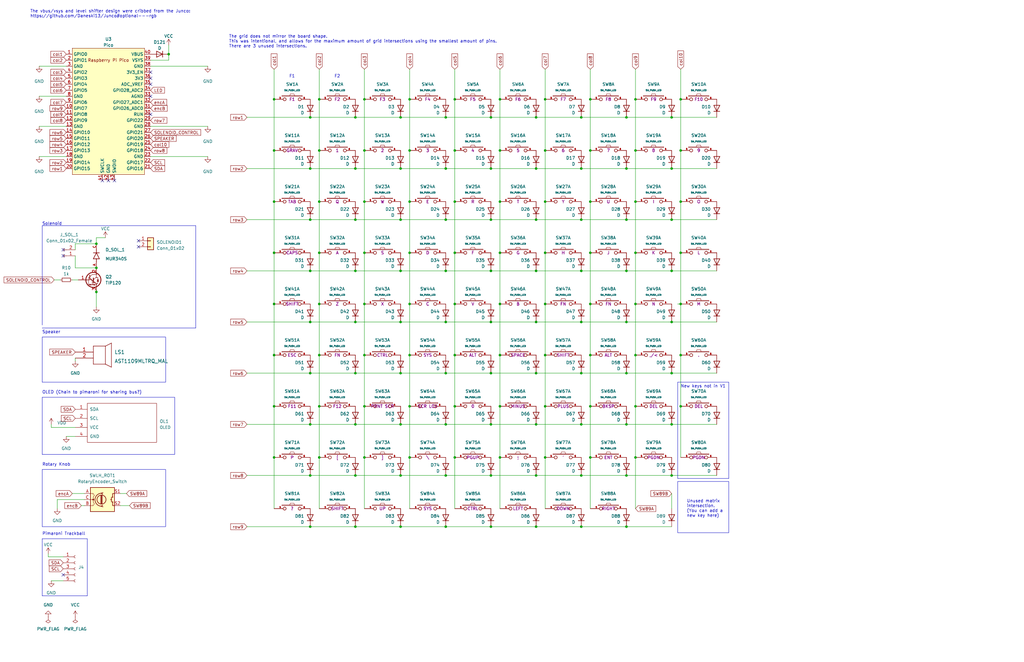
<source format=kicad_sch>
(kicad_sch (version 20230121) (generator eeschema)
  (paper "USLedger")
  (junction (at 283.21 49.53))
  (junction (at 149.86 114.3))
  (junction (at 287.02 85.09))
  (junction (at 267.97 106.68))
  (junction (at 264.16 71.12))
  (junction (at 187.96 200.66))
  (junction (at 283.21 179.07))
  (junction (at 191.77 193.04))
  (junction (at 207.01 114.3))
  (junction (at 191.77 85.09))
  (junction (at 287.02 106.68))
  (junction (at 267.97 128.27))
  (junction (at 267.97 149.86))
  (junction (at 264.16 92.71))
  (junction (at 248.92 193.04))
  (junction (at 115.57 149.86))
  (junction (at 130.81 114.3))
  (junction (at 191.77 128.27))
  (junction (at 207.01 179.07))
  (junction (at 168.91 71.12))
  (junction (at 168.91 92.71))
  (junction (at 172.72 171.45))
  (junction (at 187.96 71.12))
  (junction (at 245.11 71.12))
  (junction (at 264.16 157.48))
  (junction (at 149.86 135.89))
  (junction (at 187.96 49.53))
  (junction (at 267.97 193.04))
  (junction (at 267.97 85.09))
  (junction (at 229.87 85.09))
  (junction (at 187.96 179.07))
  (junction (at 283.21 71.12))
  (junction (at 210.82 106.68))
  (junction (at 248.92 85.09))
  (junction (at 172.72 41.91))
  (junction (at 207.01 92.71))
  (junction (at 264.16 200.66))
  (junction (at 40.64 113.03))
  (junction (at 283.21 135.89))
  (junction (at 153.67 128.27))
  (junction (at 267.97 41.91))
  (junction (at 226.06 179.07))
  (junction (at 229.87 128.27))
  (junction (at 187.96 135.89))
  (junction (at 130.81 71.12))
  (junction (at 245.11 222.25))
  (junction (at 134.62 41.91))
  (junction (at 71.12 22.86))
  (junction (at 115.57 128.27))
  (junction (at 207.01 71.12))
  (junction (at 248.92 106.68))
  (junction (at 134.62 193.04))
  (junction (at 210.82 41.91))
  (junction (at 210.82 171.45))
  (junction (at 168.91 157.48))
  (junction (at 191.77 171.45))
  (junction (at 172.72 193.04))
  (junction (at 115.57 171.45))
  (junction (at 210.82 193.04))
  (junction (at 115.57 41.91))
  (junction (at 153.67 149.86))
  (junction (at 153.67 171.45))
  (junction (at 210.82 85.09))
  (junction (at 172.72 106.68))
  (junction (at 115.57 63.5))
  (junction (at 229.87 149.86))
  (junction (at 172.72 85.09))
  (junction (at 267.97 63.5))
  (junction (at 172.72 149.86))
  (junction (at 168.91 200.66))
  (junction (at 229.87 63.5))
  (junction (at 207.01 222.25))
  (junction (at 264.16 222.25))
  (junction (at 226.06 49.53))
  (junction (at 283.21 200.66))
  (junction (at 226.06 92.71))
  (junction (at 134.62 63.5))
  (junction (at 40.64 102.87))
  (junction (at 229.87 41.91))
  (junction (at 245.11 92.71))
  (junction (at 130.81 200.66))
  (junction (at 226.06 135.89))
  (junction (at 134.62 171.45))
  (junction (at 191.77 63.5))
  (junction (at 245.11 49.53))
  (junction (at 149.86 92.71))
  (junction (at 130.81 135.89))
  (junction (at 115.57 106.68))
  (junction (at 153.67 41.91))
  (junction (at 168.91 135.89))
  (junction (at 168.91 49.53))
  (junction (at 115.57 193.04))
  (junction (at 248.92 171.45))
  (junction (at 207.01 157.48))
  (junction (at 264.16 114.3))
  (junction (at 153.67 106.68))
  (junction (at 245.11 179.07))
  (junction (at 149.86 71.12))
  (junction (at 115.57 85.09))
  (junction (at 187.96 92.71))
  (junction (at 287.02 41.91))
  (junction (at 130.81 222.25))
  (junction (at 248.92 128.27))
  (junction (at 187.96 114.3))
  (junction (at 130.81 92.71))
  (junction (at 226.06 200.66))
  (junction (at 149.86 222.25))
  (junction (at 153.67 63.5))
  (junction (at 130.81 49.53))
  (junction (at 264.16 135.89))
  (junction (at 210.82 149.86))
  (junction (at 40.64 123.19))
  (junction (at 191.77 41.91))
  (junction (at 210.82 63.5))
  (junction (at 287.02 63.5))
  (junction (at 245.11 200.66))
  (junction (at 283.21 92.71))
  (junction (at 229.87 171.45))
  (junction (at 229.87 106.68))
  (junction (at 245.11 114.3))
  (junction (at 287.02 171.45))
  (junction (at 226.06 71.12))
  (junction (at 210.82 128.27))
  (junction (at 187.96 157.48))
  (junction (at 229.87 193.04))
  (junction (at 149.86 179.07))
  (junction (at 134.62 149.86))
  (junction (at 153.67 193.04))
  (junction (at 149.86 200.66))
  (junction (at 226.06 222.25))
  (junction (at 580.39 16.51))
  (junction (at 287.02 149.86))
  (junction (at 149.86 157.48))
  (junction (at 168.91 222.25))
  (junction (at 207.01 200.66))
  (junction (at 207.01 135.89))
  (junction (at 172.72 63.5))
  (junction (at 130.81 179.07))
  (junction (at 130.81 157.48))
  (junction (at 153.67 85.09))
  (junction (at 226.06 157.48))
  (junction (at 267.97 171.45))
  (junction (at 168.91 179.07))
  (junction (at 149.86 49.53))
  (junction (at 187.96 222.25))
  (junction (at 191.77 149.86))
  (junction (at 207.01 49.53))
  (junction (at 287.02 128.27))
  (junction (at 134.62 85.09))
  (junction (at 248.92 41.91))
  (junction (at 248.92 63.5))
  (junction (at 134.62 106.68))
  (junction (at 172.72 128.27))
  (junction (at 168.91 114.3))
  (junction (at 226.06 114.3))
  (junction (at 191.77 106.68))
  (junction (at 245.11 157.48))
  (junction (at 264.16 49.53))
  (junction (at 134.62 128.27))
  (junction (at 283.21 157.48))
  (junction (at 245.11 135.89))
  (junction (at 264.16 179.07))
  (junction (at 283.21 114.3))
  (junction (at 248.92 149.86))
  (no_connect (at 58.42 101.6))
  (no_connect (at 26.67 107.95))
  (no_connect (at 48.26 76.2))
  (no_connect (at 43.18 76.2))
  (no_connect (at 63.5 48.26))
  (no_connect (at 63.5 40.64))
  (no_connect (at 63.5 35.56))
  (no_connect (at 26.67 242.57))
  (no_connect (at 26.67 105.41))
  (no_connect (at 45.72 76.2))
  (no_connect (at 63.5 33.02))
  (no_connect (at 63.5 30.48))
  (no_connect (at 58.42 104.14))
  (wire (pts (xy 130.81 200.66) (xy 149.86 200.66)))
  (wire (pts (xy 454.66 157.48) (xy 436.88 157.48)))
  (wire (pts (xy 612.14 44.45) (xy 612.14 39.37)))
  (wire (pts (xy 516.89 152.4) (xy 516.89 147.32)))
  (wire (pts (xy 629.92 152.4) (xy 629.92 201.93)))
  (wire (pts (xy 629.92 201.93) (xy 441.96 201.93)))
  (wire (pts (xy 245.11 222.25) (xy 264.16 222.25)))
  (wire (pts (xy 478.79 44.45) (xy 478.79 39.37)))
  (wire (pts (xy 577.85 113.03) (xy 577.85 125.73)))
  (wire (pts (xy 267.97 106.68) (xy 267.97 128.27)))
  (wire (pts (xy 478.79 168.91) (xy 482.6 168.91)))
  (wire (pts (xy 53.34 208.28) (xy 50.8 208.28)))
  (wire (pts (xy 596.9 173.99) (xy 593.09 173.99)))
  (wire (pts (xy 248.92 193.04) (xy 248.92 214.63)))
  (wire (pts (xy 207.01 49.53) (xy 226.06 49.53)))
  (wire (pts (xy 499.11 157.48) (xy 590.55 157.48)))
  (wire (pts (xy 473.71 217.17) (xy 478.79 217.17)))
  (wire (pts (xy 497.84 190.5) (xy 501.65 190.5)))
  (wire (pts (xy 463.55 109.22) (xy 459.74 109.22)))
  (wire (pts (xy 612.14 125.73) (xy 615.95 125.73)))
  (wire (pts (xy 497.84 125.73) (xy 501.65 125.73)))
  (wire (pts (xy 264.16 92.71) (xy 283.21 92.71)))
  (wire (pts (xy 463.55 66.04) (xy 459.74 66.04)))
  (wire (pts (xy 207.01 222.25) (xy 226.06 222.25)))
  (wire (pts (xy 436.88 39.37) (xy 444.5 39.37)))
  (wire (pts (xy 501.65 217.17) (xy 499.11 217.17)))
  (wire (pts (xy 283.21 135.89) (xy 302.26 135.89)))
  (wire (pts (xy 477.52 152.4) (xy 477.52 147.32)))
  (wire (pts (xy 245.11 71.12) (xy 264.16 71.12)))
  (wire (pts (xy 628.65 179.07) (xy 628.65 168.91)))
  (wire (pts (xy 607.06 190.5) (xy 608.33 190.5)))
  (wire (pts (xy 553.72 104.14) (xy 549.91 104.14)))
  (wire (pts (xy 556.26 66.04) (xy 558.8 66.04)))
  (polyline (pts (xy 17.78 95.25) (xy 82.55 95.25)))
  (wire (pts (xy 511.81 173.99) (xy 516.89 173.99)))
  (wire (pts (xy 63.5 66.04) (xy 87.63 66.04)))
  (wire (pts (xy 477.52 147.32) (xy 473.71 147.32)))
  (wire (pts (xy 628.65 195.58) (xy 628.65 199.39)))
  (wire (pts (xy 497.84 195.58) (xy 497.84 190.5)))
  (wire (pts (xy 104.14 71.12) (xy 130.81 71.12)))
  (wire (pts (xy 497.84 109.22) (xy 497.84 104.14)))
  (wire (pts (xy 492.76 87.63) (xy 497.84 87.63)))
  (wire (pts (xy 283.21 208.28) (xy 283.21 214.63)))
  (wire (pts (xy 149.86 200.66) (xy 168.91 200.66)))
  (wire (pts (xy 596.9 109.22) (xy 593.09 109.22)))
  (wire (pts (xy 134.62 171.45) (xy 134.62 193.04)))
  (wire (pts (xy 210.82 128.27) (xy 210.82 149.86)))
  (wire (pts (xy 593.09 82.55) (xy 596.9 82.55)))
  (wire (pts (xy 577.85 152.4) (xy 574.04 152.4)))
  (wire (pts (xy 104.14 200.66) (xy 130.81 200.66)))
  (wire (pts (xy 568.96 44.45) (xy 574.04 44.45)))
  (wire (pts (xy 104.14 157.48) (xy 130.81 157.48)))
  (wire (pts (xy 554.99 16.51) (xy 554.99 39.37)))
  (wire (pts (xy 580.39 16.51) (xy 577.85 16.51)))
  (wire (pts (xy 264.16 157.48) (xy 283.21 157.48)))
  (wire (pts (xy 492.76 130.81) (xy 497.84 130.81)))
  (wire (pts (xy 458.47 217.17) (xy 458.47 212.09)))
  (wire (pts (xy 264.16 114.3) (xy 283.21 114.3)))
  (wire (pts (xy 492.76 173.99) (xy 497.84 173.99)))
  (wire (pts (xy 229.87 63.5) (xy 229.87 85.09)))
  (wire (pts (xy 63.5 25.4) (xy 71.12 25.4)))
  (wire (pts (xy 459.74 125.73) (xy 463.55 125.73)))
  (wire (pts (xy 191.77 41.91) (xy 191.77 63.5)))
  (wire (pts (xy 115.57 171.45) (xy 115.57 193.04)))
  (wire (pts (xy 574.04 87.63) (xy 574.04 82.55)))
  (wire (pts (xy 226.06 49.53) (xy 245.11 49.53)))
  (wire (pts (xy 549.91 87.63) (xy 551.18 87.63)))
  (wire (pts (xy 31.75 102.87) (xy 31.75 105.41)))
  (wire (pts (xy 539.75 173.99) (xy 534.67 173.99)))
  (wire (pts (xy 104.14 179.07) (xy 130.81 179.07)))
  (wire (pts (xy 168.91 157.48) (xy 187.96 157.48)))
  (wire (pts (xy 535.94 125.73) (xy 539.75 125.73)))
  (wire (pts (xy 516.89 82.55) (xy 520.7 82.55)))
  (wire (pts (xy 31.75 113.03) (xy 31.75 107.95)))
  (wire (pts (xy 283.21 200.66) (xy 302.26 200.66)))
  (wire (pts (xy 248.92 106.68) (xy 248.92 128.27)))
  (wire (pts (xy 497.84 130.81) (xy 497.84 125.73)))
  (wire (pts (xy 226.06 114.3) (xy 245.11 114.3)))
  (wire (pts (xy 535.94 217.17) (xy 535.94 212.09)))
  (wire (pts (xy 71.12 25.4) (xy 71.12 22.86)))
  (wire (pts (xy 115.57 106.68) (xy 115.57 128.27)))
  (wire (pts (xy 264.16 135.89) (xy 283.21 135.89)))
  (wire (pts (xy 549.91 60.96) (xy 551.18 60.96)))
  (wire (pts (xy 454.66 195.58) (xy 459.74 195.58)))
  (wire (pts (xy 191.77 193.04) (xy 191.77 214.63)))
  (wire (pts (xy 287.02 128.27) (xy 287.02 149.86)))
  (wire (pts (xy 153.67 41.91) (xy 153.67 63.5)))
  (wire (pts (xy 229.87 128.27) (xy 229.87 149.86)))
  (wire (pts (xy 535.94 212.09) (xy 530.86 212.09)))
  (wire (pts (xy 593.09 195.58) (xy 593.09 190.5)))
  (wire (pts (xy 633.73 60.96) (xy 626.11 60.96)))
  (wire (pts (xy 248.92 149.86) (xy 248.92 171.45)))
  (wire (pts (xy 558.8 152.4) (xy 553.72 152.4)))
  (wire (pts (xy 229.87 29.21) (xy 229.87 41.91)))
  (wire (pts (xy 596.9 195.58) (xy 593.09 195.58)))
  (wire (pts (xy 459.74 173.99) (xy 459.74 168.91)))
  (wire (pts (xy 207.01 71.12) (xy 226.06 71.12)))
  (wire (pts (xy 130.81 114.3) (xy 149.86 114.3)))
  (wire (pts (xy 539.75 217.17) (xy 535.94 217.17)))
  (wire (pts (xy 35.56 210.82) (xy 24.13 210.82)))
  (wire (pts (xy 153.67 171.45) (xy 153.67 193.04)))
  (wire (pts (xy 631.19 181.61) (xy 439.42 181.61)))
  (wire (pts (xy 478.79 125.73) (xy 482.6 125.73)))
  (wire (pts (xy 478.79 130.81) (xy 478.79 125.73)))
  (wire (pts (xy 537.21 184.15) (xy 632.46 184.15)))
  (wire (pts (xy 172.72 29.21) (xy 172.72 41.91)))
  (wire (pts (xy 283.21 157.48) (xy 302.26 157.48)))
  (wire (pts (xy 516.89 147.32) (xy 511.81 147.32)))
  (wire (pts (xy 590.55 220.98) (xy 590.55 212.09)))
  (wire (pts (xy 153.67 63.5) (xy 153.67 85.09)))
  (wire (pts (xy 473.71 195.58) (xy 477.52 195.58)))
  (wire (pts (xy 554.99 39.37) (xy 558.8 39.37)))
  (wire (pts (xy 626.11 44.45) (xy 632.46 44.45)))
  (wire (pts (xy 574.04 82.55) (xy 577.85 82.55)))
  (wire (pts (xy 207.01 135.89) (xy 226.06 135.89)))
  (wire (pts (xy 226.06 222.25) (xy 245.11 222.25)))
  (wire (pts (xy 444.5 66.04) (xy 440.69 66.04)))
  (wire (pts (xy 628.65 168.91) (xy 626.11 168.91)))
  (wire (pts (xy 287.02 106.68) (xy 287.02 128.27)))
  (wire (pts (xy 459.74 104.14) (xy 454.66 104.14)))
  (wire (pts (xy 516.89 173.99) (xy 516.89 179.07)))
  (wire (pts (xy 459.74 44.45) (xy 459.74 39.37)))
  (wire (pts (xy 130.81 157.48) (xy 149.86 157.48)))
  (wire (pts (xy 287.02 29.21) (xy 287.02 41.91)))
  (wire (pts (xy 568.96 190.5) (xy 572.77 190.5)))
  (wire (pts (xy 54.61 213.36) (xy 50.8 213.36)))
  (wire (pts (xy 535.94 60.96) (xy 530.86 60.96)))
  (wire (pts (xy 172.72 128.27) (xy 172.72 149.86)))
  (wire (pts (xy 454.66 44.45) (xy 459.74 44.45)))
  (wire (pts (xy 553.72 168.91) (xy 549.91 168.91)))
  (wire (pts (xy 130.81 71.12) (xy 149.86 71.12)))
  (wire (pts (xy 615.95 173.99) (xy 613.41 173.99)))
  (wire (pts (xy 134.62 85.09) (xy 134.62 106.68)))
  (wire (pts (xy 628.65 199.39) (xy 610.87 199.39)))
  (wire (pts (xy 632.46 184.15) (xy 632.46 104.14)))
  (wire (pts (xy 607.06 130.81) (xy 612.14 130.81)))
  (wire (pts (xy 593.09 147.32) (xy 596.9 147.32)))
  (wire (pts (xy 588.01 212.09) (xy 590.55 212.09)))
  (wire (pts (xy 593.09 60.96) (xy 588.01 60.96)))
  (wire (pts (xy 210.82 29.21) (xy 210.82 41.91)))
  (wire (pts (xy 530.86 195.58) (xy 530.86 199.39)))
  (wire (pts (xy 572.77 168.91) (xy 568.96 168.91)))
  (wire (pts (xy 459.74 195.58) (xy 459.74 190.5)))
  (wire (pts (xy 153.67 149.86) (xy 153.67 171.45)))
  (wire (pts (xy 482.6 66.04) (xy 478.79 66.04)))
  (wire (pts (xy 454.66 152.4) (xy 454.66 157.48)))
  (wire (pts (xy 153.67 128.27) (xy 153.67 149.86)))
  (wire (pts (xy 497.84 217.17) (xy 497.84 220.98)))
  (wire (pts (xy 287.02 41.91) (xy 287.02 63.5)))
  (wire (pts (xy 40.64 123.19) (xy 40.64 129.54)))
  (wire (pts (xy 287.02 63.5) (xy 287.02 85.09)))
  (wire (pts (xy 168.91 179.07) (xy 187.96 179.07)))
  (wire (pts (xy 267.97 128.27) (xy 267.97 149.86)))
  (wire (pts (xy 520.7 173.99) (xy 520.7 171.45)))
  (wire (pts (xy 580.39 6.35) (xy 577.85 6.35)))
  (wire (pts (xy 187.96 49.53) (xy 207.01 49.53)))
  (wire (pts (xy 459.74 60.96) (xy 454.66 60.96)))
  (wire (pts (xy 441.96 139.7) (xy 441.96 125.73)))
  (wire (pts (xy 574.04 44.45) (xy 574.04 39.37)))
  (wire (pts (xy 492.76 217.17) (xy 497.84 217.17)))
  (wire (pts (xy 187.96 157.48) (xy 207.01 157.48)))
  (wire (pts (xy 473.71 130.81) (xy 478.79 130.81)))
  (wire (pts (xy 34.29 213.36) (xy 35.56 213.36)))
  (wire (pts (xy 436.88 157.48) (xy 436.88 39.37)))
  (wire (pts (xy 267.97 63.5) (xy 267.97 85.09)))
  (wire (pts (xy 577.85 109.22) (xy 572.77 109.22)))
  (wire (pts (xy 229.87 149.86) (xy 229.87 171.45)))
  (wire (pts (xy 473.71 173.99) (xy 478.79 173.99)))
  (wire (pts (xy 168.91 222.25) (xy 187.96 222.25)))
  (wire (pts (xy 549.91 212.09) (xy 554.99 212.09)))
  (wire (pts (xy 22.86 118.11) (xy 25.4 118.11)))
  (wire (pts (xy 130.81 135.89) (xy 149.86 135.89)))
  (wire (pts (xy 612.14 130.81) (xy 612.14 125.73)))
  (wire (pts (xy 607.06 152.4) (xy 612.14 152.4)))
  (wire (pts (xy 454.66 87.63) (xy 459.74 87.63)))
  (wire (pts (xy 172.72 41.91) (xy 172.72 63.5)))
  (wire (pts (xy 497.84 87.63) (xy 497.84 82.55)))
  (wire (pts (xy 245.11 179.07) (xy 264.16 179.07)))
  (wire (pts (xy 608.33 190.5) (xy 608.33 199.39)))
  (wire (pts (xy 210.82 85.09) (xy 210.82 106.68)))
  (wire (pts (xy 553.72 195.58) (xy 553.72 190.5)))
  (wire (pts (xy 551.18 87.63) (xy 551.18 60.96)))
  (wire (pts (xy 187.96 179.07) (xy 207.01 179.07)))
  (wire (pts (xy 191.77 29.21) (xy 191.77 41.91)))
  (wire (pts (xy 497.84 39.37) (xy 501.65 39.37)))
  (wire (pts (xy 549.91 130.81) (xy 554.99 130.81)))
  (wire (pts (xy 626.11 87.63) (xy 631.19 87.63)))
  (wire (pts (xy 191.77 149.86) (xy 191.77 171.45)))
  (wire (pts (xy 172.72 149.86) (xy 172.72 171.45)))
  (wire (pts (xy 511.81 87.63) (xy 516.89 87.63)))
  (wire (pts (xy 24.13 210.82) (xy 24.13 214.63)))
  (wire (pts (xy 554.99 130.81) (xy 554.99 125.73)))
  (wire (pts (xy 549.91 190.5) (xy 553.72 190.5)))
  (wire (pts (xy 31.75 102.87) (xy 40.64 102.87)))
  (wire (pts (xy 104.14 114.3) (xy 130.81 114.3)))
  (wire (pts (xy 267.97 171.45) (xy 267.97 193.04)))
  (wire (pts (xy 134.62 41.91) (xy 134.62 63.5)))
  (wire (pts (xy 226.06 200.66) (xy 245.11 200.66)))
  (wire (pts (xy 459.74 39.37) (xy 463.55 39.37)))
  (wire (pts (xy 245.11 114.3) (xy 264.16 114.3)))
  (wire (pts (xy 115.57 29.21) (xy 115.57 41.91)))
  (wire (pts (xy 20.32 233.68) (xy 20.32 234.95)))
  (wire (pts (xy 104.14 135.89) (xy 130.81 135.89)))
  (wire (pts (xy 492.76 195.58) (xy 497.84 195.58)))
  (wire (pts (xy 478.79 109.22) (xy 478.79 104.14)))
  (wire (pts (xy 568.96 130.81) (xy 572.77 130.81)))
  (wire (pts (xy 187.96 222.25) (xy 207.01 222.25)))
  (wire (pts (xy 134.62 193.04) (xy 134.62 214.63)))
  (wire (pts (xy 610.87 199.39) (xy 610.87 168.91)))
  (wire (pts (xy 440.69 147.32) (xy 444.5 147.32)))
  (wire (pts (xy 153.67 85.09) (xy 153.67 106.68)))
  (wire (pts (xy 21.59 179.07) (xy 21.59 180.34)))
  (wire (pts (xy 248.92 29.21) (xy 248.92 41.91)))
  (wire (pts (xy 612.14 147.32) (xy 615.95 147.32)))
  (wire (pts (xy 168.91 135.89) (xy 187.96 135.89)))
  (wire (pts (xy 497.84 44.45) (xy 497.84 39.37)))
  (wire (pts (xy 535.94 39.37) (xy 539.75 39.37)))
  (wire (pts (xy 477.52 195.58) (xy 477.52 190.5)))
  (wire (pts (xy 459.74 168.91) (xy 463.55 168.91)))
  (wire (pts (xy 530.86 130.81) (xy 535.94 130.81)))
  (wire (pts (xy 577.85 173.99) (xy 572.77 173.99)))
  (wire (pts (xy 149.86 49.53) (xy 168.91 49.53)))
  (wire (pts (xy 226.06 135.89) (xy 245.11 135.89)))
  (wire (pts (xy 478.79 60.96) (xy 473.71 60.96)))
  (wire (pts (xy 187.96 71.12) (xy 207.01 71.12)))
  (wire (pts (xy 191.77 128.27) (xy 191.77 149.86)))
  (wire (pts (xy 473.71 87.63) (xy 478.79 87.63)))
  (wire (pts (xy 134.62 128.27) (xy 134.62 149.86)))
  (wire (pts (xy 248.92 41.91) (xy 248.92 63.5)))
  (wire (pts (xy 172.72 193.04) (xy 172.72 214.63)))
  (wire (pts (xy 534.67 104.14) (xy 530.86 104.14)))
  (wire (pts (xy 612.14 109.22) (xy 612.14 104.14)))
  (wire (pts (xy 21.59 245.11) (xy 26.67 245.11)))
  (wire (pts (xy 558.8 173.99) (xy 553.72 173.99)))
  (wire (pts (xy 459.74 66.04) (xy 459.74 60.96)))
  (wire (pts (xy 593.09 125.73) (xy 596.9 125.73)))
  (wire (pts (xy 626.11 195.58) (xy 628.65 195.58)))
  (wire (pts (xy 539.75 66.04) (xy 535.94 66.04)))
  (wire (pts (xy 497.84 220.98) (xy 590.55 220.98)))
  (wire (pts (xy 558.8 113.03) (xy 577.85 113.03)))
  (wire (pts (xy 558.8 109.22) (xy 558.8 113.03)))
  (wire (pts (xy 516.89 39.37) (xy 520.7 39.37)))
  (wire (pts (xy 149.86 135.89) (xy 168.91 135.89)))
  (wire (pts (xy 40.64 100.33) (xy 44.45 100.33)))
  (wire (pts (xy 516.89 217.17) (xy 516.89 212.09)))
  (wire (pts (xy 245.11 92.71) (xy 264.16 92.71)))
  (wire (pts (xy 511.81 195.58) (xy 516.89 195.58)))
  (wire (pts (xy 168.91 92.71) (xy 187.96 92.71)))
  (wire (pts (xy 207.01 114.3) (xy 226.06 114.3)))
  (wire (pts (xy 535.94 66.04) (xy 535.94 60.96)))
  (wire (pts (xy 267.97 193.04) (xy 267.97 214.63)))
  (wire (pts (xy 459.74 109.22) (xy 459.74 104.14)))
  (wire (pts (xy 248.92 63.5) (xy 248.92 85.09)))
  (wire (pts (xy 115.57 63.5) (xy 115.57 85.09)))
  (wire (pts (xy 499.11 217.17) (xy 499.11 157.48)))
  (wire (pts (xy 580.39 6.35) (xy 580.39 16.51)))
  (wire (pts (xy 459.74 130.81) (xy 459.74 125.73)))
  (wire (pts (xy 574.04 39.37) (xy 580.39 39.37)))
  (wire (pts (xy 633.73 160.02) (xy 633.73 60.96)))
  (wire (pts (xy 115.57 193.04) (xy 115.57 214.63)))
  (wire (pts (xy 497.84 147.32) (xy 492.76 147.32)))
  (wire (pts (xy 534.67 168.91) (xy 530.86 168.91)))
  (wire (pts (xy 134.62 63.5) (xy 134.62 85.09)))
  (wire (pts (xy 539.75 109.22) (xy 534.67 109.22)))
  (wire (pts (xy 149.86 179.07) (xy 168.91 179.07)))
  (wire (pts (xy 590.55 44.45) (xy 593.09 44.45)))
  (wire (pts (xy 588.01 87.63) (xy 593.09 87.63)))
  (wire (pts (xy 516.89 104.14) (xy 511.81 104.14)))
  (wire (pts (xy 530.86 87.63) (xy 535.94 87.63)))
  (wire (pts (xy 553.72 173.99) (xy 553.72 168.91)))
  (wire (pts (xy 153.67 29.21) (xy 153.67 41.91)))
  (wire (pts (xy 187.96 92.71) (xy 207.01 92.71)))
  (wire (pts (xy 478.79 104.14) (xy 473.71 104.14)))
  (wire (pts (xy 612.14 104.14) (xy 607.06 104.14)))
  (wire (pts (xy 520.7 66.04) (xy 515.62 66.04)))
  (wire (pts (xy 245.11 200.66) (xy 264.16 200.66)))
  (wire (pts (xy 516.89 160.02) (xy 633.73 160.02)))
  (wire (pts (xy 264.16 200.66) (xy 283.21 200.66)))
  (wire (pts (xy 553.72 147.32) (xy 549.91 147.32)))
  (wire (pts (xy 612.14 82.55) (xy 615.95 82.55)))
  (wire (pts (xy 207.01 157.48) (xy 226.06 157.48)))
  (wire (pts (xy 478.79 66.04) (xy 478.79 60.96)))
  (wire (pts (xy 444.5 109.22) (xy 441.96 109.22)))
  (wire (pts (xy 245.11 157.48) (xy 264.16 157.48)))
  (wire (pts (xy 557.53 16.51) (xy 554.99 16.51)))
  (wire (pts (xy 520.7 109.22) (xy 516.89 109.22)))
  (wire (pts (xy 511.81 44.45) (xy 516.89 44.45)))
  (wire (pts (xy 516.89 44.45) (xy 516.89 39.37)))
  (wire (pts (xy 577.85 66.04) (xy 574.04 66.04)))
  (wire (pts (xy 454.66 217.17) (xy 458.47 217.17)))
  (wire (pts (xy 207.01 92.71) (xy 226.06 92.71)))
  (wire (pts (xy 588.01 190.5) (xy 593.09 190.5)))
  (wire (pts (xy 149.86 157.48) (xy 168.91 157.48)))
  (wire (pts (xy 115.57 85.09) (xy 115.57 106.68)))
  (wire (pts (xy 593.09 104.14) (xy 588.01 104.14)))
  (wire (pts (xy 283.21 71.12) (xy 302.26 71.12)))
  (wire (pts (xy 530.86 44.45) (xy 535.94 44.45)))
  (wire (pts (xy 492.76 104.14) (xy 497.84 104.14)))
  (wire (pts (xy 572.77 173.99) (xy 572.77 168.91)))
  (wire (pts (xy 229.87 193.04) (xy 229.87 214.63)))
  (wire (pts (xy 516.89 171.45) (xy 516.89 160.02)))
  (wire (pts (xy 520.7 217.17) (xy 516.89 217.17)))
  (wire (pts (xy 478.79 82.55) (xy 482.6 82.55)))
  (wire (pts (xy 245.11 49.53) (xy 264.16 49.53)))
  (wire (pts (xy 130.81 179.07) (xy 149.86 179.07)))
  (wire (pts (xy 497.84 66.04) (xy 497.84 60.96)))
  (wire (pts (xy 441.96 201.93) (xy 441.96 212.09)))
  (wire (pts (xy 473.71 44.45) (xy 478.79 44.45)))
  (wire (pts (xy 245.11 135.89) (xy 264.16 135.89)))
  (wire (pts (xy 588.01 130.81) (xy 593.09 130.81)))
  (wire (pts (xy 516.89 190.5) (xy 520.7 190.5)))
  (wire (pts (xy 229.87 171.45) (xy 229.87 193.04)))
  (wire (pts (xy 482.6 152.4) (xy 477.52 152.4)))
  (wire (pts (xy 267.97 41.91) (xy 267.97 63.5)))
  (wire (pts (xy 593.09 109.22) (xy 593.09 104.14)))
  (wire (pts (xy 40.64 100.33) (xy 40.64 102.87)))
  (wire (pts (xy 248.92 128.27) (xy 248.92 149.86)))
  (wire (pts (xy 477.52 190.5) (xy 482.6 190.5)))
  (wire (pts (xy 593.09 168.91) (xy 588.01 168.91)))
  (wire (pts (xy 267.97 149.86) (xy 267.97 171.45)))
  (wire (pts (xy 153.67 106.68) (xy 153.67 128.27)))
  (wire (pts (xy 130.81 49.53) (xy 149.86 49.53)))
  (wire (pts (xy 226.06 179.07) (xy 245.11 179.07)))
  (wire (pts (xy 153.67 193.04) (xy 153.67 214.63)))
  (wire (pts (xy 497.84 168.91) (xy 501.65 168.91)))
  (wire (pts (xy 568.96 87.63) (xy 574.04 87.63)))
  (wire (pts (xy 441.96 109.22) (xy 441.96 82.55)))
  (wire (pts (xy 535.94 44.45) (xy 535.94 39.37)))
  (wire (pts (xy 537.21 195.58) (xy 539.75 195.58)))
  (wire (pts (xy 607.06 44.45) (xy 612.14 44.45)))
  (wire (pts (xy 168.91 49.53) (xy 187.96 49.53)))
  (wire (pts (xy 187.96 200.66) (xy 207.01 200.66)))
  (wire (pts (xy 27.94 184.15) (xy 31.75 184.15)))
  (wire (pts (xy 577.85 11.43) (xy 582.93 11.43)))
  (wire (pts (xy 210.82 63.5) (xy 210.82 85.09)))
  (wire (pts (xy 229.87 106.68) (xy 229.87 128.27)))
  (wire (pts (xy 534.67 109.22) (xy 534.67 104.14)))
  (wire (pts (xy 612.14 87.63) (xy 612.14 82.55)))
  (wire (pts (xy 187.96 135.89) (xy 207.01 135.89)))
  (wire (pts (xy 574.04 66.04) (xy 574.04 60.96)))
  (wire (pts (xy 191.77 85.09) (xy 191.77 106.68)))
  (wire (pts (xy 287.02 171.45) (xy 287.02 193.04)))
  (wire (pts (xy 612.14 39.37) (xy 615.95 39.37)))
  (wire (pts (xy 558.8 217.17) (xy 554.99 217.17)))
  (wire (pts (xy 21.59 180.34) (xy 31.75 180.34)))
  (wire (pts (xy 593.09 66.04) (xy 593.09 60.96)))
  (wire (pts (xy 229.87 41.91) (xy 229.87 63.5)))
  (wire (pts (xy 20.32 234.95) (xy 26.67 234.95)))
  (wire (pts (xy 168.91 71.12) (xy 187.96 71.12)))
  (wire (pts (xy 441.96 125.73) (xy 444.5 125.73)))
  (wire (pts (xy 104.14 92.71) (xy 130.81 92.71)))
  (wire (pts (xy 16.51 27.94) (xy 27.94 27.94)))
  (wire (pts (xy 593.09 44.45) (xy 593.09 39.37)))
  (wire (pts (xy 516.89 125.73) (xy 520.7 125.73)))
  (wire (pts (xy 207.01 200.66) (xy 226.06 200.66)))
  (wire (pts (xy 610.87 168.91) (xy 607.06 168.91)))
  (wire (pts (xy 16.51 53.34) (xy 27.94 53.34)))
  (wire (pts (xy 440.69 66.04) (xy 440.69 147.32)))
  (wire (pts (xy 572.77 115.57) (xy 553.72 115.57)))
  (wire (pts (xy 283.21 92.71) (xy 302.26 92.71)))
  (wire (pts (xy 149.86 222.25) (xy 168.91 222.25)))
  (wire (pts (xy 226.06 71.12) (xy 245.11 71.12)))
  (wire (pts (xy 492.76 60.96) (xy 497.84 60.96)))
  (wire (pts (xy 149.86 92.71) (xy 168.91 92.71)))
  (wire (pts (xy 210.82 193.04) (xy 210.82 214.63)))
  (wire (pts (xy 572.77 109.22) (xy 572.77 104.14)))
  (wire (pts (xy 574.04 60.96) (xy 568.96 60.96)))
  (wire (pts (xy 612.14 152.4) (xy 612.14 147.32)))
  (wire (pts (xy 497.84 152.4) (xy 497.84 147.32)))
  (wire (pts (xy 535.94 82.55) (xy 539.75 82.55)))
  (wire (pts (xy 537.21 184.15) (xy 537.21 195.58)))
  (wire (pts (xy 516.89 195.58) (xy 516.89 190.5)))
  (wire (pts (xy 283.21 49.53) (xy 302.26 49.53)))
  (wire (pts (xy 478.79 212.09) (xy 482.6 212.09)))
  (wire (pts (xy 172.72 171.45) (xy 172.72 193.04)))
  (wire (pts (xy 30.48 208.28) (xy 35.56 208.28)))
  (wire (pts (xy 556.26 82.55) (xy 558.8 82.55)))
  (wire (pts (xy 497.84 173.99) (xy 497.84 168.91)))
  (wire (pts (xy 210.82 149.86) (xy 210.82 171.45)))
  (wire (pts (xy 248.92 85.09) (xy 248.92 106.68)))
  (wire (pts (xy 520.7 171.45) (xy 516.89 171.45)))
  (wire (pts (xy 439.42 168.91) (xy 444.5 168.91)))
  (wire (pts (xy 187.96 114.3) (xy 207.01 114.3)))
  (wire (pts (xy 626.11 104.14) (xy 632.46 104.14)))
  (wire (pts (xy 556.26 66.04) (xy 556.26 82.55)))
  (wire (pts (xy 593.09 87.63) (xy 593.09 82.55)))
  (wire (pts (xy 492.76 44.45) (xy 497.84 44.45)))
  (wire (pts (xy 229.87 85.09) (xy 229.87 106.68)))
  (wire (pts (xy 31.75 152.4) (xy 31.75 151.13)))
  (wire (pts (xy 626.11 130.81) (xy 627.38 130.81)))
  (wire (pts (xy 441.96 82.55) (xy 444.5 82.55)))
  (wire (pts (xy 458.47 212.09) (xy 463.55 212.09)))
  (wire (pts (xy 572.77 130.81) (xy 572.77 115.57)))
  (wire (pts (xy 572.77 195.58) (xy 572.77 190.5)))
  (wire (pts (xy 134.62 106.68) (xy 134.62 128.27)))
  (wire (pts (xy 283.21 114.3) (xy 302.26 114.3)))
  (polyline (pts (xy 17.78 95.25) (xy 17.78 137.16)))
  (wire (pts (xy 149.86 71.12) (xy 168.91 71.12)))
  (wire (pts (xy 454.66 130.81) (xy 459.74 130.81)))
  (wire (pts (xy 115.57 41.91) (xy 115.57 63.5)))
  (wire (pts (xy 441.96 212.09) (xy 444.5 212.09)))
  (wire (pts (xy 191.77 171.45) (xy 191.77 193.04)))
  (wire (pts (xy 210.82 41.91) (xy 210.82 63.5)))
  (wire (pts (xy 501.65 66.04) (xy 497.84 66.04)))
  (wire (pts (xy 207.01 179.07) (xy 226.06 179.07)))
  (wire (pts (xy 497.84 82.55) (xy 501.65 82.55)))
  (wire (pts (xy 226.06 157.48) (xy 245.11 157.48)))
  (wire (pts (xy 27.94 66.04) (xy 16.51 66.04)))
  (wire (pts (xy 210.82 171.45) (xy 210.82 193.04)))
  (wire (pts (xy 130.81 222.25) (xy 149.86 222.25)))
  (wire (pts (xy 632.46 27.94) (xy 439.42 27.94)))
  (wire (pts (xy 627.38 130.81) (xy 627.38 139.7)))
  (wire (pts (xy 104.14 49.53) (xy 130.81 49.53)))
  (wire (pts (xy 454.66 173.99) (xy 459.74 173.99)))
  (wire (pts (xy 172.72 85.09) (xy 172.72 106.68)))
  (wire (pts (xy 149.86 114.3) (xy 168.91 114.3)))
  (wire (pts (xy 439.42 181.61) (xy 439.42 190.5)))
  (wire (pts (xy 516.89 179.07) (xy 628.65 179.07)))
  (wire (pts (xy 534.67 173.99) (xy 534.67 168.91)))
  (wire (pts (xy 287.02 85.09) (xy 287.02 106.68)))
  (wire (pts (xy 478.79 173.99) (xy 478.79 168.91)))
  (wire (pts (xy 115.57 149.86) (xy 115.57 171.45)))
  (wire (pts (xy 168.91 200.66) (xy 187.96 200.66)))
  (wire (pts (xy 71.12 19.05) (xy 71.12 22.86)))
  (wire (pts (xy 63.5 27.94) (xy 87.63 27.94)))
  (wire (pts (xy 439.42 27.94) (xy 439.42 168.91)))
  (wire (pts (xy 478.79 39.37) (xy 482.6 39.37)))
  (wire (pts (xy 63.5 53.34) (xy 87.63 53.34)))
  (wire (pts (xy 613.41 190.5) (xy 615.95 190.5)))
  (wire (pts (xy 264.16 49.53) (xy 283.21 49.53)))
  (wire (pts (xy 459.74 190.5) (xy 463.55 190.5)))
  (wire (pts (xy 572.77 217.17) (xy 572.77 212.09)))
  (wire (pts (xy 191.77 106.68) (xy 191.77 128.27)))
  (wire (pts (xy 478.79 87.63) (xy 478.79 82.55)))
  (wire (pts (xy 515.62 60.96) (xy 511.81 60.96)))
  (wire (pts (xy 134.62 149.86) (xy 134.62 171.45)))
  (wire (pts (xy 134.62 29.21) (xy 134.62 41.91)))
  (wire (pts (xy 287.02 149.86) (xy 287.02 171.45)))
  (wire (pts (xy 459.74 82.55) (xy 463.55 82.55)))
  (wire (pts (xy 459.74 87.63) (xy 459.74 82.55)))
  (wire (pts (xy 516.89 109.22) (xy 516.89 104.14)))
  (wire (pts (xy 115.57 128.27) (xy 115.57 149.86)))
  (wire (pts (xy 264.16 179.07) (xy 283.21 179.07)))
  (wire (pts (xy 511.81 130.81) (xy 516.89 130.81)))
  (wire (pts (xy 530.86 199.39) (xy 608.33 199.39)))
  (wire (pts (xy 535.94 130.81) (xy 535.94 125.73)))
  (wire (pts (xy 590.55 157.48) (xy 590.55 147.32)))
  (wire (pts (xy 593.09 173.99) (xy 593.09 168.91)))
  (wire (pts (xy 285.75 128.27) (xy 287.02 128.27)))
  (wire (pts (xy 459.74 152.4) (xy 459.74 139.7)))
  (wire (pts (xy 16.51 40.64) (xy 27.94 40.64)))
  (wire (pts (xy 439.42 190.5) (xy 444.5 190.5)))
  (wire (pts (xy 267.97 29.21) (xy 267.97 41.91)))
  (wire (pts (xy 539.75 152.4) (xy 535.94 152.4)))
  (wire (pts (xy 610.87 66.04) (xy 610.87 60.96)))
  (wire (pts (xy 574.04 152.4) (xy 574.04 147.32)))
  (wire (pts (xy 459.74 139.7) (xy 441.96 139.7)))
  (wire (pts (xy 554.99 217.17) (xy 554.99 212.09)))
  (wire (pts (xy 553.72 115.57) (xy 553.72 104.14)))
  (wire (pts (xy 568.96 147.32) (xy 574.04 147.32)))
  (wire (pts (xy 535.94 87.63) (xy 535.94 82.55)))
  (wire (pts (xy 172.72 106.68) (xy 172.72 128.27)))
  (wire (pts (xy 615.95 66.04) (xy 610.87 66.04)))
  (wire (pts (xy 40.64 121.92) (xy 40.64 123.19)))
  (wire (pts (xy 520.7 152.4) (xy 516.89 152.4)))
  (wire (pts (xy 516.89 212.09) (xy 511.81 212.09)))
  (wire (pts (xy 593.09 130.81) (xy 593.09 125.73)))
  (wire (pts (xy 572.77 212.09) (xy 568.96 212.09)))
  (wire (pts (xy 104.14 222.25) (xy 130.81 222.25)))
  (wire (pts (xy 615.95 109.22) (xy 612.14 109.22)))
  (wire (pts (xy 168.91 114.3) (xy 187.96 114.3)))
  (wire (pts (xy 535.94 152.4) (xy 535.94 147.32)))
  (wire (pts (xy 172.72 63.5) (xy 172.72 85.09)))
  (wire (pts (xy 554.99 125.73) (xy 558.8 125.73)))
  (wire (pts (xy 130.81 92.71) (xy 149.86 92.71)))
  (wire (pts (xy 631.19 87.63) (xy 631.19 181.61)))
  (polyline (pts (xy 17.78 138.43) (xy 82.55 138.43)))
  (wire (pts (xy 226.06 92.71) (xy 245.11 92.71)))
  (wire (pts (xy 191.77 63.5) (xy 191.77 85.09)))
  (wire (pts (xy 590.55 147.32) (xy 588.01 147.32)))
  (wire (pts (xy 478.79 217.17) (xy 478.79 212.09)))
  (wire (pts (xy 516.89 130.81) (xy 516.89 125.73)))
  (wire (pts (xy 501.65 109.22) (xy 497.84 109.22)))
  (wire (pts (xy 593.09 139.7) (xy 627.38 139.7)))
  (wire (pts (xy 596.9 66.04) (xy 593.09 66.04)))
  (wire (pts (xy 30.48 118.11) (xy 33.02 118.11)))
  (wire (pts (xy 607.06 87.63) (xy 612.14 87.63)))
  (wire (pts (xy 553.72 152.4) (xy 553.72 147.32)))
  (wire (pts (xy 593.09 39.37) (xy 596.9 39.37)))
  (wire (pts (xy 626.11 152.4) (xy 629.92 152.4)))
  (wire (pts (xy 501.65 152.4) (xy 497.84 152.4)))
  (wire (pts (xy 632.46 44.45) (xy 632.46 27.94)))
  (wire (pts (xy 248.92 171.45) (xy 248.92 193.04)))
  (wire (pts (xy 210.82 106.68) (xy 210.82 128.27)))
  (wire (pts (xy 558.8 195.58) (xy 553.72 195.58)))
  (wire (pts (xy 593.09 139.7) (xy 593.09 147.32)))
  (wire (pts (xy 482.6 109.22) (xy 478.79 109.22)))
  (wire (pts (xy 283.21 179.07) (xy 302.26 179.07)))
  (wire (pts (xy 610.87 60.96) (xy 607.06 60.96)))
  (wire (pts (xy 463.55 152.4) (xy 459.74 152.4)))
  (wire (pts (xy 515.62 66.04) (xy 515.62 60.96)))
  (polyline (pts (xy 82.55 138.43) (xy 82.55 95.25)))
  (wire (pts (xy 31.75 113.03) (xy 40.64 113.03)))
  (wire (pts (xy 535.94 147.32) (xy 530.86 147.32)))
  (wire (pts (xy 264.16 222.25) (xy 283.21 222.25)))
  (wire (pts (xy 613.41 173.99) (xy 613.41 190.5)))
  (wire (pts (xy 516.89 87.63) (xy 516.89 82.55)))
  (wire (pts (xy 264.16 71.12) (xy 283.21 71.12)))
  (wire (pts (xy 267.97 85.09) (xy 267.97 106.68)))
  (wire (pts (xy 572.77 104.14) (xy 568.96 104.14)))
  (wire (pts (xy 577.85 217.17) (xy 572.77 217.17)))
  (wire (pts (xy 577.85 195.58) (xy 572.77 195.58)))
  (rectangle (start 17.78 167.64) (end 73.66 191.77))
  (rectangle (start 17.78 198.12) (end 69.85 222.25))
  (rectangle (start 549.91 0) (end 585.47 22.86))
  (rectangle (start 285.75 161.29) (end 307.34 201.93))
  (rectangle (start 17.78 227.33) (end 36.83 251.46))
  (rectangle (start 612.14 205.74) (end 633.73 220.98))
  (rectangle (start 17.78 142.24) (end 69.85 161.29))
  (rectangle (start 285.75 203.2) (end 307.34 224.79))
  (text "Unused matrix \nintersection. \n(You can add a\nnew key here)" (at 289.56 218.44 0) (effects (font (size 1.27 1.27)) (justify left bottom)))
  (text "LED Level shifter" (at 549.91 -1.27 0) (effects (font (size 1.27 1.27)) (justify left bottom)))
  (text "The LEDs are wired according to board shape, so it gets a big ugly." (at 436.88 26.67 0) (effects (font (size 1.27 1.27)) (justify left bottom)))
  (text "The grid does not mirror the board shape. \nThis was intentional, and allows for the maximum amount of grid intersections using the smallest amount of pins. \nThere are 3 unused intersections." (at 96.52 20.32 0) (effects (font (size 1.27 1.27)) (justify left bottom)))
  (text "Solenoid" (at 17.78 95.25 0) (effects (font (size 1.27 1.27)) (justify left bottom)))
  (text "Rotary Knob" (at 17.78 196.85 0) (effects (font (size 1.27 1.27)) (justify left bottom)))
  (text "New keys not in V1\n" (at 287.02 163.83 0) (effects (font (size 1.27 1.27)) (justify left bottom)))
  (text "Speaker" (at 17.78 140.97 0) (effects (font (size 1.27 1.27)) (justify left bottom)))
  (text "OLED (Chain to pimaroni for sharing bus?)\n" (at 17.78 166.37 0) (effects (font (size 1.27 1.27)) (justify left bottom)))
  (text "Pimaroni Trackball\n" (at 17.78 226.06 0) (effects (font (size 1.27 1.27)) (justify left bottom)))
  (text "The vbus/vsys and level shifter design were cribbed from the Junco:\nhttps://github.com/Daneski13/Junco#optional---rgb" (at 12.7 7.62 0) (effects (font (size 1.27 1.27)) (justify left bottom)))
  (text "F1" (at 121.92 33.02 0) (effects (font (size 1.27 1.27)) (justify left bottom)))
  (text "Unused matrix \nintersection. \n(You can add a\nnew key here)" (at 615.95 214.63 0) (effects (font (size 1.27 1.27)) (justify left bottom)))
  (text "F2" (at 140.97 33.02 0) (effects (font (size 1.27 1.27)) (justify left bottom)))
  (global_label "row3" (shape input) (at 27.94 63.5 180) (property "Intersheetrefs" "${INTERSHEET_REFS}" (effects hide)))
  (global_label "col3" (shape input) (at 153.67 29.21 90) (property "Intersheetrefs" "${INTERSHEET_REFS}" (effects hide)))
  (global_label "SW89B" (shape input) (at 283.21 208.28 180) (property "Intersheetrefs" "${INTERSHEET_REFS}" (effects hide)))
  (global_label "SW89A" (shape input) (at 267.97 214.63 0) (property "Intersheetrefs" "${INTERSHEET_REFS}" (effects hide)))
  (global_label "col2" (shape input) (at 27.94 25.4 180) (property "Intersheetrefs" "${INTERSHEET_REFS}" (effects hide)))
  (global_label "SCL" (shape input) (at 26.67 240.03 180) (property "Intersheetrefs" "${INTERSHEET_REFS}" (effects hide)))
  (global_label "row9" (shape input) (at 27.94 45.72 180) (property "Intersheetrefs" "${INTERSHEET_REFS}" (effects hide)))
  (global_label "col5" (shape input) (at 27.94 35.56 180) (property "Intersheetrefs" "${INTERSHEET_REFS}" (effects hide)))
  (global_label "row6" (shape input) (at 27.94 55.88 180) (property "Intersheetrefs" "${INTERSHEET_REFS}" (effects hide)))
  (global_label "encA" (shape input) (at 63.5 43.18 0) (property "Intersheetrefs" "${INTERSHEET_REFS}" (effects hide)))
  (global_label "col10" (shape input) (at 287.02 29.21 90) (property "Intersheetrefs" "${INTERSHEET_REFS}" (effects hide)))
  (global_label "encA" (shape input) (at 30.48 208.28 180) (property "Intersheetrefs" "${INTERSHEET_REFS}" (effects hide)))
  (global_label "row1" (shape input) (at 104.14 49.53 180) (property "Intersheetrefs" "${INTERSHEET_REFS}" (effects hide)))
  (global_label "col1" (shape input) (at 115.57 29.21 90) (property "Intersheetrefs" "${INTERSHEET_REFS}" (effects hide)))
  (global_label "SOLENOID_CONTROL" (shape input) (at 63.5 55.88 0) (property "Intersheetrefs" "${INTERSHEET_REFS}" (effects hide)))
  (global_label "col3" (shape input) (at 27.94 30.48 180) (property "Intersheetrefs" "${INTERSHEET_REFS}" (effects hide)))
  (global_label "SOLENOID_CONTROL" (shape input) (at 22.86 118.11 180) (property "Intersheetrefs" "${INTERSHEET_REFS}" (effects hide)))
  (global_label "col4" (shape input) (at 172.72 29.21 90) (property "Intersheetrefs" "${INTERSHEET_REFS}" (effects hide)))
  (global_label "col1" (shape input) (at 27.94 22.86 180) (property "Intersheetrefs" "${INTERSHEET_REFS}" (effects hide)))
  (global_label "SDA" (shape input) (at 63.5 71.12 0) (property "Intersheetrefs" "${INTERSHEET_REFS}" (effects hide)))
  (global_label "col4" (shape input) (at 27.94 33.02 180) (property "Intersheetrefs" "${INTERSHEET_REFS}" (effects hide)))
  (global_label "row9" (shape input) (at 104.14 222.25 180) (property "Intersheetrefs" "${INTERSHEET_REFS}" (effects hide)))
  (global_label "col5" (shape input) (at 191.77 29.21 90) (property "Intersheetrefs" "${INTERSHEET_REFS}" (effects hide)))
  (global_label "encB" (shape input) (at 34.29 213.36 180) (property "Intersheetrefs" "${INTERSHEET_REFS}" (effects hide)))
  (global_label "encB" (shape input) (at 63.5 45.72 0) (property "Intersheetrefs" "${INTERSHEET_REFS}" (effects hide)))
  (global_label "row3" (shape input) (at 104.14 92.71 180) (property "Intersheetrefs" "${INTERSHEET_REFS}" (effects hide)))
  (global_label "SDA" (shape input) (at 26.67 237.49 180) (property "Intersheetrefs" "${INTERSHEET_REFS}" (effects hide)))
  (global_label "row2" (shape input) (at 104.14 71.12 180) (property "Intersheetrefs" "${INTERSHEET_REFS}" (effects hide)))
  (global_label "row7" (shape input) (at 104.14 179.07 180) (property "Intersheetrefs" "${INTERSHEET_REFS}" (effects hide)))
  (global_label "col9" (shape input) (at 27.94 48.26 180) (property "Intersheetrefs" "${INTERSHEET_REFS}" (effects hide)))
  (global_label "SCL" (shape input) (at 31.75 176.53 180) (property "Intersheetrefs" "${INTERSHEET_REFS}" (effects hide)))
  (global_label "col6" (shape input) (at 210.82 29.21 90) (property "Intersheetrefs" "${INTERSHEET_REFS}" (effects hide)))
  (global_label "SCL" (shape input) (at 63.5 68.58 0) (property "Intersheetrefs" "${INTERSHEET_REFS}" (effects hide)))
  (global_label "LED" (shape input) (at 63.5 38.1 0) (property "Intersheetrefs" "${INTERSHEET_REFS}" (effects hide)))
  (global_label "col7" (shape input) (at 229.87 29.21 90) (property "Intersheetrefs" "${INTERSHEET_REFS}" (effects hide)))
  (global_label "row5" (shape input) (at 27.94 58.42 180) (property "Intersheetrefs" "${INTERSHEET_REFS}" (effects hide)))
  (global_label "col2" (shape input) (at 134.62 29.21 90) (property "Intersheetrefs" "${INTERSHEET_REFS}" (effects hide)))
  (global_label "col9" (shape input) (at 267.97 29.21 90) (property "Intersheetrefs" "${INTERSHEET_REFS}" (effects hide)))
  (global_label "row7" (shape input) (at 63.5 50.8 0) (property "Intersheetrefs" "${INTERSHEET_REFS}" (effects hide)))
  (global_label "SW89B" (shape input) (at 54.61 213.36 0) (property "Intersheetrefs" "${INTERSHEET_REFS}" (effects hide)))
  (global_label "SDA" (shape input) (at 31.75 172.72 180) (property "Intersheetrefs" "${INTERSHEET_REFS}" (effects hide)))
  (global_label "col8" (shape input) (at 248.92 29.21 90) (property "Intersheetrefs" "${INTERSHEET_REFS}" (effects hide)))
  (global_label "SW89A" (shape input) (at 53.34 208.28 0) (property "Intersheetrefs" "${INTERSHEET_REFS}" (effects hide)))
  (global_label "row4" (shape input) (at 104.14 114.3 180) (property "Intersheetrefs" "${INTERSHEET_REFS}" (effects hide)))
  (global_label "SPEAKER" (shape input) (at 63.5 58.42 0) (property "Intersheetrefs" "${INTERSHEET_REFS}" (effects hide)))
  (global_label "col10" (shape input) (at 63.5 60.96 0) (property "Intersheetrefs" "${INTERSHEET_REFS}" (effects hide)))
  (global_label "row4" (shape input) (at 27.94 60.96 180) (property "Intersheetrefs" "${INTERSHEET_REFS}" (effects hide)))
  (global_label "row6" (shape input) (at 104.14 157.48 180) (property "Intersheetrefs" "${INTERSHEET_REFS}" (effects hide)))
  (global_label "LED" (shape input) (at 582.93 11.43 180) (property "Intersheetrefs" "${INTERSHEET_REFS}" (effects hide)))
  (global_label "col6" (shape input) (at 27.94 38.1 180) (property "Intersheetrefs" "${INTERSHEET_REFS}" (effects hide)))
  (global_label "row8" (shape input) (at 63.5 63.5 0) (property "Intersheetrefs" "${INTERSHEET_REFS}" (effects hide)))
  (global_label "col7" (shape input) (at 27.94 43.18 180) (property "Intersheetrefs" "${INTERSHEET_REFS}" (effects hide)))
  (global_label "row5" (shape input) (at 104.14 135.89 180) (property "Intersheetrefs" "${INTERSHEET_REFS}" (effects hide)))
  (global_label "row8" (shape input) (at 104.14 200.66 180) (property "Intersheetrefs" "${INTERSHEET_REFS}" (effects hide)))
  (global_label "row1" (shape input) (at 27.94 71.12 180) (property "Intersheetrefs" "${INTERSHEET_REFS}" (effects hide)))
  (global_label "SPEAKER" (shape input) (at 31.75 148.59 180) (property "Intersheetrefs" "${INTERSHEET_REFS}" (effects hide)))
  (global_label "row2" (shape input) (at 27.94 68.58 180) (property "Intersheetrefs" "${INTERSHEET_REFS}" (effects hide)))
  (global_label "col8" (shape input) (at 27.94 50.8 180) (property "Intersheetrefs" "${INTERSHEET_REFS}" (effects hide)))
  (symbol (lib_id "Device:D") (at 149.86 132.08 270) (mirror x) (unit 1)
    (property "Reference" "D42" (at 147.32 131.445 90) (effects (justify right)))
    (property "Value" "D" (at 147.32 133.985 90) (effects (justify right)))
    (property "Footprint" "red_herring_v2_footprints:D_SOD-123_DO-35_Hybrid_DoubleSided" (effects hide))
    (property "Sim.Device" "D" (effects hide))
    (property "Sim.Pins" "1=K 2=A" (effects hide))
  )
  (symbol (lib_id "red_herring_v2:SW_PUSH_LED") (at 621.03 149.86 0) (mirror y) (unit 2)
    (property "Reference" "SW60" (at 621.03 143.51 0))
    (property "Value" "SW_PUSH_LED" (at 621.03 144.78 0) (effects (font (size 0.635 0.635))))
    (property "Footprint" "red_herring_v2_footprints:V2_CherryMX_DS_Hotswap_miniE_1U_SEED_LH" (effects hide))
    (property "Key" "." (at 621.03 149.86 0))
  )
  (symbol (lib_id "red_herring_v2:SW_PUSH_LED") (at 525.78 128.27 0) (mirror y) (unit 2)
    (property "Reference" "SW45" (at 525.78 120.65 0))
    (property "Value" "SW_PUSH_LED" (at 525.78 123.19 0) (effects (font (size 0.635 0.635))))
    (property "Footprint" "red_herring_v2_footprints:V2_CherryMX_DS_Hotswap_miniE_1U_SEED_LH" (effects hide))
    (property "Key" "V" (at 525.78 128.27 0))
  )
  (symbol (lib_id "red_herring_v2:SW_PUSH_LED") (at 449.58 63.5 0) (unit 2)
    (property "Reference" "SW11" (at 449.58 55.88 0))
    (property "Value" "SW_PUSH_LED" (at 449.58 58.42 0) (effects (font (size 0.635 0.635))))
    (property "Footprint" "red_herring_v2_footprints:V2_CherryMX_DS_Hotswap_miniE_1U_SEED_LH" (effects hide))
    (property "Key" "GRAV" (at 449.58 63.5 0))
  )
  (symbol (lib_id "power:GND") (at 31.75 152.4 0) (mirror y) (unit 1)
    (property "Reference" "#PWR027" (effects hide))
    (property "Value" "GND" (at 31.75 157.48 0))
  )
  (symbol (lib_id "red_herring_v2:SW_PUSH_LED") (at 525.78 214.63 0) (unit 2)
    (property "Reference" "SW85" (at 525.78 207.01 0))
    (property "Value" "SW_PUSH_LED" (at 525.78 209.55 0) (effects (font (size 0.635 0.635))))
    (property "Footprint" "red_herring_v2_footprints:V2_CherryMX_DS_Hotswap_miniE_1U_SEED_LH" (effects hide))
    (property "Key" "CTRL" (at 525.78 214.63 0))
  )
  (symbol (lib_id "power:GND") (at 87.63 66.04 0) (unit 1)
    (property "Reference" "#PWR017" (effects hide))
    (property "Value" "GND" (at 87.63 72.39 0))
  )
  (symbol (lib_id "Device:D") (at 207.01 67.31 270) (mirror x) (unit 1)
    (property "Reference" "D15" (at 204.47 66.675 90) (effects (justify right)))
    (property "Value" "D" (at 204.47 69.215 90) (effects (justify right)))
    (property "Footprint" "red_herring_v2_footprints:D_SOD-123_DO-35_Hybrid_DoubleSided" (effects hide))
    (property "Sim.Device" "D" (effects hide))
    (property "Sim.Pins" "1=K 2=A" (effects hide))
  )
  (symbol (lib_id "red_herring_v2:SW_PUSH_LED") (at 275.59 63.5 0) (unit 1)
    (property "Reference" "SW19" (at 275.59 57.15 0))
    (property "Value" "SW_PUSH_LED" (at 275.59 59.69 0) (effects (font (size 0.635 0.635))))
    (property "Footprint" "red_herring_v2_footprints:V2_CherryMX_DS_Hotswap_miniE_1U_SEED_LH" (effects hide))
    (property "Key" "8" (at 275.59 63.5 0))
  )
  (symbol (lib_id "red_herring_v2:SW_PUSH_LED") (at 294.64 193.04 0) (unit 1)
    (property "Reference" "SW80" (at 294.64 186.69 0))
    (property "Value" "SW_PUSH_LED" (at 294.64 189.23 0) (effects (font (size 0.635 0.635))))
    (property "Footprint" "red_herring_v2_footprints:V2_CherryMX_DS_Hotswap_miniE_1U_SEED_LH" (effects hide))
    (property "Key" "PGDN" (at 294.64 193.04 0))
  )
  (symbol (lib_id "red_herring_v2:SW_PUSH_LED") (at 525.78 193.04 0) (mirror y) (unit 2)
    (property "Reference" "SW75" (at 525.78 185.42 0))
    (property "Value" "SW_PUSH_LED" (at 525.78 187.96 0) (effects (font (size 0.635 0.635))))
    (property "Footprint" "red_herring_v2_footprints:V2_CherryMX_DS_Hotswap_miniE_1U_SEED_LH" (effects hide))
    (property "Key" "PGUP" (at 525.78 193.04 0))
  )
  (symbol (lib_id "Connector_Generic:Conn_01x02") (at 63.5 101.6 0) (unit 1)
    (property "Reference" "SOLENOID1" (at 66.04 102.235 0) (effects (justify left)))
    (property "Value" "Conn_01x02" (at 66.04 104.775 0) (effects (justify left)))
    (property "Footprint" "red_herring_v2_footprints:uxcell a14092600ux0438 solenoid" (effects hide))
  )
  (symbol (lib_id "Device:D") (at 130.81 45.72 270) (mirror x) (unit 1)
    (property "Reference" "D1" (at 128.27 45.085 90) (effects (justify right)))
    (property "Value" "D" (at 128.27 47.625 90) (effects (justify right)))
    (property "Footprint" "red_herring_v2_footprints:D_SOD-123_DO-35_Hybrid_DoubleSided" (effects hide))
    (property "Sim.Device" "D" (effects hide))
    (property "Sim.Pins" "1=K 2=A" (effects hide))
  )
  (symbol (lib_id "Device:D") (at 168.91 175.26 270) (mirror x) (unit 1)
    (property "Reference" "D63" (at 166.37 174.625 90) (effects (justify right)))
    (property "Value" "D" (at 166.37 177.165 90) (effects (justify right)))
    (property "Footprint" "red_herring_v2_footprints:D_SOD-123_DO-35_Hybrid_DoubleSided" (effects hide))
    (property "Sim.Device" "D" (effects hide))
    (property "Sim.Pins" "1=K 2=A" (effects hide))
  )
  (symbol (lib_id "Device:D") (at 245.11 132.08 270) (mirror x) (unit 1)
    (property "Reference" "D47" (at 242.57 131.445 90) (effects (justify right)))
    (property "Value" "D" (at 242.57 133.985 90) (effects (justify right)))
    (property "Footprint" "red_herring_v2_footprints:D_SOD-123_DO-35_Hybrid_DoubleSided" (effects hide))
    (property "Sim.Device" "D" (effects hide))
    (property "Sim.Pins" "1=K 2=A" (effects hide))
  )
  (symbol (lib_id "red_herring_v2:SW_PUSH_LED") (at 506.73 85.09 0) (mirror y) (unit 2)
    (property "Reference" "SW24" (at 506.73 78.74 0))
    (property "Value" "SW_PUSH_LED" (at 506.73 80.01 0) (effects (font (size 0.635 0.635))))
    (property "Footprint" "red_herring_v2_footprints:V2_CherryMX_DS_Hotswap_miniE_1U_SEED_LH" (effects hide))
    (property "Key" "E" (at 506.73 85.09 0))
  )
  (symbol (lib_id "red_herring_v2:SW_PUSH_LED") (at 563.88 214.63 0) (unit 2)
    (property "Reference" "SW87" (at 563.88 207.01 0))
    (property "Value" "SW_PUSH_LED" (at 563.88 209.55 0) (effects (font (size 0.635 0.635))))
    (property "Footprint" "red_herring_v2_footprints:V2_CherryMX_DS_Hotswap_miniE_1U_SEED_LH" (effects hide))
    (property "Key" "DOWN" (at 563.88 214.63 0))
  )
  (symbol (lib_id "red_herring_v2:SW_PUSH_LED") (at 275.59 149.86 0) (unit 1)
    (property "Reference" "SW59" (at 275.59 143.51 0))
    (property "Value" "SW_PUSH_LED" (at 275.59 146.05 0) (effects (font (size 0.635 0.635))))
    (property "Footprint" "red_herring_v2_footprints:V2_CherryMX_DS_Hotswap_miniE_1U_SEED_LH" (effects hide))
    (property "Key" ",/<" (at 275.59 149.86 0))
  )
  (symbol (lib_id "Device:D") (at 264.16 218.44 270) (mirror x) (unit 1)
    (property "Reference" "D88" (at 261.62 217.805 90) (effects (justify right)))
    (property "Value" "D" (at 261.62 220.345 90) (effects (justify right)))
    (property "Footprint" "red_herring_v2_footprints:D_SOD-123_DO-35_Hybrid_DoubleSided" (effects hide))
    (property "Sim.Device" "D" (effects hide))
    (property "Sim.Pins" "1=K 2=A" (effects hide))
  )
  (symbol (lib_id "power:GND") (at 580.39 16.51 0) (unit 1)
    (property "Reference" "#PWR016" (effects hide))
    (property "Value" "GND" (at 580.39 21.59 0))
  )
  (symbol (lib_id "Device:D") (at 283.21 110.49 270) (mirror x) (unit 1)
    (property "Reference" "D39" (at 280.67 109.855 90) (effects (justify right)))
    (property "Value" "D" (at 280.67 112.395 90) (effects (justify right)))
    (property "Footprint" "red_herring_v2_footprints:D_SOD-123_DO-35_Hybrid_DoubleSided" (effects hide))
    (property "Sim.Device" "D" (effects hide))
    (property "Sim.Pins" "1=K 2=A" (effects hide))
  )
  (symbol (lib_id "Device:D") (at 283.21 153.67 270) (mirror x) (unit 1)
    (property "Reference" "D59" (at 280.67 153.035 90) (effects (justify right)))
    (property "Value" "D" (at 280.67 155.575 90) (effects (justify right)))
    (property "Footprint" "red_herring_v2_footprints:D_SOD-123_DO-35_Hybrid_DoubleSided" (effects hide))
    (property "Sim.Device" "D" (effects hide))
    (property "Sim.Pins" "1=K 2=A" (effects hide))
  )
  (symbol (lib_id "Device:D") (at 226.06 196.85 270) (mirror x) (unit 1)
    (property "Reference" "D76" (at 223.52 196.215 90) (effects (justify right)))
    (property "Value" "D" (at 223.52 198.755 90) (effects (justify right)))
    (property "Footprint" "red_herring_v2_footprints:D_SOD-123_DO-35_Hybrid_DoubleSided" (effects hide))
    (property "Sim.Device" "D" (effects hide))
    (property "Sim.Pins" "1=K 2=A" (effects hide))
  )
  (symbol (lib_id "red_herring_v2:SW_PUSH_LED") (at 601.98 149.86 0) (mirror y) (unit 2)
    (property "Reference" "SW59" (at 601.98 142.24 0))
    (property "Value" "SW_PUSH_LED" (at 601.98 144.78 0) (effects (font (size 0.635 0.635))))
    (property "Footprint" "red_herring_v2_footprints:V2_CherryMX_DS_Hotswap_miniE_1U_SEED_LH" (effects hide))
    (property "Key" ",/<" (at 601.98 149.86 0))
  )
  (symbol (lib_id "red_herring_v2:SW_PUSH_LED") (at 256.54 214.63 0) (unit 1)
    (property "Reference" "SW88" (at 256.54 208.28 0))
    (property "Value" "SW_PUSH_LED" (at 256.54 210.82 0) (effects (font (size 0.635 0.635))))
    (property "Footprint" "red_herring_v2_footprints:V2_CherryMX_DS_Hotswap_miniE_1U_SEED_LH" (effects hide))
    (property "Key" "RIGHT" (at 256.54 214.63 0))
  )
  (symbol (lib_id "Device:D") (at 207.01 110.49 270) (mirror x) (unit 1)
    (property "Reference" "D35" (at 204.47 109.855 90) (effects (justify right)))
    (property "Value" "D" (at 204.47 112.395 90) (effects (justify right)))
    (property "Footprint" "red_herring_v2_footprints:D_SOD-123_DO-35_Hybrid_DoubleSided" (effects hide))
    (property "Sim.Device" "D" (effects hide))
    (property "Sim.Pins" "1=K 2=A" (effects hide))
  )
  (symbol (lib_id "Device:D") (at 264.16 110.49 270) (mirror x) (unit 1)
    (property "Reference" "D38" (at 261.62 109.855 90) (effects (justify right)))
    (property "Value" "D" (at 261.62 112.395 90) (effects (justify right)))
    (property "Footprint" "red_herring_v2_footprints:D_SOD-123_DO-35_Hybrid_DoubleSided" (effects hide))
    (property "Sim.Device" "D" (effects hide))
    (property "Sim.Pins" "1=K 2=A" (effects hide))
  )
  (symbol (lib_id "Connector:Conn_01x02_Female") (at 26.67 107.95 180) (unit 1)
    (property "Reference" "J_SOL_1" (at 29.21 99.06 0))
    (property "Value" "Conn_01x02_Female" (at 29.21 101.6 0))
    (property "Footprint" "Connector_PinHeader_2.54mm:PinHeader_1x02_P2.54mm_Vertical" (effects hide))
  )
  (symbol (lib_id "red_herring_v2:SW_PUSH_LED") (at 142.24 85.09 0) (unit 1)
    (property "Reference" "SW22" (at 142.24 78.74 0))
    (property "Value" "SW_PUSH_LED" (at 142.24 81.28 0) (effects (font (size 0.635 0.635))))
    (property "Footprint" "red_herring_v2_footprints:V2_CherryMX_DS_Hotswap_miniE_1U_SEED_LH" (effects hide))
    (property "Key" "Q" (at 142.24 85.09 0))
  )
  (symbol (lib_id "red_herring_v2:SW_PUSH_LED") (at 487.68 149.86 0) (unit 2)
    (property "Reference" "SW53" (at 487.68 142.24 0))
    (property "Value" "SW_PUSH_LED" (at 487.68 144.78 0) (effects (font (size 0.635 0.635))))
    (property "Footprint" "red_herring_v2_footprints:V2_CherryMX_DS_Hotswap_miniE_1U_SEED_LH" (effects hide))
    (property "Key" "CTRL" (at 487.68 149.86 0))
  )
  (symbol (lib_id "red_herring_v2:SW_PUSH_LED") (at 449.58 214.63 0) (mirror y) (unit 2)
    (property "Reference" "SW81" (at 449.58 207.01 0))
    (property "Value" "SW_PUSH_LED" (at 449.58 209.55 0) (effects (font (size 0.635 0.635))))
    (property "Footprint" "red_herring_v2_footprints:V2_CherryMX_DS_Hotswap_miniE_1U_SEED_LH" (effects hide))
    (property "Key" "?" (at 449.58 214.63 0))
  )
  (symbol (lib_id "Device:D") (at 226.06 132.08 270) (mirror x) (unit 1)
    (property "Reference" "D46" (at 223.52 131.445 90) (effects (justify right)))
    (property "Value" "D" (at 223.52 133.985 90) (effects (justify right)))
    (property "Footprint" "red_herring_v2_footprints:D_SOD-123_DO-35_Hybrid_DoubleSided" (effects hide))
    (property "Sim.Device" "D" (effects hide))
    (property "Sim.Pins" "1=K 2=A" (effects hide))
  )
  (symbol (lib_id "kbd:OLED") (at 50.8 179.07 0) (unit 1)
    (property "Reference" "OL1" (at 67.31 177.8 0) (effects (font (size 1.2954 1.2954)) (justify left)))
    (property "Value" "OLED" (at 67.31 180.34 0) (effects (font (size 1.1938 1.1938)) (justify left)))
    (property "Footprint" "red_herring_v2_footprints:OLED 128x64 Double sided" (effects hide))
  )
  (symbol (lib_id "red_herring_v2:SW_PUSH_LED") (at 199.39 149.86 0) (unit 1)
    (property "Reference" "SW55" (at 199.39 143.51 0))
    (property "Value" "SW_PUSH_LED" (at 199.39 146.05 0) (effects (font (size 0.635 0.635))))
    (property "Footprint" "red_herring_v2_footprints:V2_CherryMX_DS_Hotswap_miniE_1U_SEED_LH" (effects hide))
    (property "Key" "ALT" (at 199.39 149.86 0))
  )
  (symbol (lib_id "Device:D") (at 149.86 45.72 270) (mirror x) (unit 1)
    (property "Reference" "D2" (at 147.32 45.085 90) (effects (justify right)))
    (property "Value" "D" (at 147.32 47.625 90) (effects (justify right)))
    (property "Footprint" "red_herring_v2_footprints:D_SOD-123_DO-35_Hybrid_DoubleSided" (effects hide))
    (property "Sim.Device" "D" (effects hide))
    (property "Sim.Pins" "1=K 2=A" (effects hide))
  )
  (symbol (lib_id "red_herring_v2:SW_PUSH_LED") (at 582.93 106.68 0) (unit 2)
    (property "Reference" "SW38" (at 582.93 100.33 0))
    (property "Value" "SW_PUSH_LED" (at 582.93 101.6 0) (effects (font (size 0.635 0.635))))
    (property "Footprint" "red_herring_v2_footprints:V2_CherryMX_DS_Hotswap_miniE_1U_SEED_LH" (effects hide))
    (property "Key" "J" (at 582.93 106.68 0))
  )
  (symbol (lib_id "red_herring_v2:SW_PUSH_LED") (at 123.19 214.63 0) (unit 1)
    (property "Reference" "SW81" (at 123.19 208.28 0))
    (property "Value" "SW_PUSH_LED" (at 123.19 210.82 0) (effects (font (size 0.635 0.635))))
    (property "Footprint" "red_herring_v2_footprints:V2_CherryMX_DS_Hotswap_miniE_1U_SEED_LH" (effects hide))
    (property "Key" "?" (at 123.19 214.63 0))
  )
  (symbol (lib_id "red_herring_v2:SW_PUSH_LED") (at 582.93 149.86 0) (unit 2)
    (property "Reference" "SW58" (at 582.93 143.51 0))
    (property "Value" "SW_PUSH_LED" (at 582.93 144.78 0) (effects (font (size 0.635 0.635))))
    (property "Footprint" "red_herring_v2_footprints:V2_CherryMX_DS_Hotswap_miniE_1U_SEED_LH" (effects hide))
    (property "Key" "ALT" (at 582.93 149.86 0))
  )
  (symbol (lib_id "Device:D") (at 187.96 196.85 270) (mirror x) (unit 1)
    (property "Reference" "D74" (at 185.42 196.215 90) (effects (justify right)))
    (property "Value" "D" (at 185.42 198.755 90) (effects (justify right)))
    (property "Footprint" "red_herring_v2_footprints:D_SOD-123_DO-35_Hybrid_DoubleSided" (effects hide))
    (property "Sim.Device" "D" (effects hide))
    (property "Sim.Pins" "1=K 2=A" (effects hide))
  )
  (symbol (lib_id "Device:D") (at 264.16 132.08 270) (mirror x) (unit 1)
    (property "Reference" "D48" (at 261.62 131.445 90) (effects (justify right)))
    (property "Value" "D" (at 261.62 133.985 90) (effects (justify right)))
    (property "Footprint" "red_herring_v2_footprints:D_SOD-123_DO-35_Hybrid_DoubleSided" (effects hide))
    (property "Sim.Device" "D" (effects hide))
    (property "Sim.Pins" "1=K 2=A" (effects hide))
  )
  (symbol (lib_id "red_herring_v2:SW_PUSH_LED") (at 275.59 128.27 0) (unit 1)
    (property "Reference" "SW49" (at 275.59 121.92 0))
    (property "Value" "SW_PUSH_LED" (at 275.59 124.46 0) (effects (font (size 0.635 0.635))))
    (property "Footprint" "red_herring_v2_footprints:V2_CherryMX_DS_Hotswap_miniE_1U_SEED_LH" (effects hide))
    (property "Key" "N" (at 275.59 128.27 0))
  )
  (symbol (lib_id "red_herring_v2:SW_PUSH_LED") (at 161.29 128.27 0) (unit 1)
    (property "Reference" "SW43" (at 161.29 121.92 0))
    (property "Value" "SW_PUSH_LED" (at 161.29 124.46 0) (effects (font (size 0.635 0.635))))
    (property "Footprint" "red_herring_v2_footprints:V2_CherryMX_DS_Hotswap_miniE_1U_SEED_LH" (effects hide))
    (property "Key" "X" (at 161.29 128.27 0))
  )
  (symbol (lib_id "Device:D") (at 264.16 196.85 270) (mirror x) (unit 1)
    (property "Reference" "D78" (at 261.62 196.215 90) (effects (justify right)))
    (property "Value" "D" (at 261.62 198.755 90) (effects (justify right)))
    (property "Footprint" "red_herring_v2_footprints:D_SOD-123_DO-35_Hybrid_DoubleSided" (effects hide))
    (property "Sim.Device" "D" (effects hide))
    (property "Sim.Pins" "1=K 2=A" (effects hide))
  )
  (symbol (lib_id "red_herring_v2:SW_PUSH_LED") (at 275.59 41.91 0) (unit 1)
    (property "Reference" "SW9" (at 275.59 35.56 0))
    (property "Value" "SW_PUSH_LED" (at 275.59 38.1 0) (effects (font (size 0.635 0.635))))
    (property "Footprint" "red_herring_v2_footprints:V2_CherryMX_DS_Hotswap_miniE_1U_SEED_LH" (effects hide))
    (property "Key" "F9" (at 275.59 41.91 0))
  )
  (symbol (lib_id "Device:D") (at 245.11 45.72 270) (mirror x) (unit 1)
    (property "Reference" "D7" (at 242.57 45.085 90) (effects (justify right)))
    (property "Value" "D" (at 242.57 47.625 90) (effects (justify right)))
    (property "Footprint" "red_herring_v2_footprints:D_SOD-123_DO-35_Hybrid_DoubleSided" (effects hide))
    (property "Sim.Device" "D" (effects hide))
    (property "Sim.Pins" "1=K 2=A" (effects hide))
  )
  (symbol (lib_id "red_herring_v2:SW_PUSH_LED") (at 487.68 128.27 0) (mirror y) (unit 2)
    (property "Reference" "SW43" (at 487.68 120.65 0))
    (property "Value" "SW_PUSH_LED" (at 487.68 123.19 0) (effects (font (size 0.635 0.635))))
    (property "Footprint" "red_herring_v2_footprints:V2_CherryMX_DS_Hotswap_miniE_1U_SEED_LH" (effects hide))
    (property "Key" "X" (at 487.68 128.27 0))
  )
  (symbol (lib_id "Device:R_Small") (at 27.94 118.11 270) (unit 1)
    (property "Reference" "R10" (at 27.94 113.03 90))
    (property "Value" "1k" (at 27.94 115.57 90))
    (property "Footprint" "Resistor_THT:R_Axial_DIN0309_L9.0mm_D3.2mm_P12.70mm_Horizontal" (effects hide))
  )
  (symbol (lib_id "Device:D") (at 187.96 218.44 270) (mirror x) (unit 1)
    (property "Reference" "D84" (at 185.42 217.805 90) (effects (justify right)))
    (property "Value" "D" (at 185.42 220.345 90) (effects (justify right)))
    (property "Footprint" "red_herring_v2_footprints:D_SOD-123_DO-35_Hybrid_DoubleSided" (effects hide))
    (property "Sim.Device" "D" (effects hide))
    (property "Sim.Pins" "1=K 2=A" (effects hide))
  )
  (symbol (lib_id "Device:RotaryEncoder_Switch") (at 43.18 210.82 0) (unit 1)
    (property "Reference" "SWLH_ROT1" (at 43.18 200.66 0))
    (property "Value" "RotaryEncoder_Switch" (at 43.18 203.2 0))
    (property "Footprint" "red_herring_v2_footprints:RotaryEncoder_EC11_ergodonk_variant" (effects hide))
  )
  (symbol (lib_id "red_herring_v2:SW_PUSH_LED") (at 468.63 214.63 0) (mirror y) (unit 2)
    (property "Reference" "SW82" (at 468.63 208.28 0))
    (property "Value" "SW_PUSH_LED" (at 468.63 209.55 0) (effects (font (size 0.635 0.635))))
    (property "Footprint" "red_herring_v2_footprints:V2_CherryMX_DS_Hotswap_miniE_1U_SEED_LH" (effects hide))
    (property "Key" "SHIFT" (at 468.63 214.63 0))
  )
  (symbol (lib_id "Device:D") (at 264.16 88.9 270) (mirror x) (unit 1)
    (property "Reference" "D28" (at 261.62 88.265 90) (effects (justify right)))
    (property "Value" "D" (at 261.62 90.805 90) (effects (justify right)))
    (property "Footprint" "red_herring_v2_footprints:D_SOD-123_DO-35_Hybrid_DoubleSided" (effects hide))
    (property "Sim.Device" "D" (effects hide))
    (property "Sim.Pins" "1=K 2=A" (effects hide))
  )
  (symbol (lib_id "Device:D") (at 283.21 45.72 270) (mirror x) (unit 1)
    (property "Reference" "D9" (at 280.67 45.085 90) (effects (justify right)))
    (property "Value" "D" (at 280.67 47.625 90) (effects (justify right)))
    (property "Footprint" "red_herring_v2_footprints:D_SOD-123_DO-35_Hybrid_DoubleSided" (effects hide))
    (property "Sim.Device" "D" (effects hide))
    (property "Sim.Pins" "1=K 2=A" (effects hide))
  )
  (symbol (lib_id "red_herring_v2:SW_PUSH_LED") (at 237.49 106.68 0) (unit 1)
    (property "Reference" "SW37" (at 237.49 100.33 0))
    (property "Value" "SW_PUSH_LED" (at 237.49 102.87 0) (effects (font (size 0.635 0.635))))
    (property "Footprint" "red_herring_v2_footprints:V2_CherryMX_DS_Hotswap_miniE_1U_SEED_LH" (effects hide))
    (property "Key" "H" (at 237.49 106.68 0))
  )
  (symbol (lib_id "Device:D") (at 149.86 67.31 270) (mirror x) (unit 1)
    (property "Reference" "D12" (at 147.32 66.675 90) (effects (justify right)))
    (property "Value" "D" (at 147.32 69.215 90) (effects (justify right)))
    (property "Footprint" "red_herring_v2_footprints:D_SOD-123_DO-35_Hybrid_DoubleSided" (effects hide))
    (property "Sim.Device" "D" (effects hide))
    (property "Sim.Pins" "1=K 2=A" (effects hide))
  )
  (symbol (lib_id "red_herring_v2:SW_PUSH_LED") (at 275.59 193.04 0) (unit 1)
    (property "Reference" "SW79" (at 275.59 186.69 0))
    (property "Value" "SW_PUSH_LED" (at 275.59 189.23 0) (effects (font (size 0.635 0.635))))
    (property "Footprint" "red_herring_v2_footprints:V2_CherryMX_DS_Hotswap_miniE_1U_SEED_LH" (effects hide))
    (property "Key" "PGDN" (at 275.59 193.04 0))
  )
  (symbol (lib_id "red_herring_v2:SW_PUSH_LED") (at 449.58 149.86 0) (mirror y) (unit 2)
    (property "Reference" "SW51" (at 449.58 142.24 0))
    (property "Value" "SW_PUSH_LED" (at 449.58 144.78 0) (effects (font (size 0.635 0.635))))
    (property "Footprint" "red_herring_v2_footprints:V2_CherryMX_DS_Hotswap_miniE_1U_SEED_LH" (effects hide))
    (property "Key" "ESC" (at 449.58 149.86 0))
  )
  (symbol (lib_id "red_herring_v2:SW_PUSH_LED") (at 256.54 106.68 0) (unit 1)
    (property "Reference" "SW38" (at 256.54 100.33 0))
    (property "Value" "SW_PUSH_LED" (at 256.54 102.87 0) (effects (font (size 0.635 0.635))))
    (property "Footprint" "red_herring_v2_footprints:V2_CherryMX_DS_Hotswap_miniE_1U_SEED_LH" (effects hide))
    (property "Key" "J" (at 256.54 106.68 0))
  )
  (symbol (lib_id "Device:D") (at 187.96 132.08 270) (mirror x) (unit 1)
    (property "Reference" "D44" (at 185.42 131.445 90) (effects (justify right)))
    (property "Value" "D" (at 185.42 133.985 90) (effects (justify right)))
    (property "Footprint" "red_herring_v2_footprints:D_SOD-123_DO-35_Hybrid_DoubleSided" (effects hide))
    (property "Sim.Device" "D" (effects hide))
    (property "Sim.Pins" "1=K 2=A" (effects hide))
  )
  (symbol (lib_id "red_herring_v2:SW_PUSH_LED") (at 180.34 128.27 0) (unit 1)
    (property "Reference" "SW44" (at 180.34 121.92 0))
    (property "Value" "SW_PUSH_LED" (at 180.34 124.46 0) (effects (font (size 0.635 0.635))))
    (property "Footprint" "red_herring_v2_footprints:V2_CherryMX_DS_Hotswap_miniE_1U_SEED_LH" (effects hide))
    (property "Key" "C" (at 180.34 128.27 0))
  )
  (symbol (lib_id "red_herring_v2:SW_PUSH_LED") (at 544.83 85.09 0) (mirror y) (unit 2)
    (property "Reference" "SW26" (at 544.83 78.74 0))
    (property "Value" "SW_PUSH_LED" (at 544.83 80.01 0) (effects (font (size 0.635 0.635))))
    (property "Footprint" "red_herring_v2_footprints:V2_CherryMX_DS_Hotswap_miniE_1U_SEED_LH" (effects hide))
    (property "Key" "T" (at 544.83 85.09 0))
  )
  (symbol (lib_id "red_herring_v2:SW_PUSH_LED") (at 525.78 85.09 0) (mirror y) (unit 2)
    (property "Reference" "SW25" (at 525.78 77.47 0))
    (property "Value" "SW_PUSH_LED" (at 525.78 80.01 0) (effects (font (size 0.635 0.635))))
    (property "Footprint" "red_herring_v2_footprints:V2_CherryMX_DS_Hotswap_miniE_1U_SEED_LH" (effects hide))
    (property "Key" "R" (at 525.78 85.09 0))
  )
  (symbol (lib_id "Device:D") (at 187.96 67.31 270) (mirror x) (unit 1)
    (property "Reference" "D14" (at 185.42 66.675 90) (effects (justify right)))
    (property "Value" "D" (at 185.42 69.215 90) (effects (justify right)))
    (property "Footprint" "red_herring_v2_footprints:D_SOD-123_DO-35_Hybrid_DoubleSided" (effects hide))
    (property "Sim.Device" "D" (effects hide))
    (property "Sim.Pins" "1=K 2=A" (effects hide))
  )
  (symbol (lib_id "red_herring_v2:SW_PUSH_LED") (at 525.78 149.86 0) (unit 2)
    (property "Reference" "SW55" (at 525.78 142.24 0))
    (property "Value" "SW_PUSH_LED" (at 525.78 144.78 0) (effects (font (size 0.635 0.635))))
    (property "Footprint" "red_herring_v2_footprints:V2_CherryMX_DS_Hotswap_miniE_1U_SEED_LH" (effects hide))
    (property "Key" "ALT" (at 525.78 149.86 0))
  )
  (symbol (lib_id "Device:D") (at 245.11 196.85 270) (mirror x) (unit 1)
    (property "Reference" "D77" (at 242.57 196.215 90) (effects (justify right)))
    (property "Value" "D" (at 242.57 198.755 90) (effects (justify right)))
    (property "Footprint" "red_herring_v2_footprints:D_SOD-123_DO-35_Hybrid_DoubleSided" (effects hide))
    (property "Sim.Device" "D" (effects hide))
    (property "Sim.Pins" "1=K 2=A" (effects hide))
  )
  (symbol (lib_id "red_herring_v2:SW_PUSH_LED") (at 218.44 128.27 0) (unit 1)
    (property "Reference" "SW46" (at 218.44 121.92 0))
    (property "Value" "SW_PUSH_LED" (at 218.44 124.46 0) (effects (font (size 0.635 0.635))))
    (property "Footprint" "red_herring_v2_footprints:V2_CherryMX_DS_Hotswap_miniE_1U_SEED_LH" (effects hide))
    (property "Key" "B" (at 218.44 128.27 0))
  )
  (symbol (lib_id "red_herring_v2:SW_PUSH_LED") (at 621.03 63.5 0) (unit 2)
    (property "Reference" "SW20" (at 621.03 57.15 0))
    (property "Value" "SW_PUSH_LED" (at 621.03 58.42 0) (effects (font (size 0.635 0.635))))
    (property "Footprint" "red_herring_v2_footprints:V2_CherryMX_DS_Hotswap_miniE_1U_SEED_LH" (effects hide))
    (property "Key" "9" (at 621.03 63.5 0))
  )
  (symbol (lib_id "Device:D") (at 226.06 88.9 270) (mirror x) (unit 1)
    (property "Reference" "D26" (at 223.52 88.265 90) (effects (justify right)))
    (property "Value" "D" (at 223.52 90.805 90) (effects (justify right)))
    (property "Footprint" "red_herring_v2_footprints:D_SOD-123_DO-35_Hybrid_DoubleSided" (effects hide))
    (property "Sim.Device" "D" (effects hide))
    (property "Sim.Pins" "1=K 2=A" (effects hide))
  )
  (symbol (lib_id "red_herring_v2:SW_PUSH_LED") (at 506.73 128.27 0) (mirror y) (unit 2)
    (property "Reference" "SW44" (at 506.73 121.92 0))
    (property "Value" "SW_PUSH_LED" (at 506.73 123.19 0) (effects (font (size 0.635 0.635))))
    (property "Footprint" "red_herring_v2_footprints:V2_CherryMX_DS_Hotswap_miniE_1U_SEED_LH" (effects hide))
    (property "Key" "C" (at 506.73 128.27 0))
  )
  (symbol (lib_id "red_herring_v2:SW_PUSH_LED") (at 237.49 214.63 0) (unit 1)
    (property "Reference" "SW87" (at 237.49 208.28 0))
    (property "Value" "SW_PUSH_LED" (at 237.49 210.82 0) (effects (font (size 0.635 0.635))))
    (property "Footprint" "red_herring_v2_footprints:V2_CherryMX_DS_Hotswap_miniE_1U_SEED_LH" (effects hide))
    (property "Key" "DOWN" (at 237.49 214.63 0))
  )
  (symbol (lib_id "red_herring_v2:SW_PUSH_LED") (at 487.68 106.68 0) (unit 2)
    (property "Reference" "SW33" (at 487.68 99.06 0))
    (property "Value" "SW_PUSH_LED" (at 487.68 101.6 0) (effects (font (size 0.635 0.635))))
    (property "Footprint" "red_herring_v2_footprints:V2_CherryMX_DS_Hotswap_miniE_1U_SEED_LH" (effects hide))
    (property "Key" "S" (at 487.68 106.68 0))
  )
  (symbol (lib_id "Device:D") (at 302.26 45.72 270) (mirror x) (unit 1)
    (property "Reference" "D10" (at 299.72 45.085 90) (effects (justify right)))
    (property "Value" "D" (at 299.72 47.625 90) (effects (justify right)))
    (property "Footprint" "red_herring_v2_footprints:D_SOD-123_DO-35_Hybrid_DoubleSided" (effects hide))
    (property "Sim.Device" "D" (effects hide))
    (property "Sim.Pins" "1=K 2=A" (effects hide))
  )
  (symbol (lib_id "red_herring_v2:SW_PUSH_LED") (at 180.34 193.04 0) (unit 1)
    (property "Reference" "SW74" (at 180.34 186.69 0))
    (property "Value" "SW_PUSH_LED" (at 180.34 189.23 0) (effects (font (size 0.635 0.635))))
    (property "Footprint" "red_herring_v2_footprints:V2_CherryMX_DS_Hotswap_miniE_1U_SEED_LH" (effects hide))
    (property "Key" "\\" (at 180.34 193.04 0))
  )
  (symbol (lib_id "red_herring_v2:SW_PUSH_LED") (at 294.64 63.5 0) (unit 1)
    (property "Reference" "SW20" (at 294.64 57.15 0))
    (property "Value" "SW_PUSH_LED" (at 294.64 59.69 0) (effects (font (size 0.635 0.635))))
    (property "Footprint" "red_herring_v2_footprints:V2_CherryMX_DS_Hotswap_miniE_1U_SEED_LH" (effects hide))
    (property "Key" "9" (at 294.64 63.5 0))
  )
  (symbol (lib_id "red_herring_v2:SW_PUSH_LED") (at 468.63 149.86 0) (unit 2)
    (property "Reference" "SW52" (at 468.63 143.51 0))
    (property "Value" "SW_PUSH_LED" (at 468.63 144.78 0) (effects (font (size 0.635 0.635))))
    (property "Footprint" "red_herring_v2_footprints:V2_CherryMX_DS_Hotswap_miniE_1U_SEED_LH" (effects hide))
    (property "Key" "FN" (at 468.63 149.86 0))
  )
  (symbol (lib_id "red_herring_v2:SW_PUSH_LED") (at 621.03 85.09 0) (mirror y) (unit 2)
    (property "Reference" "SW30" (at 621.03 78.74 0))
    (property "Value" "SW_PUSH_LED" (at 621.03 80.01 0) (effects (font (size 0.635 0.635))))
    (property "Footprint" "red_herring_v2_footprints:V2_CherryMX_DS_Hotswap_miniE_1U_SEED_LH" (effects hide))
    (property "Key" "O" (at 621.03 85.09 0))
  )
  (symbol (lib_id "red_herring_v2:SW_PUSH_LED") (at 123.19 128.27 0) (unit 1)
    (property "Reference" "SW41" (at 123.19 121.92 0))
    (property "Value" "SW_PUSH_LED" (at 123.19 124.46 0) (effects (font (size 0.635 0.635))))
    (property "Footprint" "red_herring_v2_footprints:V2_CherryMX_DS_Hotswap_miniE_1U_SEED_LH" (effects hide))
    (property "Key" "SHIFT" (at 123.19 128.27 0))
  )
  (symbol (lib_id "red_herring_v2:SW_PUSH_LED") (at 449.58 193.04 0) (mirror y) (unit 2)
    (property "Reference" "SW71" (at 449.58 185.42 0))
    (property "Value" "SW_PUSH_LED" (at 449.58 187.96 0) (effects (font (size 0.635 0.635))))
    (property "Footprint" "red_herring_v2_footprints:V2_CherryMX_DS_Hotswap_miniE_1U_SEED_LH" (effects hide))
    (property "Key" "P" (at 449.58 193.04 0))
  )
  (symbol (lib_name "VCC_2") (lib_id "power:VCC") (at 20.32 233.68 0) (unit 1)
    (property "Reference" "#PWR02" (effects hide))
    (property "Value" "VCC" (at 20.32 229.87 0))
  )
  (symbol (lib_id "red_herring_v2:SW_PUSH_LED") (at 199.39 41.91 0) (unit 1)
    (property "Reference" "SW5" (at 199.39 35.56 0))
    (property "Value" "SW_PUSH_LED" (at 199.39 38.1 0) (effects (font (size 0.635 0.635))))
    (property "Footprint" "red_herring_v2_footprints:V2_CherryMX_DS_Hotswap_miniE_1U_SEED_LH" (effects hide))
    (property "Key" "F5" (at 199.39 41.91 0))
  )
  (symbol (lib_id "Device:D") (at 226.06 67.31 270) (mirror x) (unit 1)
    (property "Reference" "D16" (at 223.52 66.675 90) (effects (justify right)))
    (property "Value" "D" (at 223.52 69.215 90) (effects (justify right)))
    (property "Footprint" "red_herring_v2_footprints:D_SOD-123_DO-35_Hybrid_DoubleSided" (effects hide))
    (property "Sim.Device" "D" (effects hide))
    (property "Sim.Pins" "1=K 2=A" (effects hide))
  )
  (symbol (lib_id "red_herring_v2:SW_PUSH_LED") (at 180.34 41.91 0) (unit 1)
    (property "Reference" "SW4" (at 180.34 35.56 0))
    (property "Value" "SW_PUSH_LED" (at 180.34 38.1 0) (effects (font (size 0.635 0.635))))
    (property "Footprint" "red_herring_v2_footprints:V2_CherryMX_DS_Hotswap_miniE_1U_SEED_LH" (effects hide))
    (property "Key" "F4" (at 180.34 41.91 0))
  )
  (symbol (lib_id "red_herring_v2:SW_PUSH_LED") (at 237.49 128.27 0) (unit 1)
    (property "Reference" "SW47" (at 237.49 121.92 0))
    (property "Value" "SW_PUSH_LED" (at 237.49 124.46 0) (effects (font (size 0.635 0.635))))
    (property "Footprint" "red_herring_v2_footprints:V2_CherryMX_DS_Hotswap_miniE_1U_SEED_LH" (effects hide))
    (property "Key" "FN" (at 237.49 128.27 0))
  )
  (symbol (lib_id "red_herring_v2:SW_PUSH_LED") (at 544.83 193.04 0) (unit 2)
    (property "Reference" "SW76" (at 544.83 186.69 0))
    (property "Value" "SW_PUSH_LED" (at 544.83 187.96 0) (effects (font (size 0.635 0.635))))
    (property "Footprint" "red_herring_v2_footprints:V2_CherryMX_DS_Hotswap_miniE_1U_SEED_LH" (effects hide))
    (property "Key" ";" (at 544.83 193.04 0))
  )
  (symbol (lib_id "red_herring_v2:SW_PUSH_LED") (at 199.39 214.63 0) (unit 1)
    (property "Reference" "SW85" (at 199.39 208.28 0))
    (property "Value" "SW_PUSH_LED" (at 199.39 210.82 0) (effects (font (size 0.635 0.635))))
    (property "Footprint" "red_herring_v2_footprints:V2_CherryMX_DS_Hotswap_miniE_1U_SEED_LH" (effects hide))
    (property "Key" "CTRL" (at 199.39 214.63 0))
  )
  (symbol (lib_id "red_herring_v2:SW_PUSH_LED") (at 621.03 171.45 0) (unit 2)
    (property "Reference" "SW70" (at 621.03 163.83 0))
    (property "Value" "SW_PUSH_LED" (at 621.03 166.37 0) (effects (font (size 0.635 0.635))))
    (property "Footprint" "red_herring_v2_footprints:V2_CherryMX_DS_Hotswap_miniE_1U_SEED_LH" (effects hide))
    (property "Key" "DEL" (at 621.03 171.45 0))
  )
  (symbol (lib_id "red_herring_v2:SW_PUSH_LED") (at 218.44 106.68 0) (unit 1)
    (property "Reference" "SW36" (at 218.44 100.33 0))
    (property "Value" "SW_PUSH_LED" (at 218.44 102.87 0) (effects (font (size 0.635 0.635))))
    (property "Footprint" "red_herring_v2_footprints:V2_CherryMX_DS_Hotswap_miniE_1U_SEED_LH" (effects hide))
    (property "Key" "G" (at 218.44 106.68 0))
  )
  (symbol (lib_id "red_herring_v2:SW_PUSH_LED") (at 468.63 106.68 0) (unit 2)
    (property "Reference" "SW32" (at 468.63 100.33 0))
    (property "Value" "SW_PUSH_LED" (at 468.63 101.6 0) (effects (font (size 0.635 0.635))))
    (property "Footprint" "red_herring_v2_footprints:V2_CherryMX_DS_Hotswap_miniE_1U_SEED_LH" (effects hide))
    (property "Key" "A" (at 468.63 106.68 0))
  )
  (symbol (lib_id "power:GND") (at 21.59 245.11 0) (unit 1)
    (property "Reference" "#PWR035" (effects hide))
    (property "Value" "GND" (at 21.59 250.19 0))
  )
  (symbol (lib_id "red_herring_v2:SW_PUSH_LED") (at 199.39 106.68 0) (unit 1)
    (property "Reference" "SW35" (at 199.39 100.33 0))
    (property "Value" "SW_PUSH_LED" (at 199.39 102.87 0) (effects (font (size 0.635 0.635))))
    (property "Footprint" "red_herring_v2_footprints:V2_CherryMX_DS_Hotswap_miniE_1U_SEED_LH" (effects hide))
    (property "Key" "F" (at 199.39 106.68 0))
  )
  (symbol (lib_id "Transistor_BJT:TIP120") (at 38.1 118.11 0) (unit 1)
    (property "Reference" "Q2" (at 44.45 116.8399 0) (effects (justify left)))
    (property "Value" "TIP120" (at 44.45 119.3799 0) (effects (justify left)))
    (property "Footprint" "red_herring_v2_footprints:Tip 120 with heatsink" (effects hide))
    (property "Datasheet" "https://www.onsemi.com/pub/Collateral/TIP120-D.PDF" (effects hide))
  )
  (symbol (lib_id "Device:D") (at 149.86 153.67 270) (mirror x) (unit 1)
    (property "Reference" "D52" (at 147.32 153.035 90) (effects (justify right)))
    (property "Value" "D" (at 147.32 155.575 90) (effects (justify right)))
    (property "Footprint" "red_herring_v2_footprints:D_SOD-123_DO-35_Hybrid_DoubleSided" (effects hide))
    (property "Sim.Device" "D" (effects hide))
    (property "Sim.Pins" "1=K 2=A" (effects hide))
  )
  (symbol (lib_id "Device:D") (at 283.21 218.44 270) (mirror x) (unit 1)
    (property "Reference" "D89" (at 280.67 217.805 90) (effects (justify right)))
    (property "Value" "D" (at 280.67 220.345 90) (effects (justify right)))
    (property "Footprint" "red_herring_v2_footprints:D_SOD-123_DO-35_Hybrid_DoubleSided" (effects hide))
    (property "Sim.Device" "D" (effects hide))
    (property "Sim.Pins" "1=K 2=A" (effects hide))
  )
  (symbol (lib_id "red_herring_v2:SW_PUSH_LED") (at 601.98 106.68 0) (unit 2)
    (property "Reference" "SW39" (at 601.98 99.06 0))
    (property "Value" "SW_PUSH_LED" (at 601.98 101.6 0) (effects (font (size 0.635 0.635))))
    (property "Footprint" "red_herring_v2_footprints:V2_CherryMX_DS_Hotswap_miniE_1U_SEED_LH" (effects hide))
    (property "Key" "K" (at 601.98 106.68 0))
  )
  (symbol (lib_id "red_herring_v2:SW_PUSH_LED") (at 218.44 193.04 0) (unit 1)
    (property "Reference" "SW76" (at 218.44 186.69 0))
    (property "Value" "SW_PUSH_LED" (at 218.44 189.23 0) (effects (font (size 0.635 0.635))))
    (property "Footprint" "red_herring_v2_footprints:V2_CherryMX_DS_Hotswap_miniE_1U_SEED_LH" (effects hide))
    (property "Key" ";" (at 218.44 193.04 0))
  )
  (symbol (lib_id "red_herring_v2:SW_PUSH_LED") (at 256.54 149.86 0) (unit 1)
    (property "Reference" "SW58" (at 256.54 143.51 0))
    (property "Value" "SW_PUSH_LED" (at 256.54 146.05 0) (effects (font (size 0.635 0.635))))
    (property "Footprint" "red_herring_v2_footprints:V2_CherryMX_DS_Hotswap_miniE_1U_SEED_LH" (effects hide))
    (property "Key" "ALT" (at 256.54 149.86 0))
  )
  (symbol (lib_id "red_herring_v2:SW_PUSH_LED") (at 601.98 63.5 0) (unit 2)
    (property "Reference" "SW19" (at 601.98 55.88 0))
    (property "Value" "SW_PUSH_LED" (at 601.98 58.42 0) (effects (font (size 0.635 0.635))))
    (property "Footprint" "red_herring_v2_footprints:V2_CherryMX_DS_Hotswap_miniE_1U_SEED_LH" (effects hide))
    (property "Key" "8" (at 601.98 63.5 0))
  )
  (symbol (lib_id "Device:D") (at 302.26 88.9 270) (mirror x) (unit 1)
    (property "Reference" "D30" (at 299.72 88.265 90) (effects (justify right)))
    (property "Value" "D" (at 299.72 90.805 90) (effects (justify right)))
    (property "Footprint" "red_herring_v2_footprints:D_SOD-123_DO-35_Hybrid_DoubleSided" (effects hide))
    (property "Sim.Device" "D" (effects hide))
    (property "Sim.Pins" "1=K 2=A" (effects hide))
  )
  (symbol (lib_id "red_herring_v2:SW_PUSH_LED") (at 621.03 128.27 0) (mirror y) (unit 2)
    (property "Reference" "SW50" (at 621.03 121.92 0))
    (property "Value" "SW_PUSH_LED" (at 621.03 123.19 0) (effects (font (size 0.635 0.635))))
    (property "Footprint" "red_herring_v2_footprints:V2_CherryMX_DS_Hotswap_miniE_1U_SEED_LH" (effects hide))
    (property "Key" "M" (at 621.03 128.27 0))
  )
  (symbol (lib_id "red_herring_v2:SW_PUSH_LED") (at 218.44 171.45 0) (unit 1)
    (property "Reference" "SW66" (at 218.44 165.1 0))
    (property "Value" "SW_PUSH_LED" (at 218.44 167.64 0) (effects (font (size 0.635 0.635))))
    (property "Footprint" "red_herring_v2_footprints:V2_CherryMX_DS_Hotswap_miniE_1U_SEED_LH" (effects hide))
    (property "Key" "MINUS" (at 218.44 171.45 0))
  )
  (symbol (lib_id "red_herring_v2:SW_PUSH_LED") (at 525.78 63.5 0) (unit 2)
    (property "Reference" "SW15" (at 525.78 55.88 0))
    (property "Value" "SW_PUSH_LED" (at 525.78 58.42 0) (effects (font (size 0.635 0.635))))
    (property "Footprint" "red_herring_v2_footprints:V2_CherryMX_DS_Hotswap_miniE_1U_SEED_LH" (effects hide))
    (property "Key" "4" (at 525.78 63.5 0))
  )
  (symbol (lib_id "red_herring_v2:SW_PUSH_LED") (at 256.54 63.5 0) (unit 1)
    (property "Reference" "SW18" (at 256.54 57.15 0))
    (property "Value" "SW_PUSH_LED" (at 256.54 59.69 0) (effects (font (size 0.635 0.635))))
    (property "Footprint" "red_herring_v2_footprints:V2_CherryMX_DS_Hotswap_miniE_1U_SEED_LH" (effects hide))
    (property "Key" "7" (at 256.54 63.5 0))
  )
  (symbol (lib_id "red_herring_v2:SW_PUSH_LED") (at 544.83 41.91 0) (mirror y) (unit 2)
    (property "Reference" "SW6" (at 544.83 35.56 0))
    (property "Value" "SW_PUSH_LED" (at 544.83 36.83 0) (effects (font (size 0.635 0.635))))
    (property "Footprint" "red_herring_v2_footprints:V2_CherryMX_DS_Hotswap_miniE_1U_SEED_LH" (effects hide))
    (property "Key" "F6" (at 544.83 41.91 0))
  )
  (symbol (lib_id "red_herring_v2:SW_PUSH_LED") (at 544.83 214.63 0) (unit 2)
    (property "Reference" "SW86" (at 544.83 208.28 0))
    (property "Value" "SW_PUSH_LED" (at 544.83 209.55 0) (effects (font (size 0.635 0.635))))
    (property "Footprint" "red_herring_v2_footprints:V2_CherryMX_DS_Hotswap_miniE_1U_SEED_LH" (effects hide))
    (property "Key" "LEFT" (at 544.83 214.63 0))
  )
  (symbol (lib_id "power:GND") (at 16.51 66.04 0) (unit 1)
    (property "Reference" "#PWR020" (effects hide))
    (property "Value" "GND" (at 16.51 72.39 0))
  )
  (symbol (lib_name "VCC_3") (lib_id "power:VCC") (at 44.45 100.33 0) (unit 1)
    (property "Reference" "#PWR01" (effects hide))
    (property "Value" "VCC" (at 44.45 96.52 0))
  )
  (symbol (lib_id "power:GND") (at 16.51 53.34 0) (unit 1)
    (property "Reference" "#PWR021" (effects hide))
    (property "Value" "GND" (at 16.51 59.69 0))
  )
  (symbol (lib_id "power:GND") (at 40.64 129.54 0) (unit 1)
    (property "Reference" "#PWR029" (effects hide))
    (property "Value" "GND" (at 40.64 134.62 0))
  )
  (symbol (lib_id "Device:D") (at 283.21 175.26 270) (mirror x) (unit 1)
    (property "Reference" "D69" (at 280.67 174.625 90) (effects (justify right)))
    (property "Value" "D" (at 280.67 177.165 90) (effects (justify right)))
    (property "Footprint" "red_herring_v2_footprints:D_SOD-123_DO-35_Hybrid_DoubleSided" (effects hide))
    (property "Sim.Device" "D" (effects hide))
    (property "Sim.Pins" "1=K 2=A" (effects hide))
  )
  (symbol (lib_id "red_herring_v2:SW_PUSH_LED") (at 468.63 171.45 0) (mirror y) (unit 2)
    (property "Reference" "SW62" (at 468.63 165.1 0))
    (property "Value" "SW_PUSH_LED" (at 468.63 166.37 0) (effects (font (size 0.635 0.635))))
    (property "Footprint" "red_herring_v2_footprints:V2_CherryMX_DS_Hotswap_miniE_1U_SEED_LH" (effects hide))
    (property "Key" "F12" (at 468.63 171.45 0))
  )
  (symbol (lib_id "red_herring_v2:SW_PUSH_LED") (at 506.73 193.04 0) (mirror y) (unit 2)
    (property "Reference" "SW74" (at 506.73 186.69 0))
    (property "Value" "SW_PUSH_LED" (at 506.73 187.96 0) (effects (font (size 0.635 0.635))))
    (property "Footprint" "red_herring_v2_footprints:V2_CherryMX_DS_Hotswap_miniE_1U_SEED_LH" (effects hide))
    (property "Key" "\\" (at 506.73 193.04 0))
  )
  (symbol (lib_id "red_herring_v2:SW_PUSH_LED") (at 237.49 63.5 0) (unit 1)
    (property "Reference" "SW17" (at 237.49 57.15 0))
    (property "Value" "SW_PUSH_LED" (at 237.49 59.69 0) (effects (font (size 0.635 0.635))))
    (property "Footprint" "red_herring_v2_footprints:V2_CherryMX_DS_Hotswap_miniE_1U_SEED_LH" (effects hide))
    (property "Key" "6" (at 237.49 63.5 0))
  )
  (symbol (lib_id "red_herring_v2:SW_PUSH_LED") (at 180.34 149.86 0) (unit 1)
    (property "Reference" "SW54" (at 180.34 143.51 0))
    (property "Value" "SW_PUSH_LED" (at 180.34 146.05 0) (effects (font (size 0.635 0.635))))
    (property "Footprint" "red_herring_v2_footprints:V2_CherryMX_DS_Hotswap_miniE_1U_SEED_LH" (effects hide))
    (property "Key" "SYS" (at 180.34 149.86 0))
  )
  (symbol (lib_id "red_herring_v2:SW_PUSH_LED") (at 468.63 63.5 0) (unit 2)
    (property "Reference" "SW12" (at 468.63 57.15 0))
    (property "Value" "SW_PUSH_LED" (at 468.63 58.42 0) (effects (font (size 0.635 0.635))))
    (property "Footprint" "red_herring_v2_footprints:V2_CherryMX_DS_Hotswap_miniE_1U_SEED_LH" (effects hide))
    (property "Key" "1" (at 468.63 63.5 0))
  )
  (symbol (lib_id "Device:D") (at 149.86 88.9 270) (mirror x) (unit 1)
    (property "Reference" "D22" (at 147.32 88.265 90) (effects (justify right)))
    (property "Value" "D" (at 147.32 90.805 90) (effects (justify right)))
    (property "Footprint" "red_herring_v2_footprints:D_SOD-123_DO-35_Hybrid_DoubleSided" (effects hide))
    (property "Sim.Device" "D" (effects hide))
    (property "Sim.Pins" "1=K 2=A" (effects hide))
  )
  (symbol (lib_id "Device:D") (at 130.81 110.49 270) (mirror x) (unit 1)
    (property "Reference" "D31" (at 128.27 109.855 90) (effects (justify right)))
    (property "Value" "D" (at 128.27 112.395 90) (effects (justify right)))
    (property "Footprint" "red_herring_v2_footprints:D_SOD-123_DO-35_Hybrid_DoubleSided" (effects hide))
    (property "Sim.Device" "D" (effects hide))
    (property "Sim.Pins" "1=K 2=A" (effects hide))
  )
  (symbol (lib_id "red_herring_v2:SW_PUSH_LED") (at 601.98 128.27 0) (mirror y) (unit 2)
    (property "Reference" "SW49" (at 601.98 120.65 0))
    (property "Value" "SW_PUSH_LED" (at 601.98 123.19 0) (effects (font (size 0.635 0.635))))
    (property "Footprint" "red_herring_v2_footprints:V2_CherryMX_DS_Hotswap_miniE_1U_SEED_LH" (effects hide))
    (property "Key" "N" (at 601.98 128.27 0))
  )
  (symbol (lib_id "red_herring_v2:SW_PUSH_LED") (at 123.19 85.09 0) (unit 1)
    (property "Reference" "SW21" (at 123.19 78.74 0))
    (property "Value" "SW_PUSH_LED" (at 123.19 81.28 0) (effects (font (size 0.635 0.635))))
    (property "Footprint" "red_herring_v2_footprints:V2_CherryMX_DS_Hotswap_miniE_1U_SEED_LH" (effects hide))
    (property "Key" "TAB" (at 123.19 85.09 0))
  )
  (symbol (lib_id "red_herring_v2:SW_PUSH_LED") (at 525.78 171.45 0) (unit 2)
    (property "Reference" "SW65" (at 525.78 163.83 0))
    (property "Value" "SW_PUSH_LED" (at 525.78 166.37 0) (effects (font (size 0.635 0.635))))
    (property "Footprint" "red_herring_v2_footprints:V2_CherryMX_DS_Hotswap_miniE_1U_SEED_LH" (effects hide))
    (property "Key" "0" (at 525.78 171.45 0))
  )
  (symbol (lib_id "red_herring_v2:SW_PUSH_LED") (at 161.29 41.91 0) (unit 1)
    (property "Reference" "SW3" (at 161.29 35.56 0))
    (property "Value" "SW_PUSH_LED" (at 161.29 38.1 0) (effects (font (size 0.635 0.635))))
    (property "Footprint" "red_herring_v2_footprints:V2_CherryMX_DS_Hotswap_miniE_1U_SEED_LH" (effects hide))
    (property "Key" "F3" (at 161.29 41.91 0))
  )
  (symbol (lib_id "red_herring_v2:SW_PUSH_LED") (at 294.64 128.27 0) (unit 1)
    (property "Reference" "SW50" (at 294.64 121.92 0))
    (property "Value" "SW_PUSH_LED" (at 294.64 124.46 0) (effects (font (size 0.635 0.635))))
    (property "Footprint" "red_herring_v2_footprints:V2_CherryMX_DS_Hotswap_miniE_1U_SEED_LH" (effects hide))
    (property "Key" "M" (at 294.64 128.27 0))
  )
  (symbol (lib_id "red_herring_v2:SW_PUSH_LED") (at 142.24 41.91 0) (unit 1)
    (property "Reference" "SW2" (at 142.24 35.56 0))
    (property "Value" "SW_PUSH_LED" (at 142.24 38.1 0) (effects (font (size 0.635 0.635))))
    (property "Footprint" "red_herring_v2_footprints:V2_CherryMX_DS_Hotswap_miniE_1U_SEED_LH" (effects hide))
    (property "Key" "F2" (at 142.24 41.91 0))
  )
  (symbol (lib_id "red_herring_v2:SW_PUSH_LED") (at 449.58 85.09 0) (mirror y) (unit 2)
    (property "Reference" "SW21" (at 449.58 77.47 0))
    (property "Value" "SW_PUSH_LED" (at 449.58 80.01 0) (effects (font (size 0.635 0.635))))
    (property "Footprint" "red_herring_v2_footprints:V2_CherryMX_DS_Hotswap_miniE_1U_SEED_LH" (effects hide))
    (property "Key" "TAB" (at 449.58 85.09 0))
  )
  (symbol (lib_id "red_herring_v2:SW_PUSH_LED") (at 199.39 193.04 0) (unit 1)
    (property "Reference" "SW75" (at 199.39 186.69 0))
    (property "Value" "SW_PUSH_LED" (at 199.39 189.23 0) (effects (font (size 0.635 0.635))))
    (property "Footprint" "red_herring_v2_footprints:V2_CherryMX_DS_Hotswap_miniE_1U_SEED_LH" (effects hide))
    (property "Key" "PGUP" (at 199.39 193.04 0))
  )
  (symbol (lib_id "red_herring_v2:SW_PUSH_LED") (at 468.63 85.09 0) (mirror y) (unit 2)
    (property "Reference" "SW22" (at 468.63 78.74 0))
    (property "Value" "SW_PUSH_LED" (at 468.63 80.01 0) (effects (font (size 0.635 0.635))))
    (property "Footprint" "red_herring_v2_footprints:V2_CherryMX_DS_Hotswap_miniE_1U_SEED_LH" (effects hide))
    (property "Key" "Q" (at 468.63 85.09 0))
  )
  (symbol (lib_id "red_herring_v2:SW_PUSH_LED") (at 180.34 63.5 0) (unit 1)
    (property "Reference" "SW14" (at 180.34 57.15 0))
    (property "Value" "SW_PUSH_LED" (at 180.34 59.69 0) (effects (font (size 0.635 0.635))))
    (property "Footprint" "red_herring_v2_footprints:V2_CherryMX_DS_Hotswap_miniE_1U_SEED_LH" (effects hide))
    (property "Key" "3" (at 180.34 63.5 0))
  )
  (symbol (lib_id "red_herring_v2:SW_PUSH_LED") (at 449.58 128.27 0) (mirror y) (unit 2)
    (property "Reference" "SW41" (at 449.58 120.65 0))
    (property "Value" "SW_PUSH_LED" (at 449.58 123.19 0) (effects (font (size 0.635 0.635))))
    (property "Footprint" "red_herring_v2_footprints:V2_CherryMX_DS_Hotswap_miniE_1U_SEED_LH" (effects hide))
    (property "Key" "SHIFT" (at 449.58 128.27 0))
  )
  (symbol (lib_id "Device:D") (at 264.16 175.26 270) (mirror x) (unit 1)
    (property "Reference" "D68" (at 261.62 174.625 90) (effects (justify right)))
    (property "Value" "D" (at 261.62 177.165 90) (effects (justify right)))
    (property "Footprint" "red_herring_v2_footprints:D_SOD-123_DO-35_Hybrid_DoubleSided" (effects hide))
    (property "Sim.Device" "D" (effects hide))
    (property "Sim.Pins" "1=K 2=A" (effects hide))
  )
  (symbol (lib_id "red_herring_v2:SW_PUSH_LED") (at 506.73 149.86 0) (unit 2)
    (property "Reference" "SW54" (at 506.73 143.51 0))
    (property "Value" "SW_PUSH_LED" (at 506.73 144.78 0) (effects (font (size 0.635 0.635))))
    (property "Footprint" "red_herring_v2_footprints:V2_CherryMX_DS_Hotswap_miniE_1U_SEED_LH" (effects hide))
    (property "Key" "SYS" (at 506.73 149.86 0))
  )
  (symbol (lib_id "Device:D") (at 130.81 132.08 270) (mirror x) (unit 1)
    (property "Reference" "D41" (at 128.27 131.445 90) (effects (justify right)))
    (property "Value" "D" (at 128.27 133.985 90) (effects (justify right)))
    (property "Footprint" "red_herring_v2_footprints:D_SOD-123_DO-35_Hybrid_DoubleSided" (effects hide))
    (property "Sim.Device" "D" (effects hide))
    (property "Sim.Pins" "1=K 2=A" (effects hide))
  )
  (symbol (lib_id "power:PWR_FLAG") (at 20.32 260.35 0) (mirror x) (unit 1)
    (property "Reference" "#FLG03" (effects hide))
    (property "Value" "PWR_FLAG" (at 20.32 265.43 0))
  )
  (symbol (lib_id "red_herring_v2:SW_PUSH_LED") (at 563.88 193.04 0) (unit 2)
    (property "Reference" "SW77" (at 563.88 185.42 0))
    (property "Value" "SW_PUSH_LED" (at 563.88 187.96 0) (effects (font (size 0.635 0.635))))
    (property "Footprint" "red_herring_v2_footprints:V2_CherryMX_DS_Hotswap_miniE_1U_SEED_LH" (effects hide))
    (property "Key" "'" (at 563.88 193.04 0))
  )
  (symbol (lib_id "Device:D") (at 302.26 175.26 270) (mirror x) (unit 1)
    (property "Reference" "D70" (at 299.72 174.625 90) (effects (justify right)))
    (property "Value" "D" (at 299.72 177.165 90) (effects (justify right)))
    (property "Footprint" "red_herring_v2_footprints:D_SOD-123_DO-35_Hybrid_DoubleSided" (effects hide))
    (property "Sim.Device" "D" (effects hide))
    (property "Sim.Pins" "1=K 2=A" (effects hide))
  )
  (symbol (lib_id "red_herring_v2:SW_PUSH_LED") (at 161.29 106.68 0) (unit 1)
    (property "Reference" "SW33" (at 161.29 100.33 0))
    (property "Value" "SW_PUSH_LED" (at 161.29 102.87 0) (effects (font (size 0.635 0.635))))
    (property "Footprint" "red_herring_v2_footprints:V2_CherryMX_DS_Hotswap_miniE_1U_SEED_LH" (effects hide))
    (property "Key" "S" (at 161.29 106.68 0))
  )
  (symbol (lib_id "red_herring_v2:SW_PUSH_LED") (at 294.64 85.09 0) (unit 1)
    (property "Reference" "SW30" (at 294.64 78.74 0))
    (property "Value" "SW_PUSH_LED" (at 294.64 81.28 0) (effects (font (size 0.635 0.635))))
    (property "Footprint" "red_herring_v2_footprints:V2_CherryMX_DS_Hotswap_miniE_1U_SEED_LH" (effects hide))
    (property "Key" "O" (at 294.64 85.09 0))
  )
  (symbol (lib_id "power:GND") (at 24.13 214.63 0) (unit 1)
    (property "Reference" "#PWR028" (effects hide))
    (property "Value" "GND" (at 24.13 219.71 0))
  )
  (symbol (lib_id "Device:D") (at 302.26 196.85 270) (mirror x) (unit 1)
    (property "Reference" "D80" (at 299.72 196.215 90) (effects (justify right)))
    (property "Value" "D" (at 299.72 198.755 90) (effects (justify right)))
    (property "Footprint" "red_herring_v2_footprints:D_SOD-123_DO-35_Hybrid_DoubleSided" (effects hide))
    (property "Sim.Device" "D" (effects hide))
    (property "Sim.Pins" "1=K 2=A" (effects hide))
  )
  (symbol (lib_id "red_herring_v2:SW_PUSH_LED") (at 487.68 63.5 0) (unit 2)
    (property "Reference" "SW13" (at 487.68 55.88 0))
    (property "Value" "SW_PUSH_LED" (at 487.68 58.42 0) (effects (font (size 0.635 0.635))))
    (property "Footprint" "red_herring_v2_footprints:V2_CherryMX_DS_Hotswap_miniE_1U_SEED_LH" (effects hide))
    (property "Key" "2" (at 487.68 63.5 0))
  )
  (symbol (lib_id "red_herring_v2:SW_PUSH_LED") (at 142.24 149.86 0) (unit 1)
    (property "Reference" "SW52" (at 142.24 143.51 0))
    (property "Value" "SW_PUSH_LED" (at 142.24 146.05 0) (effects (font (size 0.635 0.635))))
    (property "Footprint" "red_herring_v2_footprints:V2_CherryMX_DS_Hotswap_miniE_1U_SEED_LH" (effects hide))
    (property "Key" "FN" (at 142.24 149.86 0))
  )
  (symbol (lib_id "Device:D") (at 207.01 88.9 270) (mirror x) (unit 1)
    (property "Reference" "D25" (at 204.47 88.265 90) (effects (justify right)))
    (property "Value" "D" (at 204.47 90.805 90) (effects (justify right)))
    (property "Footprint" "red_herring_v2_footprints:D_SOD-123_DO-35_Hybrid_DoubleSided" (effects hide))
    (property "Sim.Device" "D" (effects hide))
    (property "Sim.Pins" "1=K 2=A" (effects hide))
  )
  (symbol (lib_id "Device:D") (at 302.26 132.08 270) (mirror x) (unit 1)
    (property "Reference" "D50" (at 299.72 131.445 90) (effects (justify right)))
    (property "Value" "D" (at 299.72 133.985 90) (effects (justify right)))
    (property "Footprint" "red_herring_v2_footprints:D_SOD-123_DO-35_Hybrid_DoubleSided" (effects hide))
    (property "Sim.Device" "D" (effects hide))
    (property "Sim.Pins" "1=K 2=A" (effects hide))
  )
  (symbol (lib_id "Device:D") (at 149.86 218.44 270) (mirror x) (unit 1)
    (property "Reference" "D82" (at 147.32 217.805 90) (effects (justify right)))
    (property "Value" "D" (at 147.32 220.345 90) (effects (justify right)))
    (property "Footprint" "red_herring_v2_footprints:D_SOD-123_DO-35_Hybrid_DoubleSided" (effects hide))
    (property "Sim.Device" "D" (effects hide))
    (property "Sim.Pins" "1=K 2=A" (effects hide))
  )
  (symbol (lib_id "Device:D") (at 149.86 175.26 270) (mirror x) (unit 1)
    (property "Reference" "D62" (at 147.32 174.625 90) (effects (justify right)))
    (property "Value" "D" (at 147.32 177.165 90) (effects (justify right)))
    (property "Footprint" "red_herring_v2_footprints:D_SOD-123_DO-35_Hybrid_DoubleSided" (effects hide))
    (property "Sim.Device" "D" (effects hide))
    (property "Sim.Pins" "1=K 2=A" (effects hide))
  )
  (symbol (lib_id "red_herring_v2:SW_PUSH_LED") (at 142.24 63.5 0) (unit 1)
    (property "Reference" "SW12" (at 142.24 57.15 0))
    (property "Value" "SW_PUSH_LED" (at 142.24 59.69 0) (effects (font (size 0.635 0.635))))
    (property "Footprint" "red_herring_v2_footprints:V2_CherryMX_DS_Hotswap_miniE_1U_SEED_LH" (effects hide))
    (property "Key" "1" (at 142.24 63.5 0))
  )
  (symbol (lib_id "red_herring_v2:SW_PUSH_LED") (at 487.68 193.04 0) (mirror y) (unit 2)
    (property "Reference" "SW73" (at 487.68 185.42 0))
    (property "Value" "SW_PUSH_LED" (at 487.68 187.96 0) (effects (font (size 0.635 0.635))))
    (property "Footprint" "red_herring_v2_footprints:V2_CherryMX_DS_Hotswap_miniE_1U_SEED_LH" (effects hide))
    (property "Key" "]" (at 487.68 193.04 0))
  )
  (symbol (lib_id "red_herring_v2:SW_PUSH_LED") (at 563.88 128.27 0) (mirror y) (unit 2)
    (property "Reference" "SW47" (at 563.88 120.65 0))
    (property "Value" "SW_PUSH_LED" (at 563.88 123.19 0) (effects (font (size 0.635 0.635))))
    (property "Footprint" "red_herring_v2_footprints:V2_CherryMX_DS_Hotswap_miniE_1U_SEED_LH" (effects hide))
    (property "Key" "FN" (at 563.88 128.27 0))
  )
  (symbol (lib_id "red_herring_v2:SW_PUSH_LED") (at 123.19 63.5 0) (unit 1)
    (property "Reference" "SW11" (at 123.19 57.15 0))
    (property "Value" "SW_PUSH_LED" (at 123.19 59.69 0) (effects (font (size 0.635 0.635))))
    (property "Footprint" "red_herring_v2_footprints:V2_CherryMX_DS_Hotswap_miniE_1U_SEED_LH" (effects hide))
    (property "Key" "GRAV" (at 123.19 63.5 0))
  )
  (symbol (lib_id "Device:D") (at 168.91 196.85 270) (mirror x) (unit 1)
    (property "Reference" "D73" (at 166.37 196.215 90) (effects (justify right)))
    (property "Value" "D" (at 166.37 198.755 90) (effects (justify right)))
    (property "Footprint" "red_herring_v2_footprints:D_SOD-123_DO-35_Hybrid_DoubleSided" (effects hide))
    (property "Sim.Device" "D" (effects hide))
    (property "Sim.Pins" "1=K 2=A" (effects hide))
  )
  (symbol (lib_id "red_herring_v2:SW_PUSH_LED") (at 621.03 193.04 0) (mirror y) (unit 2)
    (property "Reference" "SW80" (at 621.03 185.42 0))
    (property "Value" "SW_PUSH_LED" (at 621.03 187.96 0) (effects (font (size 0.635 0.635))))
    (property "Footprint" "red_herring_v2_footprints:V2_CherryMX_DS_Hotswap_miniE_1U_SEED_LH" (effects hide))
    (property "Key" "PGDN" (at 621.03 193.04 0))
  )
  (symbol (lib_id "red_herring_v2:SW_PUSH_LED") (at 218.44 63.5 0) (unit 1)
    (property "Reference" "SW16" (at 218.44 57.15 0))
    (property "Value" "SW_PUSH_LED" (at 218.44 59.69 0) (effects (font (size 0.635 0.635))))
    (property "Footprint" "red_herring_v2_footprints:V2_CherryMX_DS_Hotswap_miniE_1U_SEED_LH" (effects hide))
    (property "Key" "5" (at 218.44 63.5 0))
  )
  (symbol (lib_id "Device:D") (at 207.01 132.08 270) (mirror x) (unit 1)
    (property "Reference" "D45" (at 204.47 131.445 90) (effects (justify right)))
    (property "Value" "D" (at 204.47 133.985 90) (effects (justify right)))
    (property "Footprint" "red_herring_v2_footprints:D_SOD-123_DO-35_Hybrid_DoubleSided" (effects hide))
    (property "Sim.Device" "D" (effects hide))
    (property "Sim.Pins" "1=K 2=A" (effects hide))
  )
  (symbol (lib_id "Device:D") (at 67.31 22.86 180) (unit 1)
    (property "Reference" "D121" (at 67.31 17.78 0))
    (property "Value" "D" (at 67.31 20.32 0))
    (property "Footprint" "red_herring_v2_footprints:D_SOD-123_DO-35_Hybrid_DoubleSided" (effects hide))
    (property "Sim.Device" "D" (effects hide))
    (property "Sim.Pins" "1=K 2=A" (effects hide))
  )
  (symbol (lib_id "Device:D") (at 245.11 110.49 270) (mirror x) (unit 1)
    (property "Reference" "D37" (at 242.57 109.855 90) (effects (justify right)))
    (property "Value" "D" (at 242.57 112.395 90) (effects (justify right)))
    (property "Footprint" "red_herring_v2_footprints:D_SOD-123_DO-35_Hybrid_DoubleSided" (effects hide))
    (property "Sim.Device" "D" (effects hide))
    (property "Sim.Pins" "1=K 2=A" (effects hide))
  )
  (symbol (lib_id "red_herring_v2:SW_PUSH_LED") (at 601.98 193.04 0) (unit 2)
    (property "Reference" "SW79" (at 601.98 185.42 0))
    (property "Value" "SW_PUSH_LED" (at 601.98 187.96 0) (effects (font (size 0.635 0.635))))
    (property "Footprint" "red_herring_v2_footprints:V2_CherryMX_DS_Hotswap_miniE_1U_SEED_LH" (effects hide))
    (property "Key" "PGDN" (at 601.98 193.04 0))
  )
  (symbol (lib_id "red_herring_v2:SW_PUSH_LED") (at 601.98 41.91 0) (mirror y) (unit 2)
    (property "Reference" "SW9" (at 601.98 34.29 0))
    (property "Value" "SW_PUSH_LED" (at 601.98 36.83 0) (effects (font (size 0.635 0.635))))
    (property "Footprint" "red_herring_v2_footprints:V2_CherryMX_DS_Hotswap_miniE_1U_SEED_LH" (effects hide))
    (property "Key" "F9" (at 601.98 41.91 0))
  )
  (symbol (lib_id "power:GND") (at 20.32 260.35 0) (mirror x) (unit 1)
    (property "Reference" "#PWR012" (effects hide))
    (property "Value" "GND" (at 20.32 255.27 0))
  )
  (symbol (lib_id "red_herring_v2:SW_PUSH_LED") (at 487.68 171.45 0) (mirror y) (unit 2)
    (property "Reference" "SW63" (at 487.68 163.83 0))
    (property "Value" "SW_PUSH_LED" (at 487.68 166.37 0) (effects (font (size 0.635 0.635))))
    (property "Footprint" "red_herring_v2_footprints:V2_CherryMX_DS_Hotswap_miniE_1U_SEED_LH" (effects hide))
    (property "Key" "PRNT SCR" (at 487.68 171.45 0))
  )
  (symbol (lib_id "red_herring_v2:SW_PUSH_LED") (at 294.64 41.91 0) (unit 1)
    (property "Reference" "SW10" (at 294.64 35.56 0))
    (property "Value" "SW_PUSH_LED" (at 294.64 38.1 0) (effects (font (size 0.635 0.635))))
    (property "Footprint" "red_herring_v2_footprints:V2_CherryMX_DS_Hotswap_miniE_1U_SEED_LH" (effects hide))
    (property "Key" "F10" (at 294.64 41.91 0))
  )
  (symbol (lib_id "red_herring_v2:SW_PUSH_LED") (at 123.19 193.04 0) (unit 1)
    (property "Reference" "SW71" (at 123.19 186.69 0))
    (property "Value" "SW_PUSH_LED" (at 123.19 189.23 0) (effects (font (size 0.635 0.635))))
    (property "Footprint" "red_herring_v2_footprints:V2_CherryMX_DS_Hotswap_miniE_1U_SEED_LH" (effects hide))
    (property "Key" "P" (at 123.19 193.04 0))
  )
  (symbol (lib_id "red_herring_v2:SW_PUSH_LED") (at 582.93 128.27 0) (mirror y) (unit 2)
    (property "Reference" "SW48" (at 582.93 121.92 0))
    (property "Value" "SW_PUSH_LED" (at 582.93 123.19 0) (effects (font (size 0.635 0.635))))
    (property "Footprint" "red_herring_v2_footprints:V2_CherryMX_DS_Hotswap_miniE_1U_SEED_LH" (effects hide))
    (property "Key" "FN" (at 582.93 128.27 0))
  )
  (symbol (lib_id "red_herring_v2:SW_PUSH_LED") (at 199.39 63.5 0) (unit 1)
    (property "Reference" "SW15" (at 199.39 57.15 0))
    (property "Value" "SW_PUSH_LED" (at 199.39 59.69 0) (effects (font (size 0.635 0.635))))
    (property "Footprint" "red_herring_v2_footprints:V2_CherryMX_DS_Hotswap_miniE_1U_SEED_LH" (effects hide))
    (property "Key" "4" (at 199.39 63.5 0))
  )
  (symbol (lib_id "power:GND") (at 87.63 27.94 0) (unit 1)
    (property "Reference" "#PWR019" (effects hide))
    (property "Value" "GND" (at 87.63 34.29 0))
  )
  (symbol (lib_id "red_herring_v2:SW_PUSH_LED") (at 256.54 171.45 0) (unit 1)
    (property "Reference" "SW68" (at 256.54 165.1 0))
    (property "Value" "SW_PUSH_LED" (at 256.54 167.64 0) (effects (font (size 0.635 0.635))))
    (property "Footprint" "red_herring_v2_footprints:V2_CherryMX_DS_Hotswap_miniE_1U_SEED_LH" (effects hide))
    (property "Key" "BKSP" (at 256.54 171.45 0))
  )
  (symbol (lib_id "power:VDD") (at 21.59 179.07 0) (unit 1)
    (property "Reference" "#PWR03" (effects hide))
    (property "Value" "VCC" (at 24.13 178.435 0) (effects (justify left)))
  )
  (symbol (lib_id "red_herring_v2:SW_PUSH_LED") (at 525.78 106.68 0) (unit 2)
    (property "Reference" "SW35" (at 525.78 99.06 0))
    (property "Value" "SW_PUSH_LED" (at 525.78 101.6 0) (effects (font (size 0.635 0.635))))
    (property "Footprint" "red_herring_v2_footprints:V2_CherryMX_DS_Hotswap_miniE_1U_SEED_LH" (effects hide))
    (property "Key" "F" (at 525.78 106.68 0))
  )
  (symbol (lib_id "red_herring_v2:SW_PUSH_LED") (at 487.68 41.91 0) (mirror y) (unit 2)
    (property "Reference" "SW3" (at 487.68 34.29 0))
    (property "Value" "SW_PUSH_LED" (at 487.68 36.83 0) (effects (font (size 0.635 0.635))))
    (property "Footprint" "red_herring_v2_footprints:V2_CherryMX_DS_Hotswap_miniE_1U_SEED_LH" (effects hide))
    (property "Key" "F3" (at 487.68 41.91 0))
  )
  (symbol (lib_id "red_herring_v2:SW_PUSH_LED") (at 563.88 63.5 0) (unit 2)
    (property "Reference" "SW17" (at 563.88 55.88 0))
    (property "Value" "SW_PUSH_LED" (at 563.88 58.42 0) (effects (font (size 0.635 0.635))))
    (property "Footprint" "red_herring_v2_footprints:V2_CherryMX_DS_Hotswap_miniE_1U_SEED_LH" (effects hide))
    (property "Key" "6" (at 563.88 63.5 0))
  )
  (symbol (lib_id "red_herring_v2:SW_PUSH_LED") (at 506.73 41.91 0) (mirror y) (unit 2)
    (property "Reference" "SW4" (at 506.73 35.56 0))
    (property "Value" "SW_PUSH_LED" (at 506.73 36.83 0) (effects (font (size 0.635 0.635))))
    (property "Footprint" "red_herring_v2_footprints:V2_CherryMX_DS_Hotswap_miniE_1U_SEED_LH" (effects hide))
    (property "Key" "F4" (at 506.73 41.91 0))
  )
  (symbol (lib_id "Device:D") (at 168.91 153.67 270) (mirror x) (unit 1)
    (property "Reference" "D53" (at 166.37 153.035 90) (effects (justify right)))
    (property "Value" "D" (at 166.37 155.575 90) (effects (justify right)))
    (property "Footprint" "red_herring_v2_footprints:D_SOD-123_DO-35_Hybrid_DoubleSided" (effects hide))
    (property "Sim.Device" "D" (effects hide))
    (property "Sim.Pins" "1=K 2=A" (effects hide))
  )
  (symbol (lib_id "red_herring_v2:SW_PUSH_LED") (at 294.64 171.45 0) (unit 1)
    (property "Reference" "SW70" (at 294.64 165.1 0))
    (property "Value" "SW_PUSH_LED" (at 294.64 167.64 0) (effects (font (size 0.635 0.635))))
    (property "Footprint" "red_herring_v2_footprints:V2_CherryMX_DS_Hotswap_miniE_1U_SEED_LH" (effects hide))
    (property "Key" "DEL" (at 294.64 171.45 0))
  )
  (symbol (lib_id "red_herring_v2:SW_PUSH_LED") (at 199.39 171.45 0) (unit 1)
    (property "Reference" "SW65" (at 199.39 165.1 0))
    (property "Value" "SW_PUSH_LED" (at 199.39 167.64 0) (effects (font (size 0.635 0.635))))
    (property "Footprint" "red_herring_v2_footprints:V2_CherryMX_DS_Hotswap_miniE_1U_SEED_LH" (effects hide))
    (property "Key" "0" (at 199.39 171.45 0))
  )
  (symbol (lib_id "Device:D") (at 283.21 67.31 270) (mirror x) (unit 1)
    (property "Reference" "D19" (at 280.67 66.675 90) (effects (justify right)))
    (property "Value" "D" (at 280.67 69.215 90) (effects (justify right)))
    (property "Footprint" "red_herring_v2_footprints:D_SOD-123_DO-35_Hybrid_DoubleSided" (effects hide))
    (property "Sim.Device" "D" (effects hide))
    (property "Sim.Pins" "1=K 2=A" (effects hide))
  )
  (symbol (lib_id "red_herring_v2:SW_PUSH_LED") (at 256.54 41.91 0) (unit 1)
    (property "Reference" "SW8" (at 256.54 35.56 0))
    (property "Value" "SW_PUSH_LED" (at 256.54 38.1 0) (effects (font (size 0.635 0.635))))
    (property "Footprint" "red_herring_v2_footprints:V2_CherryMX_DS_Hotswap_miniE_1U_SEED_LH" (effects hide))
    (property "Key" "F8" (at 256.54 41.91 0))
  )
  (symbol (lib_id "Device:D") (at 226.06 175.26 270) (mirror x) (unit 1)
    (property "Reference" "D66" (at 223.52 174.625 90) (effects (justify right)))
    (property "Value" "D" (at 223.52 177.165 90) (effects (justify right)))
    (property "Footprint" "red_herring_v2_footprints:D_SOD-123_DO-35_Hybrid_DoubleSided" (effects hide))
    (property "Sim.Device" "D" (effects hide))
    (property "Sim.Pins" "1=K 2=A" (effects hide))
  )
  (symbol (lib_id "red_herring_v2:SW_PUSH_LED") (at 563.88 149.86 0) (unit 2)
    (property "Reference" "SW57" (at 563.88 142.24 0))
    (property "Value" "SW_PUSH_LED" (at 563.88 144.78 0) (effects (font (size 0.635 0.635))))
    (property "Footprint" "red_herring_v2_footprints:V2_CherryMX_DS_Hotswap_miniE_1U_SEED_LH" (effects hide))
    (property "Key" "SHIFT" (at 563.88 149.86 0))
  )
  (symbol (lib_id "Device:D") (at 245.11 88.9 270) (mirror x) (unit 1)
    (property "Reference" "D27" (at 242.57 88.265 90) (effects (justify right)))
    (property "Value" "D" (at 242.57 90.805 90) (effects (justify right)))
    (property "Footprint" "red_herring_v2_footprints:D_SOD-123_DO-35_Hybrid_DoubleSided" (effects hide))
    (property "Sim.Device" "D" (effects hide))
    (property "Sim.Pins" "1=K 2=A" (effects hide))
  )
  (symbol (lib_id "red_herring_v2:SW_PUSH_LED") (at 621.03 41.91 0) (mirror y) (unit 2)
    (property "Reference" "SW10" (at 621.03 35.56 0))
    (property "Value" "SW_PUSH_LED" (at 621.03 36.83 0) (effects (font (size 0.635 0.635))))
    (property "Footprint" "red_herring_v2_footprints:V2_CherryMX_DS_Hotswap_miniE_1U_SEED_LH" (effects hide))
    (property "Key" "F10" (at 621.03 41.91 0))
  )
  (symbol (lib_id "Device:D") (at 168.91 218.44 270) (mirror x) (unit 1)
    (property "Reference" "D83" (at 166.37 217.805 90) (effects (justify right)))
    (property "Value" "D" (at 166.37 220.345 90) (effects (justify right)))
    (property "Footprint" "red_herring_v2_footprints:D_SOD-123_DO-35_Hybrid_DoubleSided" (effects hide))
    (property "Sim.Device" "D" (effects hide))
    (property "Sim.Pins" "1=K 2=A" (effects hide))
  )
  (symbol (lib_id "red_herring_v2:SW_PUSH_LED") (at 218.44 41.91 0) (unit 1)
    (property "Reference" "SW6" (at 218.44 35.56 0))
    (property "Value" "SW_PUSH_LED" (at 218.44 38.1 0) (effects (font (size 0.635 0.635))))
    (property "Footprint" "red_herring_v2_footprints:V2_CherryMX_DS_Hotswap_miniE_1U_SEED_LH" (effects hide))
    (property "Key" "F6" (at 218.44 41.91 0))
  )
  (symbol (lib_id "red_herring_v2:SW_PUSH_LED") (at 449.58 106.68 0) (unit 2)
    (property "Reference" "SW31" (at 449.58 99.06 0))
    (property "Value" "SW_PUSH_LED" (at 449.58 101.6 0) (effects (font (size 0.635 0.635))))
    (property "Footprint" "red_herring_v2_footprints:V2_CherryMX_DS_Hotswap_miniE_1U_SEED_LH" (effects hide))
    (property "Key" "CAPS" (at 449.58 106.68 0))
  )
  (symbol (lib_id "Device:D") (at 130.81 67.31 270) (mirror x) (unit 1)
    (property "Reference" "D11" (at 128.27 66.675 90) (effects (justify right)))
    (property "Value" "D" (at 128.27 69.215 90) (effects (justify right)))
    (property "Footprint" "red_herring_v2_footprints:D_SOD-123_DO-35_Hybrid_DoubleSided" (effects hide))
    (property "Sim.Device" "D" (effects hide))
    (property "Sim.Pins" "1=K 2=A" (effects hide))
  )
  (symbol (lib_id "red_herring_v2:SW_PUSH_LED") (at 161.29 214.63 0) (unit 1)
    (property "Reference" "SW83" (at 161.29 208.28 0))
    (property "Value" "SW_PUSH_LED" (at 161.29 210.82 0) (effects (font (size 0.635 0.635))))
    (property "Footprint" "red_herring_v2_footprints:V2_CherryMX_DS_Hotswap_miniE_1U_SEED_LH" (effects hide))
    (property "Key" "UP" (at 161.29 214.63 0))
  )
  (symbol (lib_id "red_herring_v2:SW_PUSH_LED") (at 237.49 171.45 0) (unit 1)
    (property "Reference" "SW67" (at 237.49 165.1 0))
    (property "Value" "SW_PUSH_LED" (at 237.49 167.64 0) (effects (font (size 0.635 0.635))))
    (property "Footprint" "red_herring_v2_footprints:V2_CherryMX_DS_Hotswap_miniE_1U_SEED_LH" (effects hide))
    (property "Key" "PLUS" (at 237.49 171.45 0))
  )
  (symbol (lib_id "red_herring_v2:SW_PUSH_LED") (at 582.93 214.63 0) (unit 2)
    (property "Reference" "SW88" (at 582.93 208.28 0))
    (property "Value" "SW_PUSH_LED" (at 582.93 209.55 0) (effects (font (size 0.635 0.635))))
    (property "Footprint" "red_herring_v2_footprints:V2_CherryMX_DS_Hotswap_miniE_1U_SEED_LH" (effects hide))
    (property "Key" "RIGHT" (at 582.93 214.63 0))
  )
  (symbol (lib_id "Device:D") (at 226.06 153.67 270) (mirror x) (unit 1)
    (property "Reference" "D56" (at 223.52 153.035 90) (effects (justify right)))
    (property "Value" "D" (at 223.52 155.575 90) (effects (justify right)))
    (property "Footprint" "red_herring_v2_footprints:D_SOD-123_DO-35_Hybrid_DoubleSided" (effects hide))
    (property "Sim.Device" "D" (effects hide))
    (property "Sim.Pins" "1=K 2=A" (effects hide))
  )
  (symbol (lib_id "red_herring_v2:SW_PUSH_LED") (at 487.68 85.09 0) (mirror y) (unit 2)
    (property "Reference" "SW23" (at 487.68 77.47 0))
    (property "Value" "SW_PUSH_LED" (at 487.68 80.01 0) (effects (font (size 0.635 0.635))))
    (property "Footprint" "red_herring_v2_footprints:V2_CherryMX_DS_Hotswap_miniE_1U_SEED_LH" (effects hide))
    (property "Key" "W" (at 487.68 85.09 0))
  )
  (symbol (lib_id "red_herring_v2:SW_PUSH_LED") (at 237.49 85.09 0) (unit 1)
    (property "Reference" "SW27" (at 237.49 78.74 0))
    (property "Value" "SW_PUSH_LED" (at 237.49 81.28 0) (effects (font (size 0.635 0.635))))
    (property "Footprint" "red_herring_v2_footprints:V2_CherryMX_DS_Hotswap_miniE_1U_SEED_LH" (effects hide))
    (property "Key" "Y" (at 237.49 85.09 0))
  )
  (symbol (lib_id "red_herring_v2:SW_PUSH_LED") (at 180.34 106.68 0) (unit 1)
    (property "Reference" "SW34" (at 180.34 100.33 0))
    (property "Value" "SW_PUSH_LED" (at 180.34 102.87 0) (effects (font (size 0.635 0.635))))
    (property "Footprint" "red_herring_v2_footprints:V2_CherryMX_DS_Hotswap_miniE_1U_SEED_LH" (effects hide))
    (property "Key" "D" (at 180.34 106.68 0))
  )
  (symbol (lib_id "Device:D") (at 226.06 218.44 270) (mirror x) (unit 1)
    (property "Reference" "D86" (at 223.52 217.805 90) (effects (justify right)))
    (property "Value" "D" (at 223.52 220.345 90) (effects (justify right)))
    (property "Footprint" "red_herring_v2_footprints:D_SOD-123_DO-35_Hybrid_DoubleSided" (effects hide))
    (property "Sim.Device" "D" (effects hide))
    (property "Sim.Pins" "1=K 2=A" (effects hide))
  )
  (symbol (lib_id "Device:D") (at 187.96 45.72 270) (mirror x) (unit 1)
    (property "Reference" "D4" (at 185.42 45.085 90) (effects (justify right)))
    (property "Value" "D" (at 185.42 47.625 90) (effects (justify right)))
    (property "Footprint" "red_herring_v2_footprints:D_SOD-123_DO-35_Hybrid_DoubleSided" (effects hide))
    (property "Sim.Device" "D" (effects hide))
    (property "Sim.Pins" "1=K 2=A" (effects hide))
  )
  (symbol (lib_id "red_herring_v2:SW_PUSH_LED") (at 237.49 149.86 0) (unit 1)
    (property "Reference" "SW57" (at 237.49 143.51 0))
    (property "Value" "SW_PUSH_LED" (at 237.49 146.05 0) (effects (font (size 0.635 0.635))))
    (property "Footprint" "red_herring_v2_footprints:V2_CherryMX_DS_Hotswap_miniE_1U_SEED_LH" (effects hide))
    (property "Key" "SHIFT" (at 237.49 149.86 0))
  )
  (symbol (lib_id "red_herring_v2:SW_PUSH_LED") (at 123.19 171.45 0) (unit 1)
    (property "Reference" "SW61" (at 123.19 165.1 0))
    (property "Value" "SW_PUSH_LED" (at 123.19 167.64 0) (effects (font (size 0.635 0.635))))
    (property "Footprint" "red_herring_v2_footprints:V2_CherryMX_DS_Hotswap_miniE_1U_SEED_LH" (effects hide))
    (property "Key" "F11" (at 123.19 171.45 0))
  )
  (symbol (lib_id "power:PWR_FLAG") (at 31.75 260.35 0) (mirror x) (unit 1)
    (property "Reference" "#FLG04" (effects hide))
    (property "Value" "PWR_FLAG" (at 31.75 265.43 0))
  )
  (symbol (lib_id "Device:D") (at 207.01 153.67 270) (mirror x) (unit 1)
    (property "Reference" "D55" (at 204.47 153.035 90) (effects (justify right)))
    (property "Value" "D" (at 204.47 155.575 90) (effects (justify right)))
    (property "Footprint" "red_herring_v2_footprints:D_SOD-123_DO-35_Hybrid_DoubleSided" (effects hide))
    (property "Sim.Device" "D" (effects hide))
    (property "Sim.Pins" "1=K 2=A" (effects hide))
  )
  (symbol (lib_id "Device:D") (at 168.91 88.9 270) (mirror x) (unit 1)
    (property "Reference" "D23" (at 166.37 88.265 90) (effects (justify right)))
    (property "Value" "D" (at 166.37 90.805 90) (effects (justify right)))
    (property "Footprint" "red_herring_v2_footprints:D_SOD-123_DO-35_Hybrid_DoubleSided" (effects hide))
    (property "Sim.Device" "D" (effects hide))
    (property "Sim.Pins" "1=K 2=A" (effects hide))
  )
  (symbol (lib_id "Device:D") (at 130.81 196.85 270) (mirror x) (unit 1)
    (property "Reference" "D71" (at 128.27 196.215 90) (effects (justify right)))
    (property "Value" "D" (at 128.27 198.755 90) (effects (justify right)))
    (property "Footprint" "red_herring_v2_footprints:D_SOD-123_DO-35_Hybrid_DoubleSided" (effects hide))
    (property "Sim.Device" "D" (effects hide))
    (property "Sim.Pins" "1=K 2=A" (effects hide))
  )
  (symbol (lib_id "red_herring_v2:SW_PUSH_LED") (at 449.58 41.91 0) (mirror y) (unit 2)
    (property "Reference" "SW1" (at 449.58 34.29 0))
    (property "Value" "SW_PUSH_LED" (at 449.58 36.83 0) (effects (font (size 0.635 0.635))))
    (property "Footprint" "red_herring_v2_footprints:V2_CherryMX_DS_Hotswap_miniE_1U_SEED_LH" (effects hide))
    (property "Key" "F1" (at 449.58 41.91 0))
  )
  (symbol (lib_id "red_herring_v2:SW_PUSH_LED") (at 142.24 128.27 0) (unit 1)
    (property "Reference" "SW42" (at 142.24 121.92 0))
    (property "Value" "SW_PUSH_LED" (at 142.24 124.46 0) (effects (font (size 0.635 0.635))))
    (property "Footprint" "red_herring_v2_footprints:V2_CherryMX_DS_Hotswap_miniE_1U_SEED_LH" (effects hide))
    (property "Key" "Z" (at 142.24 128.27 0))
  )
  (symbol (lib_id "Junco:SN74AHCT1G125") (at 567.69 11.43 0) (mirror y) (unit 1)
    (property "Reference" "U2" (at 567.69 2.54 0))
    (property "Value" "SN74AHCT1G125" (at 567.69 19.05 0))
    (property "Footprint" "red_herring_v2_footprints:SN74AHCT1G125 - Junco" (effects hide))
    (property "Datasheet" "https://www.ti.com/general/docs/suppproductinfo.tsp?distId=26&gotoUrl=http%3A%2F%2Fwww.ti.com%2Flit%2Fgpn%2Fsn74ahct1g125" (effects hide))
  )
  (symbol (lib_id "red_herring_v2:SW_PUSH_LED") (at 161.29 193.04 0) (unit 1)
    (property "Reference" "SW73" (at 161.29 186.69 0))
    (property "Value" "SW_PUSH_LED" (at 161.29 189.23 0) (effects (font (size 0.635 0.635))))
    (property "Footprint" "red_herring_v2_footprints:V2_CherryMX_DS_Hotswap_miniE_1U_SEED_LH" (effects hide))
    (property "Key" "]" (at 161.29 193.04 0))
  )
  (symbol (lib_id "red_herring_v2:SW_PUSH_LED") (at 237.49 193.04 0) (unit 1)
    (property "Reference" "SW77" (at 237.49 186.69 0))
    (property "Value" "SW_PUSH_LED" (at 237.49 189.23 0) (effects (font (size 0.635 0.635))))
    (property "Footprint" "red_herring_v2_footprints:V2_CherryMX_DS_Hotswap_miniE_1U_SEED_LH" (effects hide))
    (property "Key" "'" (at 237.49 193.04 0))
  )
  (symbol (lib_id "red_herring_v2:SW_PUSH_LED") (at 563.88 41.91 0) (mirror y) (unit 2)
    (property "Reference" "SW7" (at 563.88 34.29 0))
    (property "Value" "SW_PUSH_LED" (at 563.88 36.83 0) (effects (font (size 0.635 0.635))))
    (property "Footprint" "red_herring_v2_footprints:V2_CherryMX_DS_Hotswap_miniE_1U_SEED_LH" (effects hide))
    (property "Key" "F7" (at 563.88 41.91 0))
  )
  (symbol (lib_id "red_herring_v2:SW_PUSH_LED") (at 468.63 41.91 0) (mirror y) (unit 2)
    (property "Reference" "SW2" (at 468.63 35.56 0))
    (property "Value" "SW_PUSH_LED" (at 468.63 36.83 0) (effects (font (size 0.635 0.635))))
    (property "Footprint" "red_herring_v2_footprints:V2_CherryMX_DS_Hotswap_miniE_1U_SEED_LH" (effects hide))
    (property "Key" "F2" (at 468.63 41.91 0))
  )
  (symbol (lib_id "red_herring_v2:SW_PUSH_LED") (at 449.58 171.45 0) (mirror y) (unit 2)
    (property "Reference" "SW61" (at 449.58 163.83 0))
    (property "Value" "SW_PUSH_LED" (at 449.58 166.37 0) (effects (font (size 0.635 0.635))))
    (property "Footprint" "red_herring_v2_footprints:V2_CherryMX_DS_Hotswap_miniE_1U_SEED_LH" (effects hide))
    (property "Key" "F11" (at 449.58 171.45 0))
  )
  (symbol (lib_id "power:VCC") (at 31.75 260.35 0) (mirror y) (unit 1)
    (property "Reference" "#PWR013" (effects hide))
    (property "Value" "VCC" (at 31.75 255.27 0))
  )
  (symbol (lib_id "Device:D") (at 264.16 67.31 270) (mirror x) (unit 1)
    (property "Reference" "D18" (at 261.62 66.675 90) (effects (justify right)))
    (property "Value" "D" (at 261.62 69.215 90) (effects (justify right)))
    (property "Footprint" "red_herring_v2_footprints:D_SOD-123_DO-35_Hybrid_DoubleSided" (effects hide))
    (property "Sim.Device" "D" (effects hide))
    (property "Sim.Pins" "1=K 2=A" (effects hide))
  )
  (symbol (lib_id "red_herring_v2:SW_PUSH_LED") (at 506.73 106.68 0) (unit 2)
    (property "Reference" "SW34" (at 506.73 100.33 0))
    (property "Value" "SW_PUSH_LED" (at 506.73 101.6 0) (effects (font (size 0.635 0.635))))
    (property "Footprint" "red_herring_v2_footprints:V2_CherryMX_DS_Hotswap_miniE_1U_SEED_LH" (effects hide))
    (property "Key" "D" (at 506.73 106.68 0))
  )
  (symbol (lib_id "red_herring_v2:SW_PUSH_LED") (at 180.34 214.63 0) (unit 1)
    (property "Reference" "SW84" (at 180.34 208.28 0))
    (property "Value" "SW_PUSH_LED" (at 180.34 210.82 0) (effects (font (size 0.635 0.635))))
    (property "Footprint" "red_herring_v2_footprints:V2_CherryMX_DS_Hotswap_miniE_1U_SEED_LH" (effects hide))
    (property "Key" "SYS" (at 180.34 214.63 0))
  )
  (symbol (lib_id "Device:D") (at 264.16 153.67 270) (mirror x) (unit 1)
    (property "Reference" "D58" (at 261.62 153.035 90) (effects (justify right)))
    (property "Value" "D" (at 261.62 155.575 90) (effects (justify right)))
    (property "Footprint" "red_herring_v2_footprints:D_SOD-123_DO-35_Hybrid_DoubleSided" (effects hide))
    (property "Sim.Device" "D" (effects hide))
    (property "Sim.Pins" "1=K 2=A" (effects hide))
  )
  (symbol (lib_id "red_herring_v2:SW_PUSH_LED") (at 582.93 85.09 0) (mirror y) (unit 2)
    (property "Reference" "SW28" (at 582.93 78.74 0))
    (property "Value" "SW_PUSH_LED" (at 582.93 80.01 0) (effects (font (size 0.635 0.635))))
    (property "Footprint" "red_herring_v2_footprints:V2_CherryMX_DS_Hotswap_miniE_1U_SEED_LH" (effects hide))
    (property "Key" "U" (at 582.93 85.09 0))
  )
  (symbol (lib_id "red_herring_v2:SW_PUSH_LED") (at 506.73 63.5 0) (unit 2)
    (property "Reference" "SW14" (at 506.73 57.15 0))
    (property "Value" "SW_PUSH_LED" (at 506.73 58.42 0) (effects (font (size 0.635 0.635))))
    (property "Footprint" "red_herring_v2_footprints:V2_CherryMX_DS_Hotswap_miniE_1U_SEED_LH" (effects hide))
    (property "Key" "3" (at 506.73 63.5 0))
  )
  (symbol (lib_id "red_herring_v2:SW_PUSH_LED") (at 218.44 85.09 0) (unit 1)
    (property "Reference" "SW26" (at 218.44 78.74 0))
    (property "Value" "SW_PUSH_LED" (at 218.44 81.28 0) (effects (font (size 0.635 0.635))))
    (property "Footprint" "red_herring_v2_footprints:V2_CherryMX_DS_Hotswap_miniE_1U_SEED_LH" (effects hide))
    (property "Key" "T" (at 218.44 85.09 0))
  )
  (symbol (lib_id "power:GND") (at 87.63 53.34 0) (unit 1)
    (property "Reference" "#PWR018" (effects hide))
    (property "Value" "GND" (at 87.63 59.69 0))
  )
  (symbol (lib_id "red_herring_v2:SW_PUSH_LED") (at 525.78 41.91 0) (mirror y) (unit 2)
    (property "Reference" "SW5" (at 525.78 34.29 0))
    (property "Value" "SW_PUSH_LED" (at 525.78 36.83 0) (effects (font (size 0.635 0.635))))
    (property "Footprint" "red_herring_v2_footprints:V2_CherryMX_DS_Hotswap_miniE_1U_SEED_LH" (effects hide))
    (property "Key" "F5" (at 525.78 41.91 0))
  )
  (symbol (lib_id "Device:D") (at 207.01 196.85 270) (mirror x) (unit 1)
    (property "Reference" "D75" (at 204.47 196.215 90) (effects (justify right)))
    (property "Value" "D" (at 204.47 198.755 90) (effects (justify right)))
    (property "Footprint" "red_herring_v2_footprints:D_SOD-123_DO-35_Hybrid_DoubleSided" (effects hide))
    (property "Sim.Device" "D" (effects hide))
    (property "Sim.Pins" "1=K 2=A" (effects hide))
  )
  (symbol (lib_id "red_herring_v2:SW_PUSH_LED") (at 585.47 41.91 0) (mirror y) (unit 2)
    (property "Reference" "SW8" (at 585.47 35.56 0))
    (property "Value" "SW_PUSH_LED" (at 585.47 36.83 0) (effects (font (size 0.635 0.635))))
    (property "Footprint" "red_herring_v2_footprints:V2_CherryMX_DS_Hotswap_miniE_1U_SEED_LH" (effects hide))
    (property "Key" "F8" (at 585.47 41.91 0))
  )
  (symbol (lib_id "red_herring_v2:SW_PUSH_LED") (at 256.54 193.04 0) (unit 1)
    (property "Reference" "SW78" (at 256.54 186.69 0))
    (property "Value" "SW_PUSH_LED" (at 256.54 189.23 0) (effects (font (size 0.635 0.635))))
    (property "Footprint" "red_herring_v2_footprints:V2_CherryMX_DS_Hotswap_miniE_1U_SEED_LH" (effects hide))
    (property "Key" "ENT" (at 256.54 193.04 0))
  )
  (symbol (lib_id "red_herring_v2:SW_PUSH_LED") (at 142.24 193.04 0) (unit 1)
    (property "Reference" "SW72" (at 142.24 186.69 0))
    (property "Value" "SW_PUSH_LED" (at 142.24 189.23 0) (effects (font (size 0.635 0.635))))
    (property "Footprint" "red_herring_v2_footprints:V2_CherryMX_DS_Hotswap_miniE_1U_SEED_LH" (effects hide))
    (property "Key" "[" (at 142.24 193.04 0))
  )
  (symbol (lib_id "red_herring_v2:SW_PUSH_LED") (at 161.29 171.45 0) (unit 1)
    (property "Reference" "SW63" (at 161.29 165.1 0))
    (property "Value" "SW_PUSH_LED" (at 161.29 167.64 0) (effects (font (size 0.635 0.635))))
    (property "Footprint" "red_herring_v2_footprints:V2_CherryMX_DS_Hotswap_miniE_1U_SEED_LH" (effects hide))
    (property "Key" "PRNT SCR" (at 161.29 171.45 0))
  )
  (symbol (lib_id "red_herring_v2:SW_PUSH_LED") (at 199.39 85.09 0) (unit 1)
    (property "Reference" "SW25" (at 199.39 78.74 0))
    (property "Value" "SW_PUSH_LED" (at 199.39 81.28 0) (effects (font (size 0.635 0.635))))
    (property "Footprint" "red_herring_v2_footprints:V2_CherryMX_DS_Hotswap_miniE_1U_SEED_LH" (effects hide))
    (property "Key" "R" (at 199.39 85.09 0))
  )
  (symbol (lib_id "red_herring_v2:SW_PUSH_LED") (at 256.54 128.27 0) (unit 1)
    (property "Reference" "SW48" (at 256.54 121.92 0))
    (property "Value" "SW_PUSH_LED" (at 256.54 124.46 0) (effects (font (size 0.635 0.635))))
    (property "Footprint" "red_herring_v2_footprints:V2_CherryMX_DS_Hotswap_miniE_1U_SEED_LH" (effects hide))
    (property "Key" "FN" (at 256.54 128.27 0))
  )
  (symbol (lib_id "red_herring_v2:SW_PUSH_LED") (at 563.88 85.09 0) (mirror y) (unit 2)
    (property "Reference" "SW27" (at 563.88 77.47 0))
    (property "Value" "SW_PUSH_LED" (at 563.88 80.01 0) (effects (font (size 0.635 0.635))))
    (property "Footprint" "red_herring_v2_footprints:V2_CherryMX_DS_Hotswap_miniE_1U_SEED_LH" (effects hide))
    (property "Key" "Y" (at 563.88 85.09 0))
  )
  (symbol (lib_id "red_herring_v2:SW_PUSH_LED") (at 582.93 171.45 0) (unit 2)
    (property "Reference" "SW68" (at 582.93 165.1 0))
    (property "Value" "SW_PUSH_LED" (at 582.93 166.37 0) (effects (font (size 0.635 0.635))))
    (property "Footprint" "red_herring_v2_footprints:V2_CherryMX_DS_Hotswap_miniE_1U_SEED_LH" (effects hide))
    (property "Key" "BKSP" (at 582.93 171.45 0))
  )
  (symbol (lib_id "Device:D") (at 283.21 196.85 270) (mirror x) (unit 1)
    (property "Reference" "D79" (at 280.67 196.215 90) (effects (justify right)))
    (property "Value" "D" (at 280.67 198.755 90) (effects (justify right)))
    (property "Footprint" "red_herring_v2_footprints:D_SOD-123_DO-35_Hybrid_DoubleSided" (effects hide))
    (property "Sim.Device" "D" (effects hide))
    (property "Sim.Pins" "1=K 2=A" (effects hide))
  )
  (symbol (lib_id "red_herring_v2:SW_PUSH_LED") (at 468.63 193.04 0) (mirror y) (unit 2)
    (property "Reference" "SW72" (at 468.63 186.69 0))
    (property "Value" "SW_PUSH_LED" (at 468.63 187.96 0) (effects (font (size 0.635 0.635))))
    (property "Footprint" "red_herring_v2_footprints:V2_CherryMX_DS_Hotswap_miniE_1U_SEED_LH" (effects hide))
    (property "Key" "[" (at 468.63 193.04 0))
  )
  (symbol (lib_id "Device:D") (at 302.26 153.67 270) (mirror x) (unit 1)
    (property "Reference" "D60" (at 299.72 153.035 90) (effects (justify right)))
    (property "Value" "D" (at 299.72 155.575 90) (effects (justify right)))
    (property "Footprint" "red_herring_v2_footprints:D_SOD-123_DO-35_Hybrid_DoubleSided" (effects hide))
    (property "Sim.Device" "D" (effects hide))
    (property "Sim.Pins" "1=K 2=A" (effects hide))
  )
  (symbol (lib_id "Device:D") (at 187.96 110.49 270) (mirror x) (unit 1)
    (property "Reference" "D34" (at 185.42 109.855 90) (effects (justify right)))
    (property "Value" "D" (at 185.42 112.395 90) (effects (justify right)))
    (property "Footprint" "red_herring_v2_footprints:D_SOD-123_DO-35_Hybrid_DoubleSided" (effects hide))
    (property "Sim.Device" "D" (effects hide))
    (property "Sim.Pins" "1=K 2=A" (effects hide))
  )
  (symbol (lib_id "red_herring_v2:SW_PUSH_LED") (at 468.63 128.27 0) (mirror y) (unit 2)
    (property "Reference" "SW42" (at 468.63 121.92 0))
    (property "Value" "SW_PUSH_LED" (at 468.63 123.19 0) (effects (font (size 0.635 0.635))))
    (property "Footprint" "red_herring_v2_footprints:V2_CherryMX_DS_Hotswap_miniE_1U_SEED_LH" (effects hide))
    (property "Key" "Z" (at 468.63 128.27 0))
  )
  (symbol (lib_id "red_herring_v2:SW_PUSH_LED") (at 544.83 171.45 0) (unit 2)
    (property "Reference" "SW66" (at 544.83 165.1 0))
    (property "Value" "SW_PUSH_LED" (at 544.83 166.37 0) (effects (font (size 0.635 0.635))))
    (property "Footprint" "red_herring_v2_footprints:V2_CherryMX_DS_Hotswap_miniE_1U_SEED_LH" (effects hide))
    (property "Key" "MINUS" (at 544.83 171.45 0))
  )
  (symbol (lib_id "MCU_RaspberryPi_and_Boards:Pico") (at 45.72 46.99 0) (unit 1)
    (property "Reference" "U3" (at 45.72 16.51 0))
    (property "Value" "Pico" (at 45.72 19.05 0))
    (property "Footprint" "red_herring_v2_footprints:RPi_Pico_SMD_TH" (effects hide))
  )
  (symbol (lib_id "Device:D") (at 302.26 110.49 270) (mirror x) (unit 1)
    (property "Reference" "D40" (at 299.72 109.855 90) (effects (justify right)))
    (property "Value" "D" (at 299.72 112.395 90) (effects (justify right)))
    (property "Footprint" "red_herring_v2_footprints:D_SOD-123_DO-35_Hybrid_DoubleSided" (effects hide))
    (property "Sim.Device" "D" (effects hide))
    (property "Sim.Pins" "1=K 2=A" (effects hide))
  )
  (symbol (lib_id "red_herring_v2:SW_PUSH_LED") (at 582.93 63.5 0) (unit 2)
    (property "Reference" "SW18" (at 582.93 57.15 0))
    (property "Value" "SW_PUSH_LED" (at 582.93 58.42 0) (effects (font (size 0.635 0.635))))
    (property "Footprint" "red_herring_v2_footprints:V2_CherryMX_DS_Hotswap_miniE_1U_SEED_LH" (effects hide))
    (property "Key" "7" (at 582.93 63.5 0))
  )
  (symbol (lib_id "Device:D") (at 149.86 196.85 270) (mirror x) (unit 1)
    (property "Reference" "D72" (at 147.32 196.215 90) (effects (justify right)))
    (property "Value" "D" (at 147.32 198.755 90) (effects (justify right)))
    (property "Footprint" "red_herring_v2_footprints:D_SOD-123_DO-35_Hybrid_DoubleSided" (effects hide))
    (property "Sim.Device" "D" (effects hide))
    (property "Sim.Pins" "1=K 2=A" (effects hide))
  )
  (symbol (lib_id "red_herring_v2:SW_PUSH_LED") (at 487.68 214.63 0) (mirror y) (unit 2)
    (property "Reference" "SW83" (at 487.68 207.01 0))
    (property "Value" "SW_PUSH_LED" (at 487.68 209.55 0) (effects (font (size 0.635 0.635))))
    (property "Footprint" "red_herring_v2_footprints:V2_CherryMX_DS_Hotswap_miniE_1U_SEED_LH" (effects hide))
    (property "Key" "UP" (at 487.68 214.63 0))
  )
  (symbol (lib_id "red_herring_v2:SW_PUSH_LED") (at 544.83 128.27 0) (mirror y) (unit 2)
    (property "Reference" "SW46" (at 544.83 121.92 0))
    (property "Value" "SW_PUSH_LED" (at 544.83 123.19 0) (effects (font (size 0.635 0.635))))
    (property "Footprint" "red_herring_v2_footprints:V2_CherryMX_DS_Hotswap_miniE_1U_SEED_LH" (effects hide))
    (property "Key" "B" (at 544.83 128.27 0))
  )
  (symbol (lib_id "red_herring_v2:SW_PUSH_LED") (at 199.39 128.27 0) (unit 1)
    (property "Reference" "SW45" (at 199.39 121.92 0))
    (property "Value" "SW_PUSH_LED" (at 199.39 124.46 0) (effects (font (size 0.635 0.635))))
    (property "Footprint" "red_herring_v2_footprints:V2_CherryMX_DS_Hotswap_miniE_1U_SEED_LH" (effects hide))
    (property "Key" "V" (at 199.39 128.27 0))
  )
  (symbol (lib_id "red_herring_v2:SW_PUSH_LED") (at 544.83 106.68 0) (unit 2)
    (property "Reference" "SW36" (at 544.83 100.33 0))
    (property "Value" "SW_PUSH_LED" (at 544.83 101.6 0) (effects (font (size 0.635 0.635))))
    (property "Footprint" "red_herring_v2_footprints:V2_CherryMX_DS_Hotswap_miniE_1U_SEED_LH" (effects hide))
    (property "Key" "G" (at 544.83 106.68 0))
  )
  (symbol (lib_id "red_herring_v2:SW_PUSH_LED") (at 601.98 171.45 0) (unit 2)
    (property "Reference" "SW69" (at 601.98 163.83 0))
    (property "Value" "SW_PUSH_LED" (at 601.98 166.37 0) (effects (font (size 0.635 0.635))))
    (property "Footprint" "red_herring_v2_footprints:V2_CherryMX_DS_Hotswap_miniE_1U_SEED_LH" (effects hide))
    (property "Key" "DEL" (at 601.98 171.45 0))
  )
  (symbol (lib_id "Device:D") (at 130.81 153.67 270) (mirror x) (unit 1)
    (property "Reference" "D51" (at 128.27 153.035 90) (effects (justify right)))
    (property "Value" "D" (at 128.27 155.575 90) (effects (justify right)))
    (property "Footprint" "red_herring_v2_footprints:D_SOD-123_DO-35_Hybrid_DoubleSided" (effects hide))
    (property "Sim.Device" "D" (effects hide))
    (property "Sim.Pins" "1=K 2=A" (effects hide))
  )
  (symbol (lib_id "red_herring_v2:SW_PUSH_LED") (at 294.64 149.86 0) (unit 1)
    (property "Reference" "SW60" (at 294.64 143.51 0))
    (property "Value" "SW_PUSH_LED" (at 294.64 146.05 0) (effects (font (size 0.635 0.635))))
    (property "Footprint" "red_herring_v2_footprints:V2_CherryMX_DS_Hotswap_miniE_1U_SEED_LH" (effects hide))
    (property "Key" "." (at 294.64 149.86 0))
  )
  (symbol (lib_id "AST1109MLTRQ:AST1109MLTRQ") (at 31.75 148.59 0) (unit 1)
    (property "Reference" "LS1" (at 48.26 148.59 0) (effects (font (size 1.524 1.524)) (justify left)))
    (property "Value" "AST1109MLTRQ_MAL" (at 48.26 152.4 0) (effects (font (size 1.524 1.524)) (justify left)))
    (property "Footprint" "red_herring_v2_footprints:AST1109MLTRQ CANTOR MX" (effects hide))
  )
  (symbol (lib_id "Device:D") (at 187.96 175.26 270) (mirror x) (unit 1)
    (property "Reference" "D64" (at 185.42 174.625 90) (effects (justify right)))
    (property "Value" "D" (at 185.42 177.165 90) (effects (justify right)))
    (property "Footprint" "red_herring_v2_footprints:D_SOD-123_DO-35_Hybrid_DoubleSided" (effects hide))
    (property "Sim.Device" "D" (effects hide))
    (property "Sim.Pins" "1=K 2=A" (effects hide))
  )
  (symbol (lib_id "Device:D") (at 130.81 88.9 270) (mirror x) (unit 1)
    (property "Reference" "D21" (at 128.27 88.265 90) (effects (justify right)))
    (property "Value" "D" (at 128.27 90.805 90) (effects (justify right)))
    (property "Footprint" "red_herring_v2_footprints:D_SOD-123_DO-35_Hybrid_DoubleSided" (effects hide))
    (property "Sim.Device" "D" (effects hide))
    (property "Sim.Pins" "1=K 2=A" (effects hide))
  )
  (symbol (lib_id "Device:D") (at 283.21 132.08 270) (mirror x) (unit 1)
    (property "Reference" "D49" (at 280.67 131.445 90) (effects (justify right)))
    (property "Value" "D" (at 280.67 133.985 90) (effects (justify right)))
    (property "Footprint" "red_herring_v2_footprints:D_SOD-123_DO-35_Hybrid_DoubleSided" (effects hide))
    (property "Sim.Device" "D" (effects hide))
    (property "Sim.Pins" "1=K 2=A" (effects hide))
  )
  (symbol (lib_id "Device:D") (at 149.86 110.49 270) (mirror x) (unit 1)
    (property "Reference" "D32" (at 147.32 109.855 90) (effects (justify right)))
    (property "Value" "D" (at 147.32 112.395 90) (effects (justify right)))
    (property "Footprint" "red_herring_v2_footprints:D_SOD-123_DO-35_Hybrid_DoubleSided" (effects hide))
    (property "Sim.Device" "D" (effects hide))
    (property "Sim.Pins" "1=K 2=A" (effects hide))
  )
  (symbol (lib_id "red_herring_v2:SW_PUSH_LED") (at 123.19 106.68 0) (unit 1)
    (property "Reference" "SW31" (at 123.19 100.33 0))
    (property "Value" "SW_PUSH_LED" (at 123.19 102.87 0) (effects (font (size 0.635 0.635))))
    (property "Footprint" "red_herring_v2_footprints:V2_CherryMX_DS_Hotswap_miniE_1U_SEED_LH" (effects hide))
    (property "Key" "CAPS" (at 123.19 106.68 0))
  )
  (symbol (lib_id "red_herring_v2:SW_PUSH_LED") (at 218.44 149.86 0) (unit 1)
    (property "Reference" "SW56" (at 218.44 143.51 0))
    (property "Value" "SW_PUSH_LED" (at 218.44 146.05 0) (effects (font (size 0.635 0.635))))
    (property "Footprint" "red_herring_v2_footprints:V2_CherryMX_DS_Hotswap_miniE_1U_SEED_LH" (effects hide))
    (property "Key" "SPACE" (at 218.44 149.86 0))
  )
  (symbol (lib_id "Connector:Conn_01x05_Socket") (at 31.75 240.03 0) (unit 1)
    (property "Reference" "J4" (at 33.02 239.395 0) (effects (justify left)))
    (property "Value" "Pimaroni Trackball" (effects hide))
    (property "Footprint" "red_herring_v2_footprints:pimoroni_trackball_tiein" (effects hide))
  )
  (symbol (lib_id "Device:D") (at 130.81 218.44 270) (mirror x) (unit 1)
    (property "Reference" "D81" (at 128.27 217.805 90) (effects (justify right)))
    (property "Value" "D" (at 128.27 220.345 90) (effects (justify right)))
    (property "Footprint" "red_herring_v2_footprints:D_SOD-123_DO-35_Hybrid_DoubleSided" (effects hide))
    (property "Sim.Device" "D" (effects hide))
    (property "Sim.Pins" "1=K 2=A" (effects hide))
  )
  (symbol (lib_id "red_herring_v2:SW_PUSH_LED") (at 123.19 149.86 0) (unit 1)
    (property "Reference" "SW51" (at 123.19 143.51 0))
    (property "Value" "SW_PUSH_LED" (at 123.19 146.05 0) (effects (font (size 0.635 0.635))))
    (property "Footprint" "red_herring_v2_footprints:V2_CherryMX_DS_Hotswap_miniE_1U_SEED_LH" (effects hide))
    (property "Key" "ESC" (at 123.19 149.86 0))
  )
  (symbol (lib_name "VCC_1") (lib_id "power:VCC") (at 71.12 19.05 0) (unit 1)
    (property "Reference" "#PWR04" (effects hide))
    (property "Value" "VCC" (at 71.12 15.24 0))
  )
  (symbol (lib_id "Device:D") (at 207.01 175.26 270) (mirror x) (unit 1)
    (property "Reference" "D65" (at 204.47 174.625 90) (effects (justify right)))
    (property "Value" "D" (at 204.47 177.165 90) (effects (justify right)))
    (property "Footprint" "red_herring_v2_footprints:D_SOD-123_DO-35_Hybrid_DoubleSided" (effects hide))
    (property "Sim.Device" "D" (effects hide))
    (property "Sim.Pins" "1=K 2=A" (effects hide))
  )
  (symbol (lib_id "Device:D") (at 226.06 110.49 270) (mirror x) (unit 1)
    (property "Reference" "D36" (at 223.52 109.855 90) (effects (justify right)))
    (property "Value" "D" (at 223.52 112.395 90) (effects (justify right)))
    (property "Footprint" "red_herring_v2_footprints:D_SOD-123_DO-35_Hybrid_DoubleSided" (effects hide))
    (property "Sim.Device" "D" (effects hide))
    (property "Sim.Pins" "1=K 2=A" (effects hide))
  )
  (symbol (lib_id "red_herring_v2:SW_PUSH_LED") (at 161.29 85.09 0) (unit 1)
    (property "Reference" "SW23" (at 161.29 78.74 0))
    (property "Value" "SW_PUSH_LED" (at 161.29 81.28 0) (effects (font (size 0.635 0.635))))
    (property "Footprint" "red_herring_v2_footprints:V2_CherryMX_DS_Hotswap_miniE_1U_SEED_LH" (effects hide))
    (property "Key" "W" (at 161.29 85.09 0))
  )
  (symbol (lib_id "Device:D") (at 207.01 45.72 270) (mirror x) (unit 1)
    (property "Reference" "D5" (at 204.47 45.085 90) (effects (justify right)))
    (property "Value" "D" (at 204.47 47.625 90) (effects (justify right)))
    (property "Footprint" "red_herring_v2_footprints:D_SOD-123_DO-35_Hybrid_DoubleSided" (effects hide))
    (property "Sim.Device" "D" (effects hide))
    (property "Sim.Pins" "1=K 2=A" (effects hide))
  )
  (symbol (lib_id "red_herring_v2:SW_PUSH_LED") (at 142.24 214.63 0) (unit 1)
    (property "Reference" "SW82" (at 142.24 208.28 0))
    (property "Value" "SW_PUSH_LED" (at 142.24 210.82 0) (effects (font (size 0.635 0.635))))
    (property "Footprint" "red_herring_v2_footprints:V2_CherryMX_DS_Hotswap_miniE_1U_SEED_LH" (effects hide))
    (property "Key" "SHIFT" (at 142.24 214.63 0))
  )
  (symbol (lib_id "Device:D") (at 168.91 132.08 270) (mirror x) (unit 1)
    (property "Reference" "D43" (at 166.37 131.445 90) (effects (justify right)))
    (property "Value" "D" (at 166.37 133.985 90) (effects (justify right)))
    (property "Footprint" "red_herring_v2_footprints:D_SOD-123_DO-35_Hybrid_DoubleSided" (effects hide))
    (property "Sim.Device" "D" (effects hide))
    (property "Sim.Pins" "1=K 2=A" (effects hide))
  )
  (symbol (lib_id "red_herring_v2:SW_PUSH_LED") (at 563.88 171.45 0) (unit 2)
    (property "Reference" "SW67" (at 563.88 163.83 0))
    (property "Value" "SW_PUSH_LED" (at 563.88 166.37 0) (effects (font (size 0.635 0.635))))
    (property "Footprint" "red_herring_v2_footprints:V2_CherryMX_DS_Hotswap_miniE_1U_SEED_LH" (effects hide))
    (property "Key" "PLUS" (at 563.88 171.45 0))
  )
  (symbol (lib_id "Device:D") (at 264.16 45.72 270) (mirror x) (unit 1)
    (property "Reference" "D8" (at 261.62 45.085 90) (effects (justify right)))
    (property "Value" "D" (at 261.62 47.625 90) (effects (justify right)))
    (property "Footprint" "red_herring_v2_footprints:D_SOD-123_DO-35_Hybrid_DoubleSided" (effects hide))
    (property "Sim.Device" "D" (effects hide))
    (property "Sim.Pins" "1=K 2=A" (effects hide))
  )
  (symbol (lib_id "Device:D") (at 226.06 45.72 270) (mirror x) (unit 1)
    (property "Reference" "D6" (at 223.52 45.085 90) (effects (justify right)))
    (property "Value" "D" (at 223.52 47.625 90) (effects (justify right)))
    (property "Footprint" "red_herring_v2_footprints:D_SOD-123_DO-35_Hybrid_DoubleSided" (effects hide))
    (property "Sim.Device" "D" (effects hide))
    (property "Sim.Pins" "1=K 2=A" (effects hide))
  )
  (symbol (lib_id "power:VCC") (at 557.53 6.35 90) (unit 1)
    (property "Reference" "#PWR015" (effects hide))
    (property "Value" "VCC" (at 554.99 6.35 90) (effects (justify left)))
  )
  (symbol (lib_id "Device:D") (at 245.11 218.44 270) (mirror x) (unit 1)
    (property "Reference" "D87" (at 242.57 217.805 90) (effects (justify right)))
    (property "Value" "D" (at 242.57 220.345 90) (effects (justify right)))
    (property "Footprint" "red_herring_v2_footprints:D_SOD-123_DO-35_Hybrid_DoubleSided" (effects hide))
    (property "Sim.Device" "D" (effects hide))
    (property "Sim.Pins" "1=K 2=A" (effects hide))
  )
  (symbol (lib_id "power:GND") (at 27.94 184.15 0) (unit 1)
    (property "Reference" "#PWR033" (effects hide))
    (property "Value" "GND" (at 27.94 189.23 0))
  )
  (symbol (lib_id "red_herring_v2:SW_PUSH_LED") (at 582.93 193.04 0) (unit 2)
    (property "Reference" "SW78" (at 582.93 186.69 0))
    (property "Value" "SW_PUSH_LED" (at 582.93 187.96 0) (effects (font (size 0.635 0.635))))
    (property "Footprint" "red_herring_v2_footprints:V2_CherryMX_DS_Hotswap_miniE_1U_SEED_LH" (effects hide))
    (property "Key" "ENT" (at 582.93 193.04 0))
  )
  (symbol (lib_id "red_herring_v2:SW_PUSH_LED") (at 294.64 106.68 0) (unit 1)
    (property "Reference" "SW40" (at 294.64 100.33 0))
    (property "Value" "SW_PUSH_LED" (at 294.64 102.87 0) (effects (font (size 0.635 0.635))))
    (property "Footprint" "red_herring_v2_footprints:V2_CherryMX_DS_Hotswap_miniE_1U_SEED_LH" (effects hide))
    (property "Key" "L" (at 294.64 106.68 0))
  )
  (symbol (lib_id "red_herring_v2:SW_PUSH_LED") (at 256.54 85.09 0) (unit 1)
    (property "Reference" "SW28" (at 256.54 78.74 0))
    (property "Value" "SW_PUSH_LED" (at 256.54 81.28 0) (effects (font (size 0.635 0.635))))
    (property "Footprint" "red_herring_v2_footprints:V2_CherryMX_DS_Hotswap_miniE_1U_SEED_LH" (effects hide))
    (property "Key" "U" (at 256.54 85.09 0))
  )
  (symbol (lib_id "red_herring_v2:SW_PUSH_LED") (at 180.34 171.45 0) (unit 1)
    (property "Reference" "SW64" (at 180.34 165.1 0))
    (property "Value" "SW_PUSH_LED" (at 180.34 167.64 0) (effects (font (size 0.635 0.635))))
    (property "Footprint" "red_herring_v2_footprints:V2_CherryMX_DS_Hotswap_miniE_1U_SEED_LH" (effects hide))
    (property "Key" "SCR LCK" (at 180.34 171.45 0))
  )
  (symbol (lib_id "red_herring_v2:SW_PUSH_LED") (at 275.59 85.09 0) (unit 1)
    (property "Reference" "SW29" (at 275.59 78.74 0))
    (property "Value" "SW_PUSH_LED" (at 275.59 81.28 0) (effects (font (size 0.635 0.635))))
    (property "Footprint" "red_herring_v2_footprints:V2_CherryMX_DS_Hotswap_miniE_1U_SEED_LH" (effects hide))
    (property "Key" "I" (at 275.59 85.09 0))
  )
  (symbol (lib_id "red_herring_v2:SW_PUSH_LED") (at 218.44 214.63 0) (unit 1)
    (property "Reference" "SW86" (at 218.44 208.28 0))
    (property "Value" "SW_PUSH_LED" (at 218.44 210.82 0) (effects (font (size 0.635 0.635))))
    (property "Footprint" "red_herring_v2_footprints:V2_CherryMX_DS_Hotswap_miniE_1U_SEED_LH" (effects hide))
    (property "Key" "LEFT" (at 218.44 214.63 0))
  )
  (symbol (lib_id "Device:D") (at 302.26 67.31 270) (mirror x) (unit 1)
    (property "Reference" "D20" (at 299.72 66.675 90) (effects (justify right)))
    (property "Value" "D" (at 299.72 69.215 90) (effects (justify right)))
    (property "Footprint" "red_herring_v2_footprints:D_SOD-123_DO-35_Hybrid_DoubleSided" (effects hide))
    (property "Sim.Device" "D" (effects hide))
    (property "Sim.Pins" "1=K 2=A" (effects hide))
  )
  (symbol (lib_id "red_herring_v2:SW_PUSH_LED") (at 123.19 41.91 0) (unit 1)
    (property "Reference" "SW1" (at 123.19 35.56 0))
    (property "Value" "SW_PUSH_LED" (at 123.19 38.1 0) (effects (font (size 0.635 0.635))))
    (property "Footprint" "red_herring_v2_footprints:V2_CherryMX_DS_Hotswap_miniE_1U_SEED_LH" (effects hide))
    (property "Key" "F1" (at 123.19 41.91 0))
  )
  (symbol (lib_id "red_herring_v2:SW_PUSH_LED") (at 237.49 41.91 0) (unit 1)
    (property "Reference" "SW7" (at 237.49 35.56 0))
    (property "Value" "SW_PUSH_LED" (at 237.49 38.1 0) (effects (font (size 0.635 0.635))))
    (property "Footprint" "red_herring_v2_footprints:V2_CherryMX_DS_Hotswap_miniE_1U_SEED_LH" (effects hide))
    (property "Key" "F7" (at 237.49 41.91 0))
  )
  (symbol (lib_id "Device:D") (at 207.01 218.44 270) (mirror x) (unit 1)
    (property "Reference" "D85" (at 204.47 217.805 90) (effects (justify right)))
    (property "Value" "D" (at 204.47 220.345 90) (effects (justify right)))
    (property "Footprint" "red_herring_v2_footprints:D_SOD-123_DO-35_Hybrid_DoubleSided" (effects hide))
    (property "Sim.Device" "D" (effects hide))
    (property "Sim.Pins" "1=K 2=A" (effects hide))
  )
  (symbol (lib_id "Device:D") (at 245.11 175.26 270) (mirror x) (unit 1)
    (property "Reference" "D67" (at 242.57 174.625 90) (effects (justify right)))
    (property "Value" "D" (at 242.57 177.165 90) (effects (justify right)))
    (property "Footprint" "red_herring_v2_footprints:D_SOD-123_DO-35_Hybrid_DoubleSided" (effects hide))
    (property "Sim.Device" "D" (effects hide))
    (property "Sim.Pins" "1=K 2=A" (effects hide))
  )
  (symbol (lib_id "Device:D") (at 245.11 153.67 270) (mirror x) (unit 1)
    (property "Reference" "D57" (at 242.57 153.035 90) (effects (justify right)))
    (property "Value" "D" (at 242.57 155.575 90) (effects (justify right)))
    (property "Footprint" "red_herring_v2_footprints:D_SOD-123_DO-35_Hybrid_DoubleSided" (effects hide))
    (property "Sim.Device" "D" (effects hide))
    (property "Sim.Pins" "1=K 2=A" (effects hide))
  )
  (symbol (lib_id "red_herring_v2:SW_PUSH_LED") (at 180.34 85.09 0) (unit 1)
    (property "Reference" "SW24" (at 180.34 78.74 0))
    (property "Value" "SW_PUSH_LED" (at 180.34 81.28 0) (effects (font (size 0.635 0.635))))
    (property "Footprint" "red_herring_v2_footprints:V2_CherryMX_DS_Hotswap_miniE_1U_SEED_LH" (effects hide))
    (property "Key" "E" (at 180.34 85.09 0))
  )
  (symbol (lib_id "red_herring_v2:SW_PUSH_LED") (at 563.88 106.68 0) (unit 2)
    (property "Reference" "SW37" (at 563.88 99.06 0))
    (property "Value" "SW_PUSH_LED" (at 563.88 101.6 0) (effects (font (size 0.635 0.635))))
    (property "Footprint" "red_herring_v2_footprints:V2_CherryMX_DS_Hotswap_miniE_1U_SEED_LH" (effects hide))
    (property "Key" "H" (at 563.88 106.68 0))
  )
  (symbol (lib_id "red_herring_v2:SW_PUSH_LED") (at 142.24 106.68 0) (unit 1)
    (property "Reference" "SW32" (at 142.24 100.33 0))
    (property "Value" "SW_PUSH_LED" (at 142.24 102.87 0) (effects (font (size 0.635 0.635))))
    (property "Footprint" "red_herring_v2_footprints:V2_CherryMX_DS_Hotswap_miniE_1U_SEED_LH" (effects hide))
    (property "Key" "A" (at 142.24 106.68 0))
  )
  (symbol (lib_id "red_herring_v2:SW_PUSH_LED") (at 275.59 171.45 0) (unit 1)
    (property "Reference" "SW69" (at 275.59 165.1 0))
    (property "Value" "SW_PUSH_LED" (at 275.59 167.64 0) (effects (font (size 0.635 0.635))))
    (property "Footprint" "red_herring_v2_footprints:V2_CherryMX_DS_Hotswap_miniE_1U_SEED_LH" (effects hide))
    (property "Key" "DEL" (at 275.59 171.45 0))
  )
  (symbol (lib_id "power:GND") (at 16.51 27.94 0) (unit 1)
    (property "Reference" "#PWR023" (effects hide))
    (property "Value" "GND" (at 16.51 34.29 0))
  )
  (symbol (lib_id "Device:D") (at 245.11 67.31 270) (mirror x) (unit 1)
    (property "Reference" "D17" (at 242.57 66.675 90) (effects (justify right)))
    (property "Value" "D" (at 242.57 69.215 90) (effects (justify right)))
    (property "Footprint" "red_herring_v2_footprints:D_SOD-123_DO-35_Hybrid_DoubleSided" (effects hide))
    (property "Sim.Device" "D" (effects hide))
    (property "Sim.Pins" "1=K 2=A" (effects hide))
  )
  (symbol (lib_id "Device:D") (at 168.91 110.49 270) (mirror x) (unit 1)
    (property "Reference" "D33" (at 166.37 109.855 90) (effects (justify right)))
    (property "Value" "D" (at 166.37 112.395 90) (effects (justify right)))
    (property "Footprint" "red_herring_v2_footprints:D_SOD-123_DO-35_Hybrid_DoubleSided" (effects hide))
    (property "Sim.Device" "D" (effects hide))
    (property "Sim.Pins" "1=K 2=A" (effects hide))
  )
  (symbol (lib_id "Device:D") (at 187.96 153.67 270) (mirror x) (unit 1)
    (property "Reference" "D54" (at 185.42 153.035 90) (effects (justify right)))
    (property "Value" "D" (at 185.42 155.575 90) (effects (justify right)))
    (property "Footprint" "red_herring_v2_footprints:D_SOD-123_DO-35_Hybrid_DoubleSided" (effects hide))
    (property "Sim.Device" "D" (effects hide))
    (property "Sim.Pins" "1=K 2=A" (effects hide))
  )
  (symbol (lib_id "red_herring_v2:SW_PUSH_LED") (at 506.73 214.63 0) (unit 2)
    (property "Reference" "SW84" (at 506.73 208.28 0))
    (property "Value" "SW_PUSH_LED" (at 506.73 209.55 0) (effects (font (size 0.635 0.635))))
    (property "Footprint" "red_herring_v2_footprints:V2_CherryMX_DS_Hotswap_miniE_1U_SEED_LH" (effects hide))
    (property "Key" "SYS" (at 506.73 214.63 0))
  )
  (symbol (lib_id "red_herring_v2:SW_PUSH_LED") (at 621.03 106.68 0) (unit 2)
    (property "Reference" "SW40" (at 621.03 100.33 0))
    (property "Value" "SW_PUSH_LED" (at 621.03 101.6 0) (effects (font (size 0.635 0.635))))
    (property "Footprint" "red_herring_v2_footprints:V2_CherryMX_DS_Hotswap_miniE_1U_SEED_LH" (effects hide))
    (property "Key" "L" (at 621.03 106.68 0))
  )
  (symbol (lib_id "Device:D") (at 283.21 88.9 270) (mirror x) (unit 1)
    (property "Reference" "D29" (at 280.67 88.265 90) (effects (justify right)))
    (property "Value" "D" (at 280.67 90.805 90) (effects (justify right)))
    (property "Footprint" "red_herring_v2_footprints:D_SOD-123_DO-35_Hybrid_DoubleSided" (effects hide))
    (property "Sim.Device" "D" (effects hide))
    (property "Sim.Pins" "1=K 2=A" (effects hide))
  )
  (symbol (lib_id "MUR340S:MUR340S") (at 40.64 107.95 90) (unit 1)
    (property "Reference" "D_SOL_1" (at 44.45 105.41 90) (effects (justify right)))
    (property "Value" "MUR340S" (at 44.45 109.22 90) (effects (justify right)))
    (property "Footprint" "red_herring_v2_footprints:MUR340S_IN4001_TH_HYBRID" (effects hide))
    (property "PARTREV" "L2102" (effects hide))
    (property "MANUFACTURER" "Taiwan Semiconductor" (effects hide))
    (property "MAXIMUM_PACKAGE_HEIGHT" "2.62 mm" (effects hide))
    (property "STANDARD" "IPC-7351B" (effects hide))
  )
  (symbol (lib_id "red_herring_v2:SW_PUSH_LED") (at 161.29 63.5 0) (unit 1)
    (property "Reference" "SW13" (at 161.29 57.15 0))
    (property "Value" "SW_PUSH_LED" (at 161.29 59.69 0) (effects (font (size 0.635 0.635))))
    (property "Footprint" "red_herring_v2_footprints:V2_CherryMX_DS_Hotswap_miniE_1U_SEED_LH" (effects hide))
    (property "Key" "2" (at 161.29 63.5 0))
  )
  (symbol (lib_id "red_herring_v2:SW_PUSH_LED") (at 601.98 85.09 0) (mirror y) (unit 2)
    (property "Reference" "SW29" (at 601.98 77.47 0))
    (property "Value" "SW_PUSH_LED" (at 601.98 80.01 0) (effects (font (size 0.635 0.635))))
    (property "Footprint" "red_herring_v2_footprints:V2_CherryMX_DS_Hotswap_miniE_1U_SEED_LH" (effects hide))
    (property "Key" "I" (at 601.98 85.09 0))
  )
  (symbol (lib_id "Device:D") (at 187.96 88.9 270) (mirror x) (unit 1)
    (property "Reference" "D24" (at 185.42 88.265 90) (effects (justify right)))
    (property "Value" "D" (at 185.42 90.805 90) (effects (justify right)))
    (property "Footprint" "red_herring_v2_footprints:D_SOD-123_DO-35_Hybrid_DoubleSided" (effects hide))
    (property "Sim.Device" "D" (effects hide))
    (property "Sim.Pins" "1=K 2=A" (effects hide))
  )
  (symbol (lib_id "power:GND") (at 16.51 40.64 0) (unit 1)
    (property "Reference" "#PWR022" (effects hide))
    (property "Value" "GND" (at 16.51 46.99 0))
  )
  (symbol (lib_id "Device:D") (at 130.81 175.26 270) (mirror x) (unit 1)
    (property "Reference" "D61" (at 128.27 174.625 90) (effects (justify right)))
    (property "Value" "D" (at 128.27 177.165 90) (effects (justify right)))
    (property "Footprint" "red_herring_v2_footprints:D_SOD-123_DO-35_Hybrid_DoubleSided" (effects hide))
    (property "Sim.Device" "D" (effects hide))
    (property "Sim.Pins" "1=K 2=A" (effects hide))
  )
  (symbol (lib_id "red_herring_v2:SW_PUSH_LED") (at 161.29 149.86 0) (unit 1)
    (property "Reference" "SW53" (at 161.29 143.51 0))
    (property "Value" "SW_PUSH_LED" (at 161.29 146.05 0) (effects (font (size 0.635 0.635))))
    (property "Footprint" "red_herring_v2_footprints:V2_CherryMX_DS_Hotswap_miniE_1U_SEED_LH" (effects hide))
    (property "Key" "CTRL" (at 161.29 149.86 0))
  )
  (symbol (lib_id "red_herring_v2:SW_PUSH_LED") (at 544.83 149.86 0) (unit 2)
    (property "Reference" "SW56" (at 544.83 143.51 0))
    (property "Value" "SW_PUSH_LED" (at 544.83 144.78 0) (effects (font (size 0.635 0.635))))
    (property "Footprint" "red_herring_v2_footprints:V2_CherryMX_DS_Hotswap_miniE_1U_SEED_LH" (effects hide))
    (property "Key" "SPACE" (at 544.83 149.86 0))
  )
  (symbol (lib_id "red_herring_v2:SW_PUSH_LED") (at 544.83 63.5 0) (unit 2)
    (property "Reference" "SW16" (at 544.83 57.15 0))
    (property "Value" "SW_PUSH_LED" (at 544.83 58.42 0) (effects (font (size 0.635 0.635))))
    (property "Footprint" "red_herring_v2_footprints:V2_CherryMX_DS_Hotswap_miniE_1U_SEED_LH" (effects hide))
    (property "Key" "5" (at 544.83 63.5 0))
  )
  (symbol (lib_id "red_herring_v2:SW_PUSH_LED") (at 506.73 171.45 0) (mirror y) (unit 2)
    (property "Reference" "SW64" (at 506.73 165.1 0))
    (property "Value" "SW_PUSH_LED" (at 506.73 166.37 0) (effects (font (size 0.635 0.635))))
    (property "Footprint" "red_herring_v2_footprints:V2_CherryMX_DS_Hotswap_miniE_1U_SEED_LH" (effects hide))
    (property "Key" "SCR LCK" (at 506.73 171.45 0))
  )
  (symbol (lib_id "Device:D") (at 168.91 67.31 270) (mirror x) (unit 1)
    (property "Reference" "D13" (at 166.37 66.675 90) (effects (justify right)))
    (property "Value" "D" (at 166.37 69.215 90) (effects (justify right)))
    (property "Footprint" "red_herring_v2_footprints:D_SOD-123_DO-35_Hybrid_DoubleSided" (effects hide))
    (property "Sim.Device" "D" (effects hide))
    (property "Sim.Pins" "1=K 2=A" (effects hide))
  )
  (symbol (lib_id "Device:D") (at 168.91 45.72 270) (mirror x) (unit 1)
    (property "Reference" "D3" (at 166.37 45.085 90) (effects (justify right)))
    (property "Value" "D" (at 166.37 47.625 90) (effects (justify right)))
    (property "Footprint" "red_herring_v2_footprints:D_SOD-123_DO-35_Hybrid_DoubleSided" (effects hide))
    (property "Sim.Device" "D" (effects hide))
    (property "Sim.Pins" "1=K 2=A" (effects hide))
  )
  (symbol (lib_id "red_herring_v2:SW_PUSH_LED") (at 275.59 106.68 0) (unit 1)
    (property "Reference" "SW39" (at 275.59 100.33 0))
    (property "Value" "SW_PUSH_LED" (at 275.59 102.87 0) (effects (font (size 0.635 0.635))))
    (property "Footprint" "red_herring_v2_footprints:V2_CherryMX_DS_Hotswap_miniE_1U_SEED_LH" (effects hide))
    (property "Key" "K" (at 275.59 106.68 0))
  )
  (symbol (lib_id "red_herring_v2:SW_PUSH_LED") (at 142.24 171.45 0) (unit 1)
    (property "Reference" "SW62" (at 142.24 165.1 0))
    (property "Value" "SW_PUSH_LED" (at 142.24 167.64 0) (effects (font (size 0.635 0.635))))
    (property "Footprint" "red_herring_v2_footprints:V2_CherryMX_DS_Hotswap_miniE_1U_SEED_LH" (effects hide))
    (property "Key" "F12" (at 142.24 171.45 0))
  )
)
</source>
